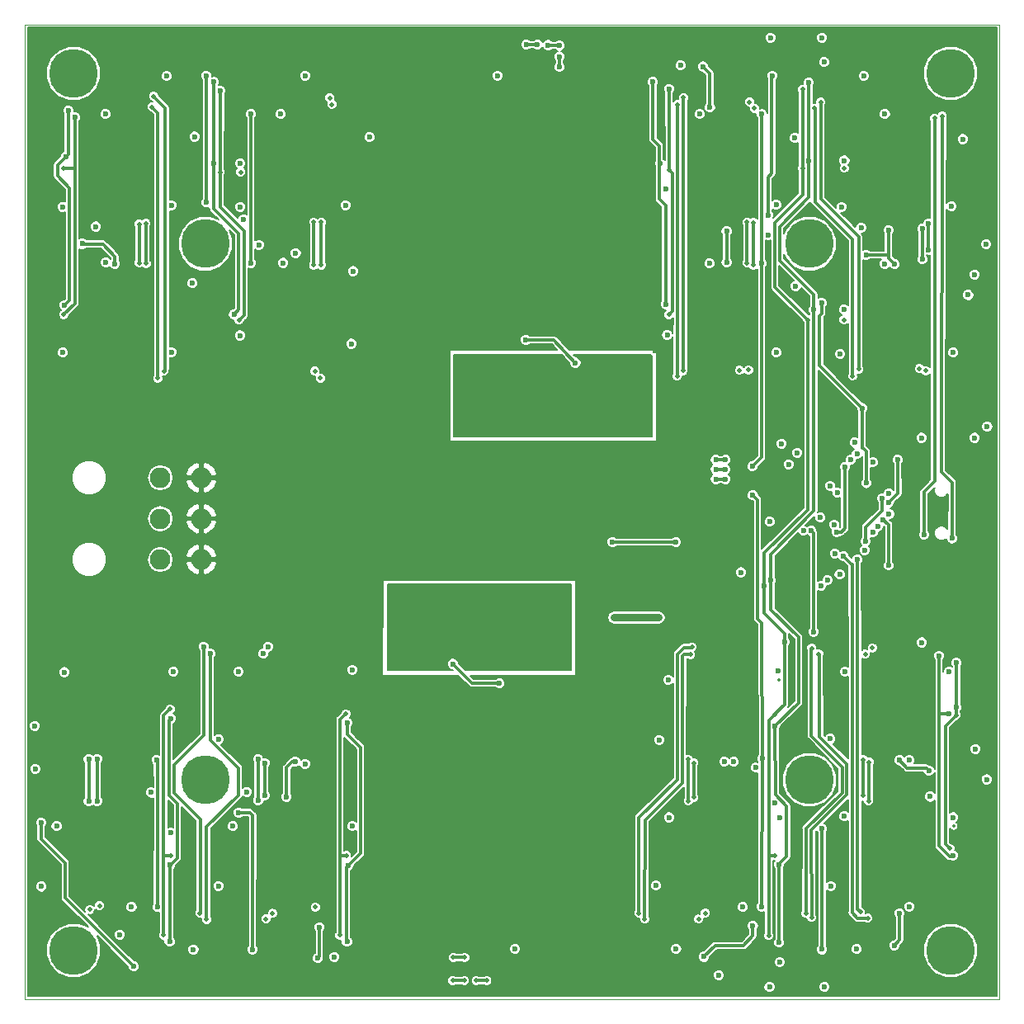
<source format=gbr>
G04 (created by PCBNEW (2013-mar-13)-testing) date Tue 16 Jul 2013 01:06:52 PM ICT*
%MOIN*%
G04 Gerber Fmt 3.4, Leading zero omitted, Abs format*
%FSLAX34Y34*%
G01*
G70*
G90*
G04 APERTURE LIST*
%ADD10C,0.00393701*%
%ADD11C,0.19685*%
%ADD12O,0.0826X0.0826*%
%ADD13C,0.023622*%
%ADD14C,0.019685*%
%ADD15C,0.011811*%
%ADD16C,0.0314961*%
%ADD17C,0.00787402*%
G04 APERTURE END LIST*
G54D10*
X38779Y-61023D02*
X78149Y-61023D01*
X78149Y-61023D02*
X78149Y-21653D01*
X78149Y-21653D02*
X38779Y-21653D01*
X38779Y-21653D02*
X38779Y-61023D01*
G54D11*
X46062Y-30511D03*
X40748Y-23622D03*
X40748Y-59055D03*
X46062Y-52165D03*
X70472Y-52165D03*
X76181Y-59055D03*
X76181Y-23622D03*
X70472Y-30511D03*
G54D12*
X44252Y-43267D03*
X44252Y-41614D03*
X44252Y-39961D03*
X45904Y-39961D03*
X45904Y-41614D03*
X45904Y-43267D03*
G54D13*
X62578Y-45610D03*
X64389Y-45610D03*
X57952Y-48267D03*
X56062Y-47480D03*
X59015Y-34389D03*
X61023Y-35314D03*
X62519Y-42559D03*
X65078Y-42559D03*
G54D14*
X59665Y-35393D03*
X59665Y-35098D03*
X60039Y-35393D03*
X59291Y-35393D03*
X60039Y-35098D03*
X59311Y-35098D03*
X57437Y-36828D03*
X59484Y-36946D03*
X57342Y-47323D03*
X57342Y-47618D03*
X57716Y-47618D03*
X56968Y-47618D03*
X57716Y-47322D03*
X56988Y-47322D03*
X57688Y-45578D03*
X59641Y-45804D03*
G54D13*
X65266Y-23307D03*
X72559Y-29862D03*
X72667Y-23730D03*
X50098Y-23720D03*
X47608Y-29517D03*
X41653Y-29812D03*
X44507Y-23740D03*
X57874Y-23724D03*
X68976Y-23724D03*
X46102Y-23720D03*
X46102Y-28838D03*
X68809Y-29350D03*
X69074Y-53100D03*
X72381Y-59005D03*
X65088Y-58996D03*
X75344Y-52844D03*
X43877Y-52677D03*
X51278Y-59320D03*
X45590Y-59025D03*
X58582Y-58995D03*
X47972Y-59015D03*
X70984Y-59011D03*
X70984Y-54143D03*
X47421Y-53484D03*
X73523Y-31318D03*
X49212Y-31279D03*
X49114Y-25275D03*
X68543Y-31299D03*
X66437Y-31299D03*
X42047Y-31259D03*
X42027Y-25275D03*
X47913Y-25275D03*
X47913Y-31279D03*
X68169Y-39507D03*
X68543Y-25275D03*
X73523Y-25275D03*
X66043Y-25275D03*
X68188Y-40669D03*
X44094Y-51358D03*
X67421Y-51437D03*
X74507Y-51377D03*
X50098Y-51515D03*
G54D14*
X50511Y-57303D03*
G54D13*
X43090Y-57303D03*
X68562Y-51299D03*
X68543Y-57283D03*
X74507Y-57283D03*
X67785Y-57303D03*
X44129Y-57307D03*
X68868Y-41742D03*
X71476Y-41850D03*
G54D14*
X73011Y-46830D03*
X70570Y-46850D03*
X70326Y-57559D03*
X66271Y-57549D03*
X72724Y-47090D03*
X70846Y-47086D03*
X70561Y-57724D03*
X66003Y-57793D03*
X72889Y-51448D03*
X72866Y-53019D03*
X72645Y-52807D03*
X72641Y-51358D03*
X65807Y-52870D03*
X65807Y-51484D03*
X65580Y-51338D03*
X65578Y-53015D03*
X48789Y-57559D03*
X63582Y-57549D03*
X65728Y-46801D03*
X48523Y-57785D03*
X63818Y-57795D03*
X65669Y-47106D03*
G54D13*
X48602Y-46781D03*
X46003Y-46781D03*
G54D14*
X45856Y-57549D03*
X41791Y-57253D03*
X41407Y-57401D03*
X46122Y-57805D03*
G54D13*
X46259Y-47076D03*
X48415Y-47066D03*
X48464Y-51486D03*
X48464Y-52795D03*
X48198Y-53001D03*
X48198Y-51328D03*
X41692Y-51318D03*
X41692Y-53021D03*
X41358Y-53021D03*
X41358Y-51318D03*
G54D14*
X50492Y-35657D03*
X44393Y-35645D03*
X43980Y-24555D03*
X50716Y-35937D03*
X44145Y-35937D03*
X43917Y-24984D03*
X65381Y-24610D03*
X65374Y-35633D03*
X67645Y-35625D03*
X51098Y-24618D03*
X65149Y-24889D03*
X65127Y-35860D03*
X68011Y-35606D03*
X51181Y-24881D03*
X43405Y-31287D03*
X43397Y-29716D03*
X43677Y-31311D03*
X43673Y-29688D03*
X50440Y-31374D03*
X50444Y-29633D03*
X50751Y-29641D03*
X50751Y-31366D03*
X68051Y-24779D03*
X70935Y-24789D03*
X72468Y-35570D03*
X74909Y-35561D03*
X75177Y-35637D03*
X72214Y-35856D03*
X70679Y-25033D03*
X68248Y-25043D03*
G54D13*
X73041Y-42175D03*
X76230Y-42411D03*
G54D14*
X75836Y-25354D03*
X75531Y-25437D03*
G54D13*
X75098Y-42263D03*
X73228Y-41919D03*
G54D14*
X67952Y-29641D03*
X67952Y-31283D03*
X68212Y-29645D03*
X68208Y-31370D03*
G54D13*
X75031Y-31133D03*
X75031Y-29909D03*
X75275Y-30748D03*
X75283Y-29696D03*
X72696Y-42883D03*
X71850Y-43120D03*
G54D14*
X72824Y-57755D03*
G54D13*
X72411Y-43277D03*
G54D14*
X72529Y-57507D03*
G54D13*
X72391Y-38986D03*
X69350Y-38582D03*
X72145Y-39232D03*
X69980Y-38956D03*
X70226Y-42106D03*
X71574Y-42145D03*
X71899Y-39527D03*
X73031Y-39340D03*
X73454Y-41653D03*
X73671Y-43503D03*
X71692Y-43868D03*
X71496Y-43021D03*
X72746Y-42529D03*
X73415Y-40797D03*
X69084Y-49990D03*
X70944Y-44320D03*
X68917Y-44104D03*
X44645Y-55610D03*
X44625Y-58700D03*
X44685Y-49685D03*
X51850Y-55629D03*
X51791Y-58700D03*
X51791Y-49862D03*
X76102Y-49488D03*
X69251Y-55590D03*
X69251Y-58740D03*
X76259Y-55216D03*
X64429Y-27263D03*
X64153Y-23976D03*
X64685Y-32952D03*
X46397Y-27263D03*
X47480Y-27263D03*
X46397Y-23976D03*
X47224Y-33366D03*
X40433Y-26988D03*
X40374Y-32992D03*
X40531Y-25127D03*
X70452Y-23996D03*
X70452Y-27145D03*
X71889Y-27145D03*
X71870Y-33169D03*
X70649Y-33169D03*
X75708Y-47155D03*
X76397Y-49232D03*
G54D14*
X76141Y-54940D03*
X76397Y-49547D03*
G54D13*
X69468Y-46594D03*
X76417Y-47440D03*
X64803Y-24251D03*
X68651Y-44320D03*
X46673Y-24330D03*
G54D14*
X44665Y-55216D03*
X44389Y-58444D03*
X44645Y-49311D03*
X51763Y-55212D03*
X51503Y-58444D03*
X51744Y-49496D03*
X69074Y-55212D03*
X68830Y-58456D03*
X69070Y-49519D03*
X64803Y-27539D03*
X64791Y-33370D03*
X70196Y-24271D03*
X71877Y-27460D03*
X70196Y-27460D03*
X70413Y-33582D03*
X71870Y-33582D03*
X47500Y-27618D03*
X46673Y-27618D03*
X47429Y-33590D03*
X40342Y-33366D03*
X40334Y-27452D03*
G54D13*
X40807Y-25403D03*
X74035Y-39242D03*
X73681Y-40954D03*
X77145Y-38346D03*
X39202Y-51722D03*
X77185Y-50925D03*
X68897Y-22185D03*
X68858Y-60531D03*
X77145Y-31751D03*
X43179Y-59704D03*
X39429Y-53897D03*
X66820Y-60059D03*
X77637Y-52145D03*
X70984Y-22185D03*
X71082Y-60531D03*
X77618Y-30531D03*
X77657Y-37893D03*
X70551Y-42106D03*
X70639Y-46190D03*
X75019Y-46614D03*
X72775Y-40177D03*
X70964Y-32903D03*
X72598Y-37145D03*
X73385Y-44576D03*
X73769Y-44566D03*
X73779Y-44891D03*
X72696Y-44468D03*
X73385Y-44891D03*
G54D14*
X55954Y-43129D03*
X55954Y-42736D03*
X55954Y-42342D03*
X53582Y-43129D03*
X53582Y-42736D03*
X53582Y-42342D03*
X53582Y-41948D03*
X53976Y-41948D03*
X53976Y-42342D03*
X53976Y-42736D03*
X51299Y-43129D03*
X51692Y-43139D03*
X51692Y-42746D03*
X51692Y-42352D03*
X51692Y-41958D03*
X51299Y-41958D03*
X51299Y-42352D03*
X51299Y-42746D03*
X49744Y-43120D03*
X49350Y-43129D03*
X49350Y-42736D03*
X49350Y-42342D03*
X49350Y-41948D03*
X49744Y-41948D03*
X49744Y-42342D03*
X49744Y-42736D03*
G54D13*
X73041Y-60265D03*
X66220Y-60078D03*
X67244Y-59517D03*
X66456Y-22588D03*
X49478Y-59370D03*
X71210Y-44822D03*
X69448Y-44429D03*
X67805Y-45068D03*
X64586Y-45088D03*
X43523Y-59389D03*
X40285Y-50925D03*
X47125Y-32244D03*
X74393Y-36578D03*
X67519Y-24537D03*
X50137Y-24488D03*
X42906Y-24562D03*
G54D14*
X74015Y-55551D03*
X74015Y-55984D03*
X74448Y-55984D03*
X74881Y-55984D03*
X74881Y-55551D03*
X74448Y-55551D03*
X74015Y-55118D03*
X74015Y-55137D03*
X74448Y-54704D03*
X74448Y-54271D03*
X74881Y-54271D03*
X74881Y-54704D03*
X74881Y-55137D03*
X74448Y-55137D03*
X74005Y-54694D03*
X74005Y-54261D03*
X73572Y-54261D03*
X73139Y-54261D03*
X73139Y-54694D03*
X73572Y-54694D03*
X74005Y-55127D03*
X74005Y-55127D03*
X73572Y-55561D03*
X73572Y-55994D03*
X73139Y-55994D03*
X73139Y-55561D03*
X73139Y-55127D03*
X73572Y-55127D03*
X66929Y-55551D03*
X66929Y-55984D03*
X67362Y-55984D03*
X67795Y-55984D03*
X67795Y-55551D03*
X67362Y-55551D03*
X66929Y-55118D03*
X66929Y-55137D03*
X67362Y-54704D03*
X67362Y-54271D03*
X67795Y-54271D03*
X67795Y-54704D03*
X67795Y-55137D03*
X67362Y-55137D03*
X66919Y-54694D03*
X66919Y-54261D03*
X66486Y-54261D03*
X66053Y-54261D03*
X66053Y-54694D03*
X66486Y-54694D03*
X66919Y-55127D03*
X66919Y-55127D03*
X66486Y-55561D03*
X66486Y-55994D03*
X66053Y-55994D03*
X66053Y-55561D03*
X66053Y-55127D03*
X66486Y-55127D03*
X74015Y-49645D03*
X74015Y-50078D03*
X74448Y-50078D03*
X74881Y-50078D03*
X74881Y-49645D03*
X74448Y-49645D03*
X74015Y-49212D03*
X74015Y-49232D03*
X74448Y-48799D03*
X74448Y-48366D03*
X74881Y-48366D03*
X74881Y-48799D03*
X74881Y-49232D03*
X74448Y-49232D03*
X74005Y-48789D03*
X74005Y-48356D03*
X73572Y-48356D03*
X73139Y-48356D03*
X73139Y-48789D03*
X73572Y-48789D03*
X74005Y-49222D03*
X74005Y-49222D03*
X73572Y-49655D03*
X73572Y-50088D03*
X73139Y-50088D03*
X73139Y-49655D03*
X73139Y-49222D03*
X73572Y-49222D03*
X66486Y-49222D03*
X66053Y-49222D03*
X66053Y-49655D03*
X66053Y-50088D03*
X66486Y-50088D03*
X66486Y-49655D03*
X66919Y-49222D03*
X66919Y-49222D03*
X66486Y-48789D03*
X66053Y-48789D03*
X66053Y-48356D03*
X66486Y-48356D03*
X66919Y-48356D03*
X66919Y-48789D03*
X67362Y-49232D03*
X67795Y-49232D03*
X67795Y-48799D03*
X67795Y-48366D03*
X67362Y-48366D03*
X67362Y-48799D03*
X66929Y-49232D03*
X66929Y-49212D03*
X67362Y-49645D03*
X67795Y-49645D03*
X67795Y-50078D03*
X67362Y-50078D03*
X66929Y-50078D03*
X66929Y-49645D03*
X49163Y-55127D03*
X48730Y-55127D03*
X48730Y-55561D03*
X48730Y-55994D03*
X49163Y-55994D03*
X49163Y-55561D03*
X49596Y-55127D03*
X49596Y-55127D03*
X49163Y-54694D03*
X48730Y-54694D03*
X48730Y-54261D03*
X49163Y-54261D03*
X49596Y-54261D03*
X49596Y-54694D03*
X50039Y-55137D03*
X50472Y-55137D03*
X50472Y-54704D03*
X50472Y-54271D03*
X50039Y-54271D03*
X50039Y-54704D03*
X49606Y-55137D03*
X49606Y-55118D03*
X50039Y-55551D03*
X50472Y-55551D03*
X50472Y-55984D03*
X50039Y-55984D03*
X49606Y-55984D03*
X49606Y-55551D03*
X49163Y-49222D03*
X48730Y-49222D03*
X48730Y-49655D03*
X48730Y-50088D03*
X49163Y-50088D03*
X49163Y-49655D03*
X49596Y-49222D03*
X49596Y-49222D03*
X49163Y-48789D03*
X48730Y-48789D03*
X48730Y-48356D03*
X49163Y-48356D03*
X49596Y-48356D03*
X49596Y-48789D03*
X50039Y-49232D03*
X50472Y-49232D03*
X50472Y-48799D03*
X50472Y-48366D03*
X50039Y-48366D03*
X50039Y-48799D03*
X49606Y-49232D03*
X49606Y-49212D03*
X50039Y-49645D03*
X50472Y-49645D03*
X50472Y-50078D03*
X50039Y-50078D03*
X49606Y-50078D03*
X49606Y-49645D03*
X42076Y-55127D03*
X41643Y-55127D03*
X41643Y-55561D03*
X41643Y-55994D03*
X42076Y-55994D03*
X42076Y-55561D03*
X42509Y-55127D03*
X42509Y-55127D03*
X42076Y-54694D03*
X41643Y-54694D03*
X41643Y-54261D03*
X42076Y-54261D03*
X42509Y-54261D03*
X42509Y-54694D03*
X42952Y-55137D03*
X43385Y-55137D03*
X43385Y-54704D03*
X43385Y-54271D03*
X42952Y-54271D03*
X42952Y-54704D03*
X42519Y-55137D03*
X42519Y-55118D03*
X42952Y-55551D03*
X43385Y-55551D03*
X43385Y-55984D03*
X42952Y-55984D03*
X42519Y-55984D03*
X42519Y-55551D03*
X42519Y-49645D03*
X42519Y-50078D03*
X42952Y-50078D03*
X43385Y-50078D03*
X43385Y-49645D03*
X42952Y-49645D03*
X42519Y-49212D03*
X42519Y-49232D03*
X42952Y-48799D03*
X42952Y-48366D03*
X43385Y-48366D03*
X43385Y-48799D03*
X43385Y-49232D03*
X42952Y-49232D03*
X42509Y-48789D03*
X42509Y-48356D03*
X42076Y-48356D03*
X41643Y-48356D03*
X41643Y-48789D03*
X42076Y-48789D03*
X42509Y-49222D03*
X42509Y-49222D03*
X42076Y-49655D03*
X42076Y-50088D03*
X41643Y-50088D03*
X41643Y-49655D03*
X41643Y-49222D03*
X42076Y-49222D03*
X74458Y-33454D03*
X74891Y-33454D03*
X74891Y-33021D03*
X74891Y-32588D03*
X74458Y-32588D03*
X74458Y-33021D03*
X74025Y-33454D03*
X74025Y-33454D03*
X74458Y-33887D03*
X74891Y-33887D03*
X74891Y-34320D03*
X74458Y-34320D03*
X74025Y-34320D03*
X74025Y-33887D03*
X73582Y-33444D03*
X73149Y-33444D03*
X73149Y-33877D03*
X73149Y-34311D03*
X73582Y-34311D03*
X73582Y-33877D03*
X74015Y-33444D03*
X74015Y-33464D03*
X73582Y-33031D03*
X73149Y-33031D03*
X73149Y-32598D03*
X73582Y-32598D03*
X74015Y-32598D03*
X74015Y-33031D03*
X67372Y-33454D03*
X67805Y-33454D03*
X67805Y-33021D03*
X67805Y-32588D03*
X67372Y-32588D03*
X67372Y-33021D03*
X66938Y-33454D03*
X66938Y-33454D03*
X67372Y-33887D03*
X67805Y-33887D03*
X67805Y-34320D03*
X67372Y-34320D03*
X66938Y-34320D03*
X66938Y-33887D03*
X66496Y-33444D03*
X66062Y-33444D03*
X66062Y-33877D03*
X66062Y-34311D03*
X66496Y-34311D03*
X66496Y-33877D03*
X66929Y-33444D03*
X66929Y-33464D03*
X66496Y-33031D03*
X66062Y-33031D03*
X66062Y-32598D03*
X66496Y-32598D03*
X66929Y-32598D03*
X66929Y-33031D03*
X74458Y-27549D03*
X74891Y-27549D03*
X74891Y-27116D03*
X74891Y-26683D03*
X74458Y-26683D03*
X74458Y-27116D03*
X74025Y-27549D03*
X74025Y-27549D03*
X74458Y-27982D03*
X74891Y-27982D03*
X74891Y-28415D03*
X74458Y-28415D03*
X74025Y-28415D03*
X74025Y-27982D03*
X73582Y-27539D03*
X73149Y-27539D03*
X73149Y-27972D03*
X73149Y-28405D03*
X73582Y-28405D03*
X73582Y-27972D03*
X74015Y-27539D03*
X74015Y-27559D03*
X73582Y-27125D03*
X73149Y-27125D03*
X73149Y-26692D03*
X73582Y-26692D03*
X74015Y-26692D03*
X74015Y-27125D03*
X66929Y-27125D03*
X66929Y-26692D03*
X66496Y-26692D03*
X66062Y-26692D03*
X66062Y-27125D03*
X66496Y-27125D03*
X66929Y-27559D03*
X66929Y-27539D03*
X66496Y-27972D03*
X66496Y-28405D03*
X66062Y-28405D03*
X66062Y-27972D03*
X66062Y-27539D03*
X66496Y-27539D03*
X66938Y-27982D03*
X66938Y-28415D03*
X67372Y-28415D03*
X67805Y-28415D03*
X67805Y-27982D03*
X67372Y-27982D03*
X66938Y-27549D03*
X66938Y-27549D03*
X67372Y-27116D03*
X67372Y-26683D03*
X67805Y-26683D03*
X67805Y-27116D03*
X67805Y-27549D03*
X67372Y-27549D03*
X49606Y-33031D03*
X49606Y-32598D03*
X49173Y-32598D03*
X48740Y-32598D03*
X48740Y-33031D03*
X49173Y-33031D03*
X49606Y-33464D03*
X49606Y-33444D03*
X49173Y-33877D03*
X49173Y-34311D03*
X48740Y-34311D03*
X48740Y-33877D03*
X48740Y-33444D03*
X49173Y-33444D03*
X49616Y-33887D03*
X49616Y-34320D03*
X50049Y-34320D03*
X50482Y-34320D03*
X50482Y-33887D03*
X50049Y-33887D03*
X49616Y-33454D03*
X49616Y-33454D03*
X50049Y-33021D03*
X50049Y-32588D03*
X50482Y-32588D03*
X50482Y-33021D03*
X50482Y-33454D03*
X50049Y-33454D03*
X42519Y-33031D03*
X42519Y-32598D03*
X42086Y-32598D03*
X41653Y-32598D03*
X41653Y-33031D03*
X42086Y-33031D03*
X42519Y-33464D03*
X42519Y-33444D03*
X42086Y-33877D03*
X42086Y-34311D03*
X41653Y-34311D03*
X41653Y-33877D03*
X41653Y-33444D03*
X42086Y-33444D03*
X42529Y-33887D03*
X42529Y-34320D03*
X42962Y-34320D03*
X43395Y-34320D03*
X43395Y-33887D03*
X42962Y-33887D03*
X42529Y-33454D03*
X42529Y-33454D03*
X42962Y-33021D03*
X42962Y-32588D03*
X43395Y-32588D03*
X43395Y-33021D03*
X43395Y-33454D03*
X42962Y-33454D03*
X49606Y-27125D03*
X49606Y-26692D03*
X49173Y-26692D03*
X48740Y-26692D03*
X48740Y-27125D03*
X49173Y-27125D03*
X49606Y-27559D03*
X49606Y-27539D03*
X49173Y-27972D03*
X49173Y-28405D03*
X48740Y-28405D03*
X48740Y-27972D03*
X48740Y-27539D03*
X49173Y-27539D03*
X49616Y-27982D03*
X49616Y-28415D03*
X50049Y-28415D03*
X50482Y-28415D03*
X50482Y-27982D03*
X50049Y-27982D03*
X49616Y-27549D03*
X49616Y-27549D03*
X50049Y-27116D03*
X50049Y-26683D03*
X50482Y-26683D03*
X50482Y-27116D03*
X50482Y-27549D03*
X50049Y-27549D03*
X42962Y-27549D03*
X43395Y-27549D03*
X43395Y-27116D03*
X43395Y-26683D03*
X42962Y-26683D03*
X42962Y-27116D03*
X42529Y-27549D03*
X42529Y-27549D03*
X42962Y-27982D03*
X43395Y-27982D03*
X43395Y-28415D03*
X42962Y-28415D03*
X42529Y-28415D03*
X42529Y-27982D03*
X42086Y-27539D03*
X41653Y-27539D03*
X41653Y-27972D03*
X41653Y-28405D03*
X42086Y-28405D03*
X42086Y-27972D03*
X42519Y-27539D03*
X42519Y-27559D03*
X42086Y-27125D03*
X41653Y-27125D03*
X41653Y-26692D03*
X42086Y-26692D03*
X42519Y-26692D03*
X42519Y-27125D03*
G54D13*
X62913Y-22145D03*
X66850Y-22145D03*
X77204Y-24862D03*
X76417Y-56318D03*
X77342Y-57480D03*
X74783Y-60098D03*
X42194Y-58070D03*
X53267Y-60570D03*
X49330Y-60570D03*
X45393Y-60570D03*
X41456Y-60570D03*
X73614Y-58122D03*
G54D14*
X58937Y-60216D03*
X59409Y-60216D03*
X59881Y-60216D03*
X60354Y-60216D03*
G54D13*
X65078Y-60570D03*
X61141Y-60570D03*
X68031Y-42322D03*
X67362Y-42992D03*
X66535Y-43759D03*
X65433Y-43799D03*
X64566Y-43996D03*
X68110Y-37775D03*
X66535Y-37775D03*
X64566Y-37775D03*
X63700Y-44350D03*
X63700Y-46318D03*
X63700Y-48287D03*
X63700Y-51043D03*
X63070Y-51574D03*
X59448Y-49625D03*
X59842Y-49625D03*
X60236Y-49625D03*
X60629Y-49625D03*
X61023Y-49625D03*
X61417Y-49625D03*
X61811Y-49625D03*
X59055Y-51555D03*
X57165Y-51555D03*
X54133Y-51082D03*
X54133Y-49507D03*
X54133Y-48326D03*
G54D14*
X74551Y-24598D03*
G54D13*
X73070Y-22972D03*
X56614Y-22539D03*
X56141Y-22539D03*
X57086Y-22539D03*
X57559Y-22539D03*
X43425Y-22145D03*
X47362Y-22145D03*
X51299Y-22145D03*
X55236Y-22145D03*
X57559Y-33110D03*
X57165Y-33110D03*
X56771Y-33110D03*
X56377Y-33110D03*
X55984Y-33110D03*
X55590Y-33110D03*
X55196Y-33110D03*
X63307Y-31377D03*
X63307Y-32952D03*
X63307Y-34704D03*
X61988Y-34704D03*
X58031Y-31082D03*
X59881Y-31082D03*
X53661Y-36732D03*
X52992Y-36732D03*
X52992Y-34960D03*
X52992Y-32992D03*
X52992Y-31023D03*
X54133Y-30984D03*
G54D14*
X48188Y-45098D03*
X48582Y-45098D03*
X48976Y-45098D03*
X49370Y-45098D03*
X49763Y-45098D03*
X52125Y-45098D03*
X51732Y-45098D03*
X51338Y-45098D03*
X50944Y-45098D03*
X50551Y-45098D03*
X50157Y-45098D03*
X53976Y-43129D03*
X55954Y-41948D03*
X55561Y-41948D03*
X55561Y-42342D03*
X55561Y-42736D03*
X55561Y-43129D03*
G54D13*
X66948Y-52282D03*
X71830Y-56318D03*
X76377Y-32007D03*
G54D14*
X50141Y-36555D03*
X66653Y-58055D03*
G54D13*
X39823Y-34291D03*
X76181Y-26338D03*
X39940Y-56318D03*
X43287Y-46181D03*
X45610Y-50295D03*
X45294Y-48366D03*
X46969Y-28405D03*
X39804Y-28385D03*
X76692Y-28366D03*
X67775Y-46141D03*
X64763Y-47618D03*
X69783Y-48385D03*
X66397Y-46141D03*
X64763Y-56338D03*
X64292Y-54271D03*
X69842Y-54271D03*
X76790Y-34291D03*
X76790Y-54271D03*
X73956Y-52302D03*
X74547Y-46141D03*
X73405Y-46102D03*
X71811Y-50413D03*
X71201Y-34311D03*
X76712Y-48366D03*
X76643Y-50177D03*
X71260Y-28385D03*
X71092Y-32312D03*
X71456Y-25984D03*
X73917Y-30433D03*
X66830Y-30355D03*
X67263Y-36480D03*
X69448Y-32204D03*
X66141Y-36456D03*
X73188Y-36437D03*
X52204Y-26299D03*
X43208Y-36535D03*
X48799Y-36515D03*
X45059Y-32204D03*
X41771Y-36515D03*
X64232Y-34822D03*
X69409Y-26299D03*
X64173Y-28917D03*
X52706Y-56013D03*
X45078Y-56082D03*
X52480Y-48405D03*
X49350Y-46161D03*
X49625Y-52361D03*
X51889Y-53524D03*
X44655Y-53316D03*
X42539Y-52184D03*
X51535Y-32263D03*
X46948Y-34803D03*
X49448Y-30432D03*
X42519Y-30392D03*
X68937Y-23169D03*
X62224Y-33169D03*
X62224Y-33562D03*
X62224Y-33956D03*
X62224Y-34350D03*
X63425Y-41968D03*
X63425Y-41574D03*
X63425Y-41181D03*
X55118Y-49507D03*
X55118Y-49114D03*
X55118Y-48720D03*
X55118Y-48326D03*
X66496Y-38543D03*
X66102Y-38543D03*
X65708Y-38543D03*
X65314Y-38543D03*
G54D14*
X65098Y-41751D03*
X64744Y-41751D03*
X65098Y-41417D03*
X64744Y-41417D03*
G54D13*
X68543Y-40078D03*
X47342Y-56534D03*
X41948Y-46161D03*
X47342Y-50629D03*
X52568Y-50403D03*
X69793Y-50442D03*
X69812Y-56505D03*
X69566Y-28346D03*
X64468Y-25905D03*
X69625Y-34271D03*
X64153Y-32047D03*
X51850Y-34034D03*
X52224Y-28385D03*
X45196Y-34271D03*
X45137Y-26299D03*
X45216Y-28366D03*
X47106Y-26574D03*
X39458Y-32234D03*
X40039Y-26318D03*
X46909Y-48405D03*
X71397Y-54330D03*
X47322Y-54546D03*
X40196Y-54546D03*
X39881Y-48405D03*
X71417Y-48385D03*
X71594Y-40570D03*
X73690Y-41427D03*
X71309Y-40285D03*
X73681Y-40600D03*
X42421Y-31318D03*
X41092Y-30511D03*
X49723Y-30885D03*
X48238Y-30551D03*
X50679Y-58120D03*
X50620Y-59370D03*
X42618Y-58425D03*
X47746Y-52658D03*
X49350Y-52854D03*
X49704Y-51437D03*
X66456Y-25000D03*
X66171Y-23346D03*
X67125Y-31259D03*
X67125Y-30000D03*
X68809Y-30147D03*
X72765Y-30954D03*
X73917Y-31338D03*
X73661Y-29960D03*
X68306Y-51673D03*
X67027Y-51427D03*
X75305Y-51791D03*
X74114Y-51377D03*
X66220Y-59311D03*
X68188Y-58061D03*
X74114Y-57559D03*
X73897Y-58858D03*
X70915Y-41574D03*
X69635Y-39419D03*
X69133Y-34901D03*
X71200Y-44094D03*
X67706Y-43780D03*
X76279Y-34901D03*
X39183Y-49990D03*
G54D14*
X57440Y-60275D03*
X57007Y-60275D03*
X56535Y-60275D03*
X56062Y-60275D03*
X56082Y-59340D03*
X56545Y-59340D03*
G54D13*
X60374Y-23366D03*
X60374Y-22952D03*
X60374Y-22500D03*
X59921Y-22480D03*
X59488Y-22460D03*
X59035Y-22460D03*
X76663Y-26279D03*
X47480Y-29015D03*
X40314Y-34901D03*
X64409Y-50551D03*
X64763Y-48129D03*
X69192Y-47755D03*
X64271Y-56437D03*
X64803Y-53681D03*
X69271Y-53700D03*
X71338Y-56456D03*
X76279Y-53681D03*
X71889Y-53641D03*
X71318Y-50511D03*
X71712Y-34960D03*
X76122Y-47795D03*
X71909Y-47795D03*
X71771Y-29015D03*
X76889Y-32578D03*
X76220Y-28996D03*
X69911Y-32214D03*
X64724Y-34192D03*
X69881Y-26240D03*
X69133Y-28937D03*
X64685Y-28307D03*
X52007Y-47716D03*
X46614Y-50531D03*
X47421Y-47795D03*
X46594Y-56456D03*
X52007Y-54035D03*
X47185Y-54035D03*
X44665Y-54311D03*
X39448Y-56476D03*
X40059Y-54035D03*
X40374Y-47814D03*
X44783Y-47795D03*
X52027Y-31614D03*
X51968Y-34547D03*
X47460Y-34212D03*
X45551Y-32106D03*
X52696Y-26200D03*
X45629Y-26181D03*
X40295Y-29015D03*
X72303Y-38543D03*
X67086Y-40019D03*
X66692Y-40019D03*
X66692Y-39625D03*
X67086Y-39625D03*
X67086Y-39232D03*
X66692Y-39232D03*
X75000Y-38346D03*
X51732Y-28956D03*
X44704Y-34881D03*
X44704Y-28956D03*
X69271Y-59527D03*
X71062Y-23169D03*
G54D15*
X76299Y-54036D02*
X76299Y-54035D01*
X69232Y-48130D02*
X69232Y-48129D01*
G54D16*
X64389Y-45610D02*
X62578Y-45610D01*
G54D15*
X56850Y-48267D02*
X57952Y-48267D01*
X56062Y-47480D02*
X56850Y-48267D01*
X60137Y-34389D02*
X59015Y-34389D01*
X61023Y-35314D02*
X60137Y-34389D01*
X65078Y-42559D02*
X62519Y-42559D01*
X57342Y-47323D02*
X57342Y-47322D01*
X68956Y-23744D02*
X68956Y-27657D01*
X68956Y-23744D02*
X68976Y-23724D01*
X68799Y-27814D02*
X68799Y-29350D01*
X68956Y-27657D02*
X68799Y-27814D01*
X68799Y-29350D02*
X68809Y-29350D01*
X46102Y-28838D02*
X46102Y-23720D01*
X47982Y-53602D02*
X47972Y-59015D01*
X47982Y-53602D02*
X47864Y-53484D01*
X70984Y-59011D02*
X70984Y-54143D01*
X70984Y-59011D02*
X70984Y-59011D01*
X47864Y-53484D02*
X47421Y-53484D01*
X47913Y-25275D02*
X47913Y-31279D01*
X68169Y-39507D02*
X68543Y-39133D01*
X68543Y-39133D02*
X68543Y-31299D01*
X68543Y-31299D02*
X68543Y-25275D01*
X68553Y-46250D02*
X68553Y-45826D01*
X68375Y-40856D02*
X68188Y-40669D01*
X68375Y-45649D02*
X68375Y-40856D01*
X68553Y-45826D02*
X68375Y-45649D01*
X68553Y-46230D02*
X68553Y-46250D01*
X68553Y-46250D02*
X68553Y-46230D01*
X68553Y-46230D02*
X68562Y-51299D01*
X68562Y-51299D02*
X68543Y-57283D01*
X44094Y-51358D02*
X44129Y-51507D01*
X44129Y-51507D02*
X44133Y-52027D01*
X44133Y-52027D02*
X44129Y-57307D01*
X70570Y-46850D02*
X70551Y-46870D01*
X70551Y-46870D02*
X70551Y-50383D01*
X70551Y-50383D02*
X71791Y-51645D01*
X71791Y-51645D02*
X71791Y-52687D01*
X71791Y-52687D02*
X70334Y-54122D01*
X70334Y-54122D02*
X70326Y-57559D01*
X70846Y-47086D02*
X70875Y-47116D01*
X70875Y-47116D02*
X70885Y-50433D01*
X70885Y-50433D02*
X71988Y-51514D01*
X71988Y-51514D02*
X71988Y-52765D01*
X71988Y-52765D02*
X70551Y-54202D01*
X70551Y-54202D02*
X70561Y-57724D01*
X72885Y-53000D02*
X72889Y-51448D01*
X72866Y-53019D02*
X72885Y-53000D01*
X72641Y-51358D02*
X72645Y-52807D01*
X65807Y-51484D02*
X65807Y-52870D01*
X65580Y-51338D02*
X65578Y-53015D01*
X63582Y-53700D02*
X63582Y-57549D01*
X65137Y-52145D02*
X63582Y-53700D01*
X65137Y-47086D02*
X65137Y-52145D01*
X65403Y-46820D02*
X65137Y-47086D01*
X65708Y-46820D02*
X65403Y-46820D01*
X65728Y-46801D02*
X65708Y-46820D01*
X63838Y-53779D02*
X63818Y-57795D01*
X65334Y-52283D02*
X63838Y-53779D01*
X65344Y-47165D02*
X65334Y-52283D01*
X65423Y-47086D02*
X65344Y-47165D01*
X65649Y-47086D02*
X65423Y-47086D01*
X65669Y-47106D02*
X65649Y-47086D01*
X46003Y-50354D02*
X46003Y-46781D01*
X44793Y-51564D02*
X46003Y-50354D01*
X44793Y-52696D02*
X44793Y-51564D01*
X45866Y-53769D02*
X44793Y-52696D01*
X45866Y-57539D02*
X45866Y-53769D01*
X45856Y-57549D02*
X45866Y-57539D01*
X46122Y-54064D02*
X46122Y-57805D01*
X47401Y-52785D02*
X46122Y-54064D01*
X47401Y-51683D02*
X47401Y-52785D01*
X46269Y-50551D02*
X47401Y-51683D01*
X46269Y-47086D02*
X46269Y-50551D01*
X46259Y-47076D02*
X46269Y-47086D01*
X48464Y-52795D02*
X48464Y-51486D01*
X48198Y-51328D02*
X48198Y-53001D01*
X41692Y-51299D02*
X41692Y-51318D01*
X41692Y-53021D02*
X41692Y-51299D01*
X41358Y-51318D02*
X41358Y-53021D01*
X44393Y-35645D02*
X44452Y-35586D01*
X44452Y-35586D02*
X44456Y-29132D01*
X44456Y-29132D02*
X44456Y-29132D01*
X44452Y-25051D02*
X44452Y-25027D01*
X44456Y-29132D02*
X44452Y-25051D01*
X44452Y-25027D02*
X43980Y-24555D01*
X44157Y-25421D02*
X44157Y-25224D01*
X44157Y-25421D02*
X44145Y-35937D01*
X44157Y-25224D02*
X43917Y-24984D01*
X65383Y-35624D02*
X65381Y-24610D01*
X65374Y-35633D02*
X65383Y-35624D01*
X65149Y-24889D02*
X65127Y-35860D01*
X43397Y-31279D02*
X43397Y-29716D01*
X43405Y-31287D02*
X43397Y-31279D01*
X43677Y-29692D02*
X43677Y-31311D01*
X43673Y-29688D02*
X43677Y-29692D01*
X50444Y-29633D02*
X50440Y-31374D01*
X50751Y-31366D02*
X50751Y-29641D01*
X70935Y-28700D02*
X70935Y-24789D01*
X72460Y-30226D02*
X70935Y-28700D01*
X72468Y-35570D02*
X72460Y-30226D01*
X72214Y-30334D02*
X72214Y-35856D01*
X70698Y-28818D02*
X72214Y-30334D01*
X70698Y-25053D02*
X70698Y-28818D01*
X70679Y-25033D02*
X70698Y-25053D01*
X76240Y-40157D02*
X75807Y-39724D01*
X76240Y-40157D02*
X76230Y-42411D01*
X75807Y-39724D02*
X75836Y-25354D01*
X75098Y-40541D02*
X75098Y-42263D01*
X75531Y-40108D02*
X75098Y-40541D01*
X75531Y-25437D02*
X75531Y-40108D01*
X67952Y-29641D02*
X67952Y-31283D01*
X68208Y-31370D02*
X68212Y-29645D01*
X75031Y-31133D02*
X75031Y-29909D01*
X75283Y-29696D02*
X75275Y-30748D01*
X72421Y-57755D02*
X72824Y-57755D01*
X72196Y-57531D02*
X72421Y-57755D01*
X72185Y-43454D02*
X71850Y-43120D01*
X71850Y-43120D02*
X71860Y-43134D01*
X71860Y-43134D02*
X71850Y-43124D01*
X72194Y-43454D02*
X72196Y-57531D01*
X72411Y-43690D02*
X72411Y-43277D01*
X72417Y-57397D02*
X72411Y-43690D01*
X72529Y-57507D02*
X72417Y-57397D01*
X71761Y-42145D02*
X71574Y-42145D01*
X71899Y-42007D02*
X71761Y-42145D01*
X71899Y-41368D02*
X71899Y-42007D01*
X71899Y-39527D02*
X71899Y-41368D01*
X73671Y-41870D02*
X73671Y-43503D01*
X73444Y-41643D02*
X73454Y-41653D01*
X73454Y-41653D02*
X73671Y-41870D01*
X72746Y-41958D02*
X72746Y-42529D01*
X73415Y-40797D02*
X73415Y-41289D01*
X73415Y-41289D02*
X72746Y-41958D01*
X68917Y-45295D02*
X68917Y-44104D01*
X68917Y-44104D02*
X68917Y-44104D01*
X44645Y-55610D02*
X44625Y-55629D01*
X44625Y-55629D02*
X44625Y-58700D01*
X44940Y-55314D02*
X44625Y-55629D01*
X44940Y-53129D02*
X44940Y-55314D01*
X44596Y-52785D02*
X44940Y-53129D01*
X44596Y-49773D02*
X44596Y-52785D01*
X44685Y-49685D02*
X44596Y-49773D01*
X51791Y-50314D02*
X51791Y-49862D01*
X52342Y-50866D02*
X51791Y-50314D01*
X52342Y-55137D02*
X52342Y-50866D01*
X51771Y-55708D02*
X51850Y-55629D01*
X51850Y-55629D02*
X52342Y-55137D01*
X51771Y-58681D02*
X51771Y-55708D01*
X51771Y-58681D02*
X51791Y-58700D01*
X76102Y-49488D02*
X75708Y-49488D01*
X69251Y-55570D02*
X69251Y-55590D01*
X69084Y-49990D02*
X69094Y-52765D01*
X69094Y-52765D02*
X69547Y-53218D01*
X69547Y-53218D02*
X69547Y-55275D01*
X69547Y-55275D02*
X69251Y-55570D01*
X69251Y-55590D02*
X69251Y-58740D01*
X70039Y-49045D02*
X69084Y-49990D01*
X68917Y-45295D02*
X70039Y-46407D01*
X70039Y-46407D02*
X70039Y-49045D01*
X76220Y-55255D02*
X76259Y-55216D01*
X64429Y-27263D02*
X64409Y-27263D01*
X64153Y-26299D02*
X64153Y-23976D01*
X64409Y-26555D02*
X64153Y-26299D01*
X64409Y-28700D02*
X64409Y-27263D01*
X64409Y-27263D02*
X64409Y-26555D01*
X64665Y-28956D02*
X64409Y-28700D01*
X64665Y-32933D02*
X64665Y-28956D01*
X64685Y-32952D02*
X64665Y-32933D01*
X46397Y-29094D02*
X46397Y-27263D01*
X46397Y-27263D02*
X46397Y-23976D01*
X47421Y-30098D02*
X46397Y-29094D01*
X47421Y-31673D02*
X47421Y-30098D01*
X47421Y-32204D02*
X47421Y-31673D01*
X47421Y-33169D02*
X47421Y-32204D01*
X47224Y-33366D02*
X47421Y-33169D01*
X40098Y-27342D02*
X40098Y-27322D01*
X70452Y-27145D02*
X70452Y-23996D01*
X40374Y-32992D02*
X40570Y-32795D01*
X40570Y-32795D02*
X40570Y-28248D01*
X40570Y-28248D02*
X40098Y-27775D01*
X40098Y-27775D02*
X40098Y-27342D01*
X40531Y-26889D02*
X40531Y-25127D01*
X40098Y-27322D02*
X40433Y-26988D01*
X40433Y-26988D02*
X40531Y-26889D01*
X70452Y-27145D02*
X70452Y-28631D01*
X76141Y-55255D02*
X76220Y-55255D01*
X75708Y-54822D02*
X76141Y-55255D01*
X70649Y-32559D02*
X70649Y-33169D01*
X70649Y-33169D02*
X70649Y-37795D01*
X70649Y-37795D02*
X70649Y-41308D01*
X70649Y-41308D02*
X68917Y-43051D01*
X68917Y-43051D02*
X68917Y-44104D01*
X69271Y-31181D02*
X70649Y-32559D01*
X69271Y-29812D02*
X69271Y-31181D01*
X70452Y-28631D02*
X69271Y-29812D01*
X68917Y-45295D02*
X68917Y-45295D01*
X75708Y-49488D02*
X75708Y-54822D01*
X75708Y-47155D02*
X75708Y-49488D01*
X76397Y-49232D02*
X76417Y-49232D01*
X76397Y-49547D02*
X75964Y-49980D01*
X75964Y-54763D02*
X76141Y-54940D01*
X75964Y-50039D02*
X75964Y-54763D01*
X75964Y-49980D02*
X75964Y-50039D01*
X76417Y-47440D02*
X76417Y-49232D01*
X76417Y-49232D02*
X76397Y-49330D01*
X76397Y-49330D02*
X76397Y-49547D01*
X69074Y-49515D02*
X69074Y-49507D01*
X69468Y-46732D02*
X69468Y-46594D01*
X69468Y-49114D02*
X69468Y-46732D01*
X69074Y-49507D02*
X69468Y-49114D01*
X68651Y-45433D02*
X68651Y-44320D01*
X69468Y-46594D02*
X69468Y-46594D01*
X69468Y-46594D02*
X69468Y-46250D01*
X69468Y-46250D02*
X68651Y-45433D01*
X64803Y-27539D02*
X64799Y-24255D01*
X64799Y-24255D02*
X64803Y-24251D01*
X70413Y-33582D02*
X70417Y-41246D01*
X70417Y-41246D02*
X68651Y-42982D01*
X68651Y-42982D02*
X68651Y-44320D01*
X46681Y-24338D02*
X46673Y-27618D01*
X46673Y-24330D02*
X46681Y-24338D01*
X44665Y-55216D02*
X44389Y-55216D01*
X44389Y-49566D02*
X44389Y-55216D01*
X44389Y-55216D02*
X44389Y-58444D01*
X44645Y-49311D02*
X44389Y-49566D01*
X51759Y-55216D02*
X51503Y-55216D01*
X51763Y-55212D02*
X51759Y-55216D01*
X51503Y-49736D02*
X51503Y-55216D01*
X51503Y-55216D02*
X51503Y-58444D01*
X51744Y-49496D02*
X51503Y-49736D01*
X69074Y-55212D02*
X68830Y-55212D01*
X68830Y-49759D02*
X68830Y-55212D01*
X68830Y-55212D02*
X68830Y-58456D01*
X69070Y-49519D02*
X69074Y-49515D01*
X69074Y-49515D02*
X68830Y-49759D01*
X64940Y-27677D02*
X64803Y-27539D01*
X64933Y-33228D02*
X64933Y-30688D01*
X64933Y-30688D02*
X64940Y-27677D01*
X64791Y-33370D02*
X64933Y-33228D01*
X70196Y-24271D02*
X70196Y-27460D01*
X69074Y-32263D02*
X69074Y-30688D01*
X70389Y-33573D02*
X69074Y-32263D01*
X70389Y-33559D02*
X70389Y-33573D01*
X70413Y-33582D02*
X70389Y-33559D01*
X69074Y-30688D02*
X69074Y-29655D01*
X70196Y-28533D02*
X70196Y-27460D01*
X69074Y-29655D02*
X70196Y-28533D01*
X47429Y-33590D02*
X47637Y-33389D01*
X47637Y-33389D02*
X47637Y-29980D01*
X47637Y-29980D02*
X46673Y-29015D01*
X46673Y-29015D02*
X46673Y-27618D01*
X40334Y-27452D02*
X40807Y-27460D01*
X40807Y-32913D02*
X40807Y-27460D01*
X40807Y-27460D02*
X40807Y-25403D01*
X40342Y-33366D02*
X40807Y-32913D01*
X74045Y-40590D02*
X74035Y-39242D01*
X73681Y-40954D02*
X74045Y-40590D01*
X39429Y-54547D02*
X39429Y-53897D01*
X40413Y-55531D02*
X39429Y-54547D01*
X40413Y-56938D02*
X40413Y-55531D01*
X40413Y-56938D02*
X43179Y-59704D01*
X70639Y-42283D02*
X70639Y-42194D01*
X70639Y-42194D02*
X70551Y-42106D01*
X70639Y-46190D02*
X70639Y-42283D01*
X70639Y-42283D02*
X70639Y-42293D01*
X72598Y-38730D02*
X72775Y-38907D01*
X72775Y-38907D02*
X72775Y-40177D01*
X72598Y-37883D02*
X72598Y-38730D01*
X72598Y-37883D02*
X72598Y-37883D01*
X72598Y-37883D02*
X72598Y-38750D01*
X72598Y-37145D02*
X72598Y-37883D01*
X70885Y-35433D02*
X70885Y-33415D01*
X70964Y-33336D02*
X70964Y-32903D01*
X70885Y-33415D02*
X70964Y-33336D01*
X70885Y-35433D02*
X70885Y-35433D01*
X70885Y-35433D02*
X72598Y-37145D01*
X68937Y-23188D02*
X67893Y-23188D01*
X67893Y-23188D02*
X66850Y-22145D01*
X49330Y-60570D02*
X53267Y-60570D01*
X41456Y-60570D02*
X45393Y-60570D01*
X61141Y-60570D02*
X65078Y-60570D01*
X68110Y-37775D02*
X68110Y-37795D01*
X64566Y-37775D02*
X66535Y-37775D01*
X47362Y-22145D02*
X43425Y-22145D01*
X55236Y-22145D02*
X51299Y-22145D01*
X55118Y-49114D02*
X55118Y-49507D01*
X55118Y-48326D02*
X55118Y-48720D01*
X66102Y-38543D02*
X66496Y-38543D01*
X65314Y-38543D02*
X65708Y-38543D01*
X41102Y-30521D02*
X41092Y-30511D01*
X41929Y-30521D02*
X41102Y-30521D01*
X42421Y-31013D02*
X41929Y-30521D01*
X42421Y-31318D02*
X42421Y-31013D01*
X50679Y-59311D02*
X50679Y-58120D01*
X50620Y-59370D02*
X50679Y-59311D01*
X49350Y-52854D02*
X49350Y-51673D01*
X49350Y-51673D02*
X49586Y-51437D01*
X49586Y-51437D02*
X49704Y-51437D01*
X66456Y-25000D02*
X66456Y-23631D01*
X66456Y-23631D02*
X66171Y-23346D01*
X67125Y-30000D02*
X67125Y-31259D01*
X72775Y-30964D02*
X73661Y-30964D01*
X72765Y-30954D02*
X72775Y-30964D01*
X73661Y-31082D02*
X73661Y-30964D01*
X73661Y-30964D02*
X73661Y-29960D01*
X73661Y-31082D02*
X73917Y-31338D01*
X74419Y-51683D02*
X74114Y-51377D01*
X75196Y-51683D02*
X74419Y-51683D01*
X75305Y-51791D02*
X75196Y-51683D01*
X68188Y-58474D02*
X68188Y-58061D01*
X67805Y-58858D02*
X68188Y-58474D01*
X66674Y-58858D02*
X67805Y-58858D01*
X66220Y-59311D02*
X66674Y-58858D01*
X74114Y-58641D02*
X74114Y-57559D01*
X73897Y-58858D02*
X74114Y-58641D01*
X67706Y-43780D02*
X67706Y-43789D01*
X57440Y-60275D02*
X57007Y-60275D01*
X56535Y-60275D02*
X56062Y-60275D01*
X56082Y-59340D02*
X56545Y-59340D01*
X60374Y-22952D02*
X60374Y-23366D01*
X59940Y-22500D02*
X60374Y-22500D01*
X59921Y-22480D02*
X59940Y-22500D01*
X59035Y-22460D02*
X59488Y-22460D01*
X66692Y-40019D02*
X67086Y-40019D01*
X67086Y-39625D02*
X66692Y-39625D01*
X66692Y-39232D02*
X67086Y-39232D01*
G54D10*
G36*
X44763Y-54096D02*
X44712Y-54074D01*
X44618Y-54074D01*
X44566Y-54096D01*
X44566Y-53006D01*
X44763Y-53203D01*
X44763Y-54096D01*
X44763Y-54096D01*
G37*
G54D17*
X44763Y-54096D02*
X44712Y-54074D01*
X44618Y-54074D01*
X44566Y-54096D01*
X44566Y-53006D01*
X44763Y-53203D01*
X44763Y-54096D01*
G54D10*
G36*
X52165Y-55064D02*
X51980Y-55249D01*
X51980Y-55169D01*
X51947Y-55090D01*
X51886Y-55029D01*
X51807Y-54996D01*
X51720Y-54996D01*
X51681Y-55012D01*
X51681Y-50455D01*
X52165Y-50939D01*
X52165Y-53858D01*
X52141Y-53835D01*
X52055Y-53799D01*
X51961Y-53799D01*
X51874Y-53835D01*
X51807Y-53901D01*
X51771Y-53988D01*
X51771Y-54082D01*
X51807Y-54169D01*
X51873Y-54235D01*
X51960Y-54271D01*
X52054Y-54271D01*
X52141Y-54235D01*
X52165Y-54212D01*
X52165Y-55064D01*
X52165Y-55064D01*
G37*
G54D17*
X52165Y-55064D02*
X51980Y-55249D01*
X51980Y-55169D01*
X51947Y-55090D01*
X51886Y-55029D01*
X51807Y-54996D01*
X51720Y-54996D01*
X51681Y-55012D01*
X51681Y-50455D01*
X52165Y-50939D01*
X52165Y-53858D01*
X52141Y-53835D01*
X52055Y-53799D01*
X51961Y-53799D01*
X51874Y-53835D01*
X51807Y-53901D01*
X51771Y-53988D01*
X51771Y-54082D01*
X51807Y-54169D01*
X51873Y-54235D01*
X51960Y-54271D01*
X52054Y-54271D01*
X52141Y-54235D01*
X52165Y-54212D01*
X52165Y-55064D01*
G54D10*
G36*
X69862Y-48971D02*
X69598Y-49232D01*
X69632Y-49181D01*
X69632Y-49181D01*
X69645Y-49114D01*
X69645Y-46751D01*
X69668Y-46728D01*
X69704Y-46641D01*
X69704Y-46547D01*
X69668Y-46460D01*
X69645Y-46437D01*
X69645Y-46265D01*
X69862Y-46479D01*
X69862Y-48971D01*
X69862Y-48971D01*
G37*
G54D17*
X69862Y-48971D02*
X69598Y-49232D01*
X69632Y-49181D01*
X69632Y-49181D01*
X69645Y-49114D01*
X69645Y-46751D01*
X69668Y-46728D01*
X69704Y-46641D01*
X69704Y-46547D01*
X69668Y-46460D01*
X69645Y-46437D01*
X69645Y-46265D01*
X69862Y-46479D01*
X69862Y-48971D01*
G54D10*
G36*
X70472Y-33372D02*
X70456Y-33366D01*
X70436Y-33366D01*
X69251Y-32190D01*
X69251Y-31411D01*
X69831Y-31991D01*
X69777Y-32014D01*
X69711Y-32080D01*
X69675Y-32167D01*
X69675Y-32261D01*
X69711Y-32348D01*
X69777Y-32414D01*
X69864Y-32450D01*
X69958Y-32450D01*
X70045Y-32414D01*
X70111Y-32348D01*
X70134Y-32294D01*
X70472Y-32632D01*
X70472Y-33012D01*
X70449Y-33035D01*
X70413Y-33122D01*
X70413Y-33216D01*
X70449Y-33302D01*
X70472Y-33326D01*
X70472Y-33372D01*
X70472Y-33372D01*
G37*
G54D17*
X70472Y-33372D02*
X70456Y-33366D01*
X70436Y-33366D01*
X69251Y-32190D01*
X69251Y-31411D01*
X69831Y-31991D01*
X69777Y-32014D01*
X69711Y-32080D01*
X69675Y-32167D01*
X69675Y-32261D01*
X69711Y-32348D01*
X69777Y-32414D01*
X69864Y-32450D01*
X69958Y-32450D01*
X70045Y-32414D01*
X70111Y-32348D01*
X70134Y-32294D01*
X70472Y-32632D01*
X70472Y-33012D01*
X70449Y-33035D01*
X70413Y-33122D01*
X70413Y-33216D01*
X70449Y-33302D01*
X70472Y-33326D01*
X70472Y-33372D01*
G54D10*
G36*
X78031Y-60905D02*
X77893Y-60905D01*
X77893Y-37846D01*
X77857Y-37760D01*
X77854Y-37756D01*
X77854Y-30484D01*
X77818Y-30397D01*
X77752Y-30331D01*
X77665Y-30295D01*
X77571Y-30295D01*
X77484Y-30331D01*
X77417Y-30397D01*
X77381Y-30484D01*
X77381Y-30578D01*
X77417Y-30665D01*
X77484Y-30731D01*
X77570Y-30767D01*
X77664Y-30767D01*
X77751Y-30731D01*
X77818Y-30665D01*
X77854Y-30578D01*
X77854Y-30484D01*
X77854Y-37756D01*
X77791Y-37693D01*
X77704Y-37657D01*
X77610Y-37657D01*
X77523Y-37693D01*
X77457Y-37759D01*
X77421Y-37846D01*
X77421Y-37940D01*
X77457Y-38027D01*
X77523Y-38093D01*
X77610Y-38129D01*
X77704Y-38129D01*
X77791Y-38094D01*
X77857Y-38027D01*
X77893Y-37940D01*
X77893Y-37846D01*
X77893Y-60905D01*
X77874Y-60905D01*
X77874Y-52098D01*
X77838Y-52012D01*
X77771Y-51945D01*
X77684Y-51909D01*
X77591Y-51909D01*
X77504Y-51945D01*
X77437Y-52011D01*
X77421Y-52051D01*
X77421Y-50878D01*
X77385Y-50791D01*
X77381Y-50788D01*
X77381Y-38299D01*
X77381Y-31705D01*
X77346Y-31618D01*
X77283Y-31555D01*
X77283Y-23403D01*
X77116Y-22998D01*
X76806Y-22688D01*
X76401Y-22519D01*
X75962Y-22519D01*
X75557Y-22686D01*
X75247Y-22996D01*
X75078Y-23401D01*
X75078Y-23840D01*
X75246Y-24245D01*
X75555Y-24556D01*
X75960Y-24724D01*
X76399Y-24724D01*
X76804Y-24557D01*
X77115Y-24247D01*
X77283Y-23842D01*
X77283Y-23403D01*
X77283Y-31555D01*
X77279Y-31551D01*
X77192Y-31515D01*
X77098Y-31515D01*
X77012Y-31551D01*
X76945Y-31617D01*
X76909Y-31704D01*
X76909Y-31798D01*
X76945Y-31885D01*
X77011Y-31952D01*
X77098Y-31988D01*
X77192Y-31988D01*
X77279Y-31952D01*
X77345Y-31885D01*
X77381Y-31799D01*
X77381Y-31705D01*
X77381Y-38299D01*
X77346Y-38212D01*
X77279Y-38146D01*
X77192Y-38110D01*
X77126Y-38110D01*
X77126Y-32531D01*
X77090Y-32445D01*
X77023Y-32378D01*
X76936Y-32342D01*
X76899Y-32342D01*
X76899Y-26232D01*
X76863Y-26145D01*
X76797Y-26079D01*
X76710Y-26043D01*
X76616Y-26043D01*
X76529Y-26079D01*
X76463Y-26145D01*
X76427Y-26232D01*
X76427Y-26326D01*
X76463Y-26413D01*
X76529Y-26479D01*
X76616Y-26515D01*
X76710Y-26515D01*
X76797Y-26479D01*
X76863Y-26413D01*
X76899Y-26326D01*
X76899Y-26232D01*
X76899Y-32342D01*
X76842Y-32342D01*
X76756Y-32378D01*
X76689Y-32444D01*
X76653Y-32531D01*
X76653Y-32625D01*
X76689Y-32712D01*
X76755Y-32778D01*
X76842Y-32814D01*
X76936Y-32815D01*
X77023Y-32779D01*
X77089Y-32712D01*
X77125Y-32625D01*
X77126Y-32531D01*
X77126Y-38110D01*
X77098Y-38110D01*
X77012Y-38146D01*
X76945Y-38212D01*
X76909Y-38299D01*
X76909Y-38393D01*
X76945Y-38480D01*
X77011Y-38546D01*
X77098Y-38582D01*
X77192Y-38582D01*
X77279Y-38546D01*
X77345Y-38480D01*
X77381Y-38393D01*
X77381Y-38299D01*
X77381Y-50788D01*
X77319Y-50725D01*
X77232Y-50689D01*
X77138Y-50688D01*
X77051Y-50724D01*
X76984Y-50791D01*
X76948Y-50878D01*
X76948Y-50971D01*
X76984Y-51058D01*
X77051Y-51125D01*
X77137Y-51161D01*
X77231Y-51161D01*
X77318Y-51125D01*
X77385Y-51059D01*
X77421Y-50972D01*
X77421Y-50878D01*
X77421Y-52051D01*
X77401Y-52098D01*
X77401Y-52192D01*
X77437Y-52279D01*
X77503Y-52345D01*
X77590Y-52381D01*
X77684Y-52381D01*
X77771Y-52346D01*
X77837Y-52279D01*
X77873Y-52192D01*
X77874Y-52098D01*
X77874Y-60905D01*
X77283Y-60905D01*
X77283Y-58836D01*
X77116Y-58431D01*
X76806Y-58121D01*
X76653Y-58057D01*
X76653Y-47394D01*
X76617Y-47307D01*
X76551Y-47240D01*
X76515Y-47226D01*
X76515Y-34854D01*
X76479Y-34767D01*
X76413Y-34701D01*
X76326Y-34665D01*
X76232Y-34665D01*
X76145Y-34701D01*
X76079Y-34767D01*
X76043Y-34854D01*
X76043Y-34948D01*
X76079Y-35035D01*
X76145Y-35101D01*
X76232Y-35137D01*
X76326Y-35137D01*
X76413Y-35101D01*
X76479Y-35035D01*
X76515Y-34948D01*
X76515Y-34854D01*
X76515Y-47226D01*
X76466Y-47205D01*
X76466Y-42364D01*
X76430Y-42277D01*
X76408Y-42255D01*
X76419Y-40158D01*
X76406Y-40090D01*
X76368Y-40032D01*
X76362Y-40028D01*
X75984Y-39651D01*
X76021Y-29130D01*
X76086Y-29196D01*
X76173Y-29232D01*
X76267Y-29232D01*
X76354Y-29196D01*
X76420Y-29130D01*
X76456Y-29043D01*
X76456Y-28949D01*
X76420Y-28862D01*
X76354Y-28795D01*
X76267Y-28759D01*
X76173Y-28759D01*
X76086Y-28795D01*
X76022Y-28860D01*
X76034Y-25443D01*
X76053Y-25397D01*
X76053Y-25311D01*
X76020Y-25231D01*
X75959Y-25170D01*
X75879Y-25137D01*
X75793Y-25137D01*
X75714Y-25170D01*
X75653Y-25231D01*
X75645Y-25249D01*
X75574Y-25220D01*
X75488Y-25220D01*
X75408Y-25253D01*
X75348Y-25314D01*
X75314Y-25393D01*
X75314Y-25479D01*
X75347Y-25559D01*
X75354Y-25566D01*
X75354Y-29470D01*
X75330Y-29460D01*
X75236Y-29460D01*
X75149Y-29496D01*
X75083Y-29562D01*
X75047Y-29649D01*
X75047Y-29673D01*
X74984Y-29673D01*
X74897Y-29709D01*
X74831Y-29775D01*
X74795Y-29862D01*
X74795Y-29956D01*
X74831Y-30043D01*
X74854Y-30066D01*
X74854Y-30976D01*
X74831Y-30999D01*
X74795Y-31086D01*
X74795Y-31180D01*
X74831Y-31267D01*
X74897Y-31333D01*
X74984Y-31370D01*
X75078Y-31370D01*
X75165Y-31334D01*
X75231Y-31267D01*
X75267Y-31181D01*
X75267Y-31087D01*
X75231Y-31000D01*
X75208Y-30976D01*
X75208Y-30976D01*
X75228Y-30984D01*
X75322Y-30984D01*
X75354Y-30971D01*
X75354Y-35508D01*
X75299Y-35454D01*
X75220Y-35421D01*
X75134Y-35421D01*
X75092Y-35438D01*
X75032Y-35377D01*
X74952Y-35344D01*
X74866Y-35344D01*
X74786Y-35377D01*
X74725Y-35438D01*
X74692Y-35517D01*
X74692Y-35603D01*
X74725Y-35683D01*
X74786Y-35744D01*
X74866Y-35777D01*
X74952Y-35777D01*
X74993Y-35760D01*
X75054Y-35821D01*
X75133Y-35854D01*
X75220Y-35854D01*
X75299Y-35821D01*
X75354Y-35766D01*
X75354Y-40034D01*
X75236Y-40152D01*
X75236Y-38299D01*
X75200Y-38212D01*
X75133Y-38146D01*
X75047Y-38110D01*
X74953Y-38110D01*
X74866Y-38146D01*
X74799Y-38212D01*
X74763Y-38299D01*
X74763Y-38393D01*
X74799Y-38480D01*
X74866Y-38546D01*
X74952Y-38582D01*
X75046Y-38582D01*
X75133Y-38546D01*
X75200Y-38480D01*
X75236Y-38393D01*
X75236Y-38299D01*
X75236Y-40152D01*
X74973Y-40416D01*
X74934Y-40473D01*
X74921Y-40541D01*
X74921Y-42106D01*
X74898Y-42129D01*
X74862Y-42216D01*
X74862Y-42310D01*
X74898Y-42397D01*
X74964Y-42463D01*
X75051Y-42499D01*
X75145Y-42500D01*
X75232Y-42464D01*
X75298Y-42397D01*
X75334Y-42310D01*
X75334Y-42216D01*
X75298Y-42130D01*
X75275Y-42106D01*
X75275Y-40614D01*
X75538Y-40351D01*
X75512Y-40413D01*
X75512Y-40531D01*
X75557Y-40639D01*
X75640Y-40722D01*
X75748Y-40767D01*
X75866Y-40767D01*
X75974Y-40722D01*
X76057Y-40639D01*
X76062Y-40628D01*
X76055Y-42034D01*
X75975Y-41954D01*
X75866Y-41909D01*
X75749Y-41909D01*
X75640Y-41954D01*
X75557Y-42037D01*
X75512Y-42145D01*
X75512Y-42263D01*
X75557Y-42371D01*
X75640Y-42454D01*
X75748Y-42499D01*
X75866Y-42499D01*
X75974Y-42454D01*
X75994Y-42435D01*
X75994Y-42458D01*
X76029Y-42545D01*
X76096Y-42611D01*
X76183Y-42647D01*
X76277Y-42647D01*
X76363Y-42611D01*
X76430Y-42545D01*
X76466Y-42458D01*
X76466Y-42364D01*
X76466Y-47205D01*
X76464Y-47204D01*
X76370Y-47204D01*
X76283Y-47240D01*
X76217Y-47306D01*
X76181Y-47393D01*
X76181Y-47487D01*
X76216Y-47574D01*
X76224Y-47581D01*
X76169Y-47559D01*
X76075Y-47559D01*
X75988Y-47594D01*
X75921Y-47661D01*
X75885Y-47748D01*
X75885Y-47795D01*
X75885Y-47312D01*
X75908Y-47289D01*
X75944Y-47202D01*
X75944Y-47108D01*
X75909Y-47021D01*
X75842Y-46955D01*
X75755Y-46919D01*
X75661Y-46919D01*
X75575Y-46955D01*
X75508Y-47021D01*
X75472Y-47108D01*
X75472Y-47202D01*
X75508Y-47289D01*
X75531Y-47312D01*
X75531Y-49488D01*
X75531Y-51720D01*
X75505Y-51657D01*
X75439Y-51591D01*
X75352Y-51555D01*
X75318Y-51555D01*
X75264Y-51519D01*
X75255Y-51517D01*
X75255Y-46567D01*
X75220Y-46480D01*
X75153Y-46414D01*
X75066Y-46377D01*
X74972Y-46377D01*
X74886Y-46413D01*
X74819Y-46480D01*
X74783Y-46566D01*
X74783Y-46660D01*
X74819Y-46747D01*
X74885Y-46814D01*
X74972Y-46850D01*
X75066Y-46850D01*
X75153Y-46814D01*
X75219Y-46748D01*
X75255Y-46661D01*
X75255Y-46567D01*
X75255Y-51517D01*
X75196Y-51505D01*
X74710Y-51505D01*
X74744Y-51425D01*
X74744Y-51331D01*
X74708Y-51244D01*
X74641Y-51177D01*
X74555Y-51141D01*
X74461Y-51141D01*
X74374Y-51177D01*
X74310Y-51240D01*
X74271Y-51201D01*
X74271Y-39195D01*
X74235Y-39108D01*
X74169Y-39041D01*
X74154Y-39035D01*
X74154Y-31291D01*
X74118Y-31204D01*
X74051Y-31138D01*
X73964Y-31102D01*
X73932Y-31102D01*
X73838Y-31008D01*
X73838Y-30964D01*
X73838Y-30117D01*
X73861Y-30094D01*
X73897Y-30007D01*
X73897Y-29913D01*
X73861Y-29826D01*
X73795Y-29760D01*
X73759Y-29745D01*
X73759Y-25228D01*
X73723Y-25141D01*
X73657Y-25075D01*
X73570Y-25039D01*
X73476Y-25039D01*
X73389Y-25075D01*
X73323Y-25141D01*
X73287Y-25228D01*
X73287Y-25322D01*
X73323Y-25409D01*
X73389Y-25475D01*
X73476Y-25511D01*
X73570Y-25511D01*
X73657Y-25475D01*
X73723Y-25409D01*
X73759Y-25322D01*
X73759Y-25228D01*
X73759Y-29745D01*
X73708Y-29724D01*
X73614Y-29724D01*
X73527Y-29760D01*
X73461Y-29826D01*
X73425Y-29913D01*
X73425Y-30007D01*
X73461Y-30094D01*
X73484Y-30117D01*
X73484Y-30787D01*
X72932Y-30787D01*
X72903Y-30758D01*
X72903Y-23683D01*
X72867Y-23596D01*
X72801Y-23530D01*
X72714Y-23494D01*
X72620Y-23494D01*
X72533Y-23529D01*
X72467Y-23596D01*
X72431Y-23683D01*
X72431Y-23777D01*
X72466Y-23863D01*
X72533Y-23930D01*
X72620Y-23966D01*
X72714Y-23966D01*
X72800Y-23930D01*
X72867Y-23864D01*
X72903Y-23777D01*
X72903Y-23683D01*
X72903Y-30758D01*
X72899Y-30754D01*
X72812Y-30718D01*
X72718Y-30718D01*
X72638Y-30751D01*
X72637Y-30226D01*
X72637Y-30225D01*
X72630Y-30192D01*
X72624Y-30158D01*
X72623Y-30158D01*
X72623Y-30158D01*
X72604Y-30129D01*
X72585Y-30100D01*
X72583Y-30098D01*
X72605Y-30098D01*
X72692Y-30062D01*
X72759Y-29996D01*
X72795Y-29909D01*
X72795Y-29815D01*
X72759Y-29728D01*
X72693Y-29662D01*
X72606Y-29626D01*
X72512Y-29625D01*
X72425Y-29661D01*
X72358Y-29728D01*
X72322Y-29815D01*
X72322Y-29838D01*
X72126Y-29641D01*
X72126Y-27098D01*
X72090Y-27012D01*
X72023Y-26945D01*
X71936Y-26909D01*
X71842Y-26909D01*
X71756Y-26945D01*
X71689Y-27011D01*
X71653Y-27098D01*
X71653Y-27192D01*
X71689Y-27279D01*
X71721Y-27311D01*
X71694Y-27337D01*
X71661Y-27417D01*
X71661Y-27503D01*
X71694Y-27583D01*
X71755Y-27644D01*
X71834Y-27677D01*
X71920Y-27677D01*
X72000Y-27644D01*
X72061Y-27583D01*
X72094Y-27503D01*
X72094Y-27417D01*
X72061Y-27338D01*
X72046Y-27322D01*
X72089Y-27279D01*
X72125Y-27192D01*
X72126Y-27098D01*
X72126Y-29641D01*
X71736Y-29251D01*
X71818Y-29252D01*
X71905Y-29216D01*
X71971Y-29149D01*
X72007Y-29062D01*
X72007Y-28968D01*
X71972Y-28882D01*
X71905Y-28815D01*
X71818Y-28779D01*
X71724Y-28779D01*
X71638Y-28815D01*
X71571Y-28881D01*
X71535Y-28968D01*
X71535Y-29050D01*
X71299Y-28814D01*
X71299Y-23122D01*
X71263Y-23035D01*
X71220Y-22992D01*
X71220Y-22138D01*
X71184Y-22051D01*
X71118Y-21984D01*
X71031Y-21948D01*
X70937Y-21948D01*
X70850Y-21984D01*
X70784Y-22051D01*
X70748Y-22137D01*
X70747Y-22231D01*
X70783Y-22318D01*
X70850Y-22385D01*
X70937Y-22421D01*
X71031Y-22421D01*
X71117Y-22385D01*
X71184Y-22319D01*
X71220Y-22232D01*
X71220Y-22138D01*
X71220Y-22992D01*
X71196Y-22969D01*
X71110Y-22933D01*
X71016Y-22933D01*
X70929Y-22968D01*
X70862Y-23035D01*
X70826Y-23122D01*
X70826Y-23216D01*
X70862Y-23302D01*
X70929Y-23369D01*
X71015Y-23405D01*
X71109Y-23405D01*
X71196Y-23369D01*
X71263Y-23303D01*
X71299Y-23216D01*
X71299Y-23122D01*
X71299Y-28814D01*
X71112Y-28627D01*
X71112Y-24918D01*
X71118Y-24912D01*
X71151Y-24832D01*
X71151Y-24746D01*
X71118Y-24666D01*
X71057Y-24605D01*
X70978Y-24572D01*
X70892Y-24572D01*
X70812Y-24605D01*
X70751Y-24666D01*
X70718Y-24746D01*
X70718Y-24816D01*
X70636Y-24816D01*
X70629Y-24819D01*
X70629Y-24152D01*
X70652Y-24130D01*
X70688Y-24043D01*
X70689Y-23949D01*
X70653Y-23862D01*
X70586Y-23795D01*
X70499Y-23759D01*
X70405Y-23759D01*
X70319Y-23795D01*
X70252Y-23862D01*
X70216Y-23948D01*
X70216Y-24042D01*
X70221Y-24055D01*
X70153Y-24055D01*
X70074Y-24087D01*
X70013Y-24148D01*
X69980Y-24228D01*
X69980Y-24314D01*
X70013Y-24394D01*
X70019Y-24400D01*
X70019Y-26043D01*
X70015Y-26040D01*
X69929Y-26003D01*
X69835Y-26003D01*
X69748Y-26039D01*
X69681Y-26106D01*
X69645Y-26192D01*
X69645Y-26286D01*
X69681Y-26373D01*
X69747Y-26440D01*
X69834Y-26476D01*
X69928Y-26476D01*
X70015Y-26440D01*
X70019Y-26436D01*
X70019Y-27331D01*
X70013Y-27337D01*
X69980Y-27417D01*
X69980Y-27503D01*
X70013Y-27583D01*
X70019Y-27589D01*
X70019Y-28460D01*
X69019Y-29460D01*
X69045Y-29397D01*
X69045Y-29303D01*
X69009Y-29216D01*
X68976Y-29183D01*
X68976Y-29113D01*
X68999Y-29137D01*
X69086Y-29173D01*
X69180Y-29173D01*
X69267Y-29137D01*
X69333Y-29070D01*
X69370Y-28984D01*
X69370Y-28890D01*
X69334Y-28803D01*
X69267Y-28736D01*
X69181Y-28700D01*
X69087Y-28700D01*
X69000Y-28736D01*
X68976Y-28760D01*
X68976Y-27888D01*
X69081Y-27782D01*
X69120Y-27725D01*
X69133Y-27657D01*
X69133Y-23901D01*
X69176Y-23858D01*
X69212Y-23772D01*
X69212Y-23678D01*
X69176Y-23591D01*
X69133Y-23548D01*
X69133Y-22138D01*
X69098Y-22051D01*
X69031Y-21984D01*
X68944Y-21948D01*
X68850Y-21948D01*
X68764Y-21984D01*
X68697Y-22051D01*
X68661Y-22137D01*
X68661Y-22231D01*
X68697Y-22318D01*
X68763Y-22385D01*
X68850Y-22421D01*
X68944Y-22421D01*
X69031Y-22385D01*
X69097Y-22319D01*
X69133Y-22232D01*
X69133Y-22138D01*
X69133Y-23548D01*
X69110Y-23524D01*
X69023Y-23488D01*
X68929Y-23488D01*
X68842Y-23524D01*
X68776Y-23590D01*
X68740Y-23677D01*
X68740Y-23771D01*
X68776Y-23858D01*
X68779Y-23862D01*
X68779Y-25228D01*
X68743Y-25141D01*
X68677Y-25075D01*
X68590Y-25039D01*
X68496Y-25039D01*
X68464Y-25052D01*
X68464Y-25000D01*
X68431Y-24920D01*
X68370Y-24859D01*
X68291Y-24826D01*
X68266Y-24826D01*
X68267Y-24822D01*
X68267Y-24736D01*
X68234Y-24657D01*
X68173Y-24596D01*
X68094Y-24563D01*
X68008Y-24562D01*
X67928Y-24595D01*
X67867Y-24656D01*
X67834Y-24736D01*
X67834Y-24822D01*
X67867Y-24902D01*
X67928Y-24962D01*
X68007Y-24996D01*
X68033Y-24996D01*
X68031Y-25000D01*
X68031Y-25086D01*
X68064Y-25165D01*
X68125Y-25226D01*
X68204Y-25259D01*
X68290Y-25259D01*
X68307Y-25253D01*
X68307Y-25322D01*
X68342Y-25409D01*
X68366Y-25432D01*
X68366Y-29492D01*
X68335Y-29462D01*
X68255Y-29429D01*
X68169Y-29429D01*
X68090Y-29461D01*
X68084Y-29467D01*
X68075Y-29458D01*
X67996Y-29425D01*
X67909Y-29425D01*
X67830Y-29458D01*
X67769Y-29518D01*
X67736Y-29598D01*
X67736Y-29684D01*
X67769Y-29764D01*
X67775Y-29770D01*
X67775Y-31154D01*
X67769Y-31160D01*
X67736Y-31240D01*
X67736Y-31326D01*
X67769Y-31405D01*
X67829Y-31466D01*
X67909Y-31499D01*
X67995Y-31500D01*
X68023Y-31488D01*
X68024Y-31492D01*
X68085Y-31553D01*
X68165Y-31586D01*
X68251Y-31586D01*
X68331Y-31553D01*
X68366Y-31518D01*
X68366Y-39060D01*
X68228Y-39198D01*
X68228Y-35563D01*
X68195Y-35483D01*
X68134Y-35422D01*
X68055Y-35389D01*
X67968Y-35389D01*
X67889Y-35422D01*
X67828Y-35483D01*
X67822Y-35496D01*
X67768Y-35442D01*
X67688Y-35409D01*
X67602Y-35409D01*
X67523Y-35442D01*
X67462Y-35503D01*
X67429Y-35582D01*
X67429Y-35668D01*
X67461Y-35748D01*
X67522Y-35809D01*
X67602Y-35842D01*
X67688Y-35842D01*
X67768Y-35809D01*
X67829Y-35748D01*
X67834Y-35735D01*
X67888Y-35789D01*
X67968Y-35822D01*
X68054Y-35822D01*
X68134Y-35789D01*
X68195Y-35729D01*
X68228Y-35649D01*
X68228Y-35563D01*
X68228Y-39198D01*
X68154Y-39271D01*
X68122Y-39271D01*
X68035Y-39307D01*
X67969Y-39373D01*
X67933Y-39460D01*
X67933Y-39554D01*
X67968Y-39641D01*
X68035Y-39708D01*
X68122Y-39744D01*
X68216Y-39744D01*
X68302Y-39708D01*
X68369Y-39641D01*
X68405Y-39555D01*
X68405Y-39522D01*
X68668Y-39259D01*
X68706Y-39201D01*
X68706Y-39201D01*
X68720Y-39133D01*
X68720Y-31456D01*
X68743Y-31433D01*
X68779Y-31346D01*
X68779Y-31252D01*
X68743Y-31165D01*
X68720Y-31142D01*
X68720Y-30366D01*
X68761Y-30383D01*
X68855Y-30383D01*
X68897Y-30366D01*
X68897Y-30688D01*
X68897Y-32263D01*
X68897Y-32264D01*
X68897Y-32264D01*
X68904Y-32297D01*
X68911Y-32331D01*
X68911Y-32331D01*
X68911Y-32332D01*
X68930Y-32360D01*
X68949Y-32389D01*
X68949Y-32389D01*
X68949Y-32389D01*
X70198Y-33629D01*
X70229Y-33705D01*
X70236Y-33711D01*
X70249Y-41163D01*
X70216Y-41196D01*
X70216Y-38909D01*
X70180Y-38823D01*
X70114Y-38756D01*
X70027Y-38720D01*
X69933Y-38720D01*
X69846Y-38756D01*
X69780Y-38822D01*
X69744Y-38909D01*
X69744Y-39003D01*
X69779Y-39090D01*
X69846Y-39156D01*
X69933Y-39192D01*
X70027Y-39192D01*
X70113Y-39157D01*
X70180Y-39090D01*
X70216Y-39003D01*
X70216Y-38909D01*
X70216Y-41196D01*
X69872Y-41534D01*
X69872Y-39372D01*
X69836Y-39285D01*
X69769Y-39219D01*
X69683Y-39183D01*
X69589Y-39183D01*
X69586Y-39184D01*
X69586Y-38535D01*
X69550Y-38449D01*
X69484Y-38382D01*
X69397Y-38346D01*
X69370Y-38346D01*
X69370Y-34854D01*
X69334Y-34767D01*
X69267Y-34701D01*
X69181Y-34665D01*
X69087Y-34665D01*
X69000Y-34701D01*
X68933Y-34767D01*
X68897Y-34854D01*
X68897Y-34948D01*
X68933Y-35035D01*
X68999Y-35101D01*
X69086Y-35137D01*
X69180Y-35137D01*
X69267Y-35101D01*
X69333Y-35035D01*
X69370Y-34948D01*
X69370Y-34854D01*
X69370Y-38346D01*
X69303Y-38346D01*
X69216Y-38382D01*
X69150Y-38448D01*
X69114Y-38535D01*
X69114Y-38629D01*
X69150Y-38716D01*
X69216Y-38782D01*
X69303Y-38818D01*
X69397Y-38818D01*
X69484Y-38783D01*
X69550Y-38716D01*
X69586Y-38629D01*
X69586Y-38535D01*
X69586Y-39184D01*
X69502Y-39218D01*
X69435Y-39285D01*
X69399Y-39372D01*
X69399Y-39466D01*
X69435Y-39552D01*
X69501Y-39619D01*
X69588Y-39655D01*
X69682Y-39655D01*
X69769Y-39619D01*
X69835Y-39553D01*
X69872Y-39466D01*
X69872Y-39372D01*
X69872Y-41534D01*
X69104Y-42289D01*
X69104Y-41695D01*
X69068Y-41608D01*
X69002Y-41541D01*
X68915Y-41505D01*
X68821Y-41505D01*
X68734Y-41541D01*
X68667Y-41608D01*
X68631Y-41694D01*
X68631Y-41788D01*
X68667Y-41875D01*
X68734Y-41942D01*
X68820Y-41978D01*
X68914Y-41978D01*
X69001Y-41942D01*
X69068Y-41876D01*
X69104Y-41789D01*
X69104Y-41695D01*
X69104Y-42289D01*
X68553Y-42830D01*
X68553Y-40856D01*
X68539Y-40788D01*
X68501Y-40731D01*
X68425Y-40654D01*
X68425Y-40622D01*
X68389Y-40535D01*
X68322Y-40469D01*
X68236Y-40433D01*
X68142Y-40433D01*
X68055Y-40468D01*
X67988Y-40535D01*
X67952Y-40622D01*
X67952Y-40716D01*
X67988Y-40802D01*
X68054Y-40869D01*
X68141Y-40905D01*
X68174Y-40905D01*
X68198Y-40929D01*
X68198Y-45649D01*
X68212Y-45717D01*
X68250Y-45774D01*
X68375Y-45900D01*
X68375Y-46230D01*
X68375Y-46250D01*
X68376Y-46250D01*
X68393Y-51135D01*
X68362Y-51165D01*
X68326Y-51252D01*
X68326Y-51345D01*
X68362Y-51432D01*
X68376Y-51446D01*
X68353Y-51437D01*
X68259Y-51436D01*
X68172Y-51472D01*
X68106Y-51539D01*
X68070Y-51626D01*
X68069Y-51720D01*
X68105Y-51806D01*
X68172Y-51873D01*
X68258Y-51909D01*
X68352Y-51909D01*
X68384Y-51896D01*
X68366Y-57125D01*
X68343Y-57149D01*
X68307Y-57236D01*
X68307Y-57330D01*
X68342Y-57417D01*
X68409Y-57483D01*
X68496Y-57519D01*
X68590Y-57519D01*
X68653Y-57493D01*
X68653Y-58327D01*
X68647Y-58333D01*
X68614Y-58413D01*
X68614Y-58499D01*
X68647Y-58579D01*
X68707Y-58640D01*
X68787Y-58673D01*
X68873Y-58673D01*
X68953Y-58640D01*
X69014Y-58579D01*
X69047Y-58499D01*
X69047Y-58413D01*
X69014Y-58334D01*
X69007Y-58327D01*
X69007Y-55419D01*
X69031Y-55429D01*
X69079Y-55429D01*
X69051Y-55456D01*
X69015Y-55543D01*
X69015Y-55637D01*
X69051Y-55724D01*
X69074Y-55747D01*
X69074Y-58583D01*
X69051Y-58606D01*
X69015Y-58692D01*
X69015Y-58786D01*
X69051Y-58873D01*
X69117Y-58940D01*
X69204Y-58976D01*
X69298Y-58976D01*
X69385Y-58940D01*
X69452Y-58874D01*
X69488Y-58787D01*
X69488Y-58693D01*
X69452Y-58606D01*
X69429Y-58583D01*
X69429Y-55747D01*
X69452Y-55724D01*
X69488Y-55637D01*
X69488Y-55585D01*
X69672Y-55400D01*
X69710Y-55343D01*
X69710Y-55343D01*
X69724Y-55275D01*
X69724Y-53218D01*
X69710Y-53150D01*
X69710Y-53150D01*
X69672Y-53093D01*
X69275Y-52696D01*
X69262Y-50146D01*
X69284Y-50124D01*
X69320Y-50037D01*
X69320Y-50005D01*
X70164Y-49171D01*
X70164Y-49170D01*
X70164Y-49170D01*
X70175Y-49153D01*
X70202Y-49113D01*
X70202Y-49113D01*
X70203Y-49113D01*
X70207Y-49091D01*
X70216Y-49046D01*
X70216Y-49045D01*
X70216Y-49045D01*
X70216Y-46410D01*
X70217Y-46405D01*
X70203Y-46337D01*
X70164Y-46280D01*
X69094Y-45221D01*
X69094Y-44261D01*
X69117Y-44238D01*
X69153Y-44151D01*
X69153Y-44057D01*
X69117Y-43970D01*
X69094Y-43947D01*
X69094Y-43124D01*
X70011Y-42204D01*
X70026Y-42239D01*
X70092Y-42306D01*
X70179Y-42342D01*
X70273Y-42342D01*
X70360Y-42306D01*
X70388Y-42277D01*
X70417Y-42306D01*
X70462Y-42325D01*
X70462Y-46034D01*
X70439Y-46056D01*
X70403Y-46143D01*
X70403Y-46237D01*
X70439Y-46324D01*
X70505Y-46391D01*
X70592Y-46427D01*
X70686Y-46427D01*
X70773Y-46391D01*
X70839Y-46324D01*
X70875Y-46238D01*
X70876Y-46144D01*
X70840Y-46057D01*
X70816Y-46034D01*
X70816Y-44523D01*
X70897Y-44557D01*
X70991Y-44557D01*
X71078Y-44521D01*
X71145Y-44454D01*
X71181Y-44368D01*
X71181Y-44330D01*
X71247Y-44330D01*
X71334Y-44294D01*
X71400Y-44228D01*
X71436Y-44141D01*
X71437Y-44047D01*
X71401Y-43960D01*
X71334Y-43894D01*
X71247Y-43858D01*
X71154Y-43858D01*
X71067Y-43894D01*
X71000Y-43960D01*
X70964Y-44047D01*
X70964Y-44084D01*
X70898Y-44084D01*
X70816Y-44118D01*
X70816Y-42293D01*
X70816Y-42283D01*
X70816Y-42194D01*
X70803Y-42127D01*
X70803Y-42127D01*
X70787Y-42103D01*
X70787Y-42059D01*
X70751Y-41972D01*
X70685Y-41906D01*
X70598Y-41870D01*
X70504Y-41870D01*
X70417Y-41905D01*
X70388Y-41934D01*
X70360Y-41906D01*
X70323Y-41890D01*
X70679Y-41534D01*
X70679Y-41621D01*
X70714Y-41708D01*
X70781Y-41774D01*
X70868Y-41810D01*
X70962Y-41811D01*
X71048Y-41775D01*
X71115Y-41708D01*
X71151Y-41621D01*
X71151Y-41528D01*
X71115Y-41441D01*
X71049Y-41374D01*
X70962Y-41338D01*
X70868Y-41338D01*
X70819Y-41358D01*
X70828Y-41310D01*
X70826Y-41301D01*
X70826Y-37795D01*
X70826Y-35624D01*
X72362Y-37159D01*
X72362Y-37192D01*
X72398Y-37279D01*
X72421Y-37302D01*
X72421Y-37883D01*
X72421Y-38336D01*
X72350Y-38307D01*
X72256Y-38307D01*
X72169Y-38342D01*
X72103Y-38409D01*
X72066Y-38496D01*
X72066Y-38590D01*
X72102Y-38676D01*
X72169Y-38743D01*
X72255Y-38779D01*
X72273Y-38779D01*
X72258Y-38785D01*
X72191Y-38852D01*
X72155Y-38939D01*
X72155Y-38996D01*
X72098Y-38996D01*
X72012Y-39031D01*
X71945Y-39098D01*
X71909Y-39185D01*
X71909Y-39279D01*
X71914Y-39291D01*
X71852Y-39291D01*
X71765Y-39327D01*
X71699Y-39393D01*
X71663Y-39480D01*
X71663Y-39574D01*
X71699Y-39661D01*
X71722Y-39684D01*
X71722Y-40368D01*
X71641Y-40334D01*
X71547Y-40334D01*
X71543Y-40336D01*
X71545Y-40332D01*
X71545Y-40238D01*
X71509Y-40151D01*
X71443Y-40085D01*
X71356Y-40049D01*
X71262Y-40049D01*
X71175Y-40085D01*
X71108Y-40151D01*
X71072Y-40238D01*
X71072Y-40332D01*
X71108Y-40419D01*
X71175Y-40485D01*
X71261Y-40521D01*
X71355Y-40521D01*
X71359Y-40520D01*
X71358Y-40523D01*
X71358Y-40617D01*
X71394Y-40704D01*
X71460Y-40771D01*
X71547Y-40807D01*
X71641Y-40807D01*
X71722Y-40773D01*
X71722Y-41368D01*
X71722Y-41934D01*
X71710Y-41946D01*
X71708Y-41945D01*
X71695Y-41939D01*
X71712Y-41897D01*
X71712Y-41803D01*
X71676Y-41716D01*
X71610Y-41650D01*
X71523Y-41614D01*
X71429Y-41614D01*
X71342Y-41650D01*
X71276Y-41716D01*
X71240Y-41803D01*
X71240Y-41897D01*
X71276Y-41984D01*
X71342Y-42050D01*
X71356Y-42056D01*
X71338Y-42098D01*
X71338Y-42192D01*
X71374Y-42279D01*
X71440Y-42345D01*
X71527Y-42381D01*
X71621Y-42381D01*
X71708Y-42346D01*
X71731Y-42322D01*
X71761Y-42322D01*
X71829Y-42309D01*
X71829Y-42309D01*
X71887Y-42270D01*
X72024Y-42133D01*
X72063Y-42075D01*
X72063Y-42075D01*
X72076Y-42007D01*
X72076Y-41368D01*
X72076Y-39684D01*
X72099Y-39661D01*
X72135Y-39574D01*
X72135Y-39480D01*
X72130Y-39468D01*
X72192Y-39468D01*
X72279Y-39432D01*
X72345Y-39366D01*
X72381Y-39279D01*
X72381Y-39222D01*
X72438Y-39222D01*
X72525Y-39186D01*
X72591Y-39120D01*
X72598Y-39104D01*
X72598Y-40020D01*
X72575Y-40043D01*
X72539Y-40129D01*
X72539Y-40223D01*
X72575Y-40310D01*
X72641Y-40377D01*
X72728Y-40413D01*
X72822Y-40413D01*
X72909Y-40377D01*
X72975Y-40311D01*
X73011Y-40224D01*
X73011Y-40130D01*
X72975Y-40043D01*
X72952Y-40020D01*
X72952Y-39563D01*
X72984Y-39576D01*
X73078Y-39576D01*
X73165Y-39540D01*
X73231Y-39474D01*
X73267Y-39387D01*
X73267Y-39293D01*
X73231Y-39206D01*
X73165Y-39140D01*
X73078Y-39104D01*
X72984Y-39104D01*
X72952Y-39117D01*
X72952Y-38907D01*
X72939Y-38839D01*
X72939Y-38839D01*
X72900Y-38782D01*
X72775Y-38656D01*
X72775Y-37883D01*
X72775Y-37302D01*
X72798Y-37279D01*
X72834Y-37192D01*
X72834Y-37098D01*
X72798Y-37012D01*
X72732Y-36945D01*
X72645Y-36909D01*
X72612Y-36909D01*
X71948Y-36245D01*
X71948Y-34913D01*
X71912Y-34826D01*
X71846Y-34760D01*
X71759Y-34724D01*
X71665Y-34724D01*
X71578Y-34760D01*
X71512Y-34826D01*
X71476Y-34913D01*
X71476Y-35007D01*
X71512Y-35094D01*
X71578Y-35160D01*
X71665Y-35196D01*
X71759Y-35196D01*
X71846Y-35161D01*
X71912Y-35094D01*
X71948Y-35007D01*
X71948Y-34913D01*
X71948Y-36245D01*
X71062Y-35359D01*
X71062Y-33488D01*
X71089Y-33461D01*
X71128Y-33404D01*
X71128Y-33404D01*
X71141Y-33336D01*
X71141Y-33060D01*
X71164Y-33037D01*
X71200Y-32950D01*
X71200Y-32856D01*
X71164Y-32769D01*
X71098Y-32703D01*
X71011Y-32667D01*
X70917Y-32667D01*
X70830Y-32703D01*
X70826Y-32707D01*
X70826Y-32559D01*
X70813Y-32491D01*
X70774Y-32433D01*
X69448Y-31107D01*
X69448Y-30921D01*
X69537Y-31135D01*
X69847Y-31445D01*
X70252Y-31613D01*
X70690Y-31614D01*
X71096Y-31446D01*
X71406Y-31137D01*
X71574Y-30732D01*
X71574Y-30293D01*
X71407Y-29888D01*
X71097Y-29577D01*
X70692Y-29409D01*
X70254Y-29409D01*
X69848Y-29576D01*
X69538Y-29886D01*
X69448Y-30102D01*
X69448Y-29886D01*
X70521Y-28813D01*
X70521Y-28818D01*
X70535Y-28886D01*
X70573Y-28944D01*
X72037Y-30408D01*
X72037Y-33002D01*
X72004Y-32969D01*
X71917Y-32933D01*
X71823Y-32933D01*
X71736Y-32968D01*
X71669Y-33035D01*
X71633Y-33122D01*
X71633Y-33216D01*
X71669Y-33302D01*
X71736Y-33369D01*
X71777Y-33386D01*
X71747Y-33399D01*
X71686Y-33459D01*
X71653Y-33539D01*
X71653Y-33625D01*
X71686Y-33705D01*
X71747Y-33766D01*
X71826Y-33799D01*
X71912Y-33799D01*
X71992Y-33766D01*
X72037Y-33721D01*
X72037Y-35727D01*
X72031Y-35733D01*
X71998Y-35813D01*
X71997Y-35899D01*
X72030Y-35978D01*
X72091Y-36039D01*
X72171Y-36072D01*
X72257Y-36072D01*
X72337Y-36039D01*
X72398Y-35979D01*
X72431Y-35899D01*
X72431Y-35813D01*
X72419Y-35784D01*
X72425Y-35787D01*
X72511Y-35787D01*
X72591Y-35754D01*
X72651Y-35693D01*
X72685Y-35614D01*
X72685Y-35527D01*
X72652Y-35448D01*
X72646Y-35442D01*
X72639Y-31157D01*
X72718Y-31190D01*
X72812Y-31190D01*
X72899Y-31155D01*
X72912Y-31141D01*
X73366Y-31141D01*
X73323Y-31184D01*
X73287Y-31271D01*
X73287Y-31365D01*
X73323Y-31452D01*
X73389Y-31519D01*
X73476Y-31555D01*
X73570Y-31555D01*
X73657Y-31519D01*
X73713Y-31463D01*
X73717Y-31472D01*
X73783Y-31538D01*
X73870Y-31574D01*
X73964Y-31574D01*
X74051Y-31538D01*
X74117Y-31472D01*
X74153Y-31385D01*
X74154Y-31291D01*
X74154Y-39035D01*
X74082Y-39005D01*
X73988Y-39005D01*
X73901Y-39041D01*
X73835Y-39108D01*
X73799Y-39194D01*
X73799Y-39288D01*
X73835Y-39375D01*
X73859Y-39400D01*
X73868Y-40454D01*
X73815Y-40400D01*
X73728Y-40364D01*
X73634Y-40364D01*
X73547Y-40400D01*
X73480Y-40466D01*
X73444Y-40553D01*
X73444Y-40561D01*
X73368Y-40560D01*
X73281Y-40596D01*
X73215Y-40663D01*
X73179Y-40750D01*
X73179Y-40844D01*
X73214Y-40930D01*
X73238Y-40954D01*
X73238Y-41215D01*
X72620Y-41833D01*
X72582Y-41890D01*
X72568Y-41958D01*
X72568Y-42372D01*
X72545Y-42395D01*
X72509Y-42482D01*
X72509Y-42576D01*
X72545Y-42663D01*
X72565Y-42682D01*
X72563Y-42683D01*
X72496Y-42749D01*
X72460Y-42836D01*
X72460Y-42930D01*
X72496Y-43017D01*
X72562Y-43083D01*
X72649Y-43120D01*
X72743Y-43120D01*
X72830Y-43084D01*
X72896Y-43017D01*
X72933Y-42931D01*
X72933Y-42837D01*
X72897Y-42750D01*
X72877Y-42730D01*
X72879Y-42729D01*
X72946Y-42663D01*
X72982Y-42576D01*
X72982Y-42482D01*
X72946Y-42395D01*
X72939Y-42388D01*
X72994Y-42411D01*
X73088Y-42411D01*
X73174Y-42375D01*
X73241Y-42309D01*
X73277Y-42222D01*
X73277Y-42154D01*
X73361Y-42119D01*
X73428Y-42053D01*
X73464Y-41966D01*
X73464Y-41913D01*
X73494Y-41943D01*
X73494Y-43347D01*
X73471Y-43369D01*
X73435Y-43456D01*
X73434Y-43550D01*
X73470Y-43637D01*
X73537Y-43704D01*
X73624Y-43740D01*
X73718Y-43740D01*
X73804Y-43704D01*
X73871Y-43637D01*
X73907Y-43551D01*
X73907Y-43457D01*
X73871Y-43370D01*
X73848Y-43347D01*
X73848Y-41870D01*
X73834Y-41802D01*
X73796Y-41744D01*
X73715Y-41663D01*
X73737Y-41663D01*
X73824Y-41627D01*
X73891Y-41561D01*
X73927Y-41474D01*
X73927Y-41380D01*
X73891Y-41293D01*
X73824Y-41227D01*
X73738Y-41190D01*
X73727Y-41190D01*
X73814Y-41155D01*
X73881Y-41088D01*
X73917Y-41001D01*
X73917Y-40969D01*
X74167Y-40718D01*
X74173Y-40714D01*
X74211Y-40656D01*
X74224Y-40588D01*
X74213Y-39397D01*
X74235Y-39376D01*
X74271Y-39289D01*
X74271Y-39195D01*
X74271Y-51201D01*
X74248Y-51177D01*
X74161Y-51141D01*
X74067Y-51141D01*
X73980Y-51177D01*
X73914Y-51243D01*
X73877Y-51330D01*
X73877Y-51424D01*
X73913Y-51511D01*
X73980Y-51578D01*
X74066Y-51614D01*
X74099Y-51614D01*
X74294Y-51808D01*
X74351Y-51846D01*
X74351Y-51846D01*
X74419Y-51860D01*
X75077Y-51860D01*
X75104Y-51924D01*
X75171Y-51991D01*
X75257Y-52027D01*
X75351Y-52027D01*
X75438Y-51991D01*
X75505Y-51925D01*
X75531Y-51862D01*
X75531Y-52697D01*
X75478Y-52644D01*
X75391Y-52608D01*
X75297Y-52608D01*
X75210Y-52644D01*
X75144Y-52710D01*
X75108Y-52797D01*
X75108Y-52891D01*
X75144Y-52978D01*
X75210Y-53044D01*
X75297Y-53080D01*
X75391Y-53080D01*
X75478Y-53044D01*
X75531Y-52991D01*
X75531Y-54822D01*
X75544Y-54890D01*
X75583Y-54948D01*
X76016Y-55381D01*
X76073Y-55419D01*
X76073Y-55419D01*
X76141Y-55433D01*
X76165Y-55433D01*
X76212Y-55452D01*
X76306Y-55452D01*
X76393Y-55416D01*
X76459Y-55350D01*
X76496Y-55263D01*
X76496Y-55169D01*
X76460Y-55082D01*
X76393Y-55016D01*
X76352Y-54999D01*
X76358Y-54984D01*
X76358Y-54898D01*
X76325Y-54818D01*
X76264Y-54757D01*
X76184Y-54724D01*
X76175Y-54724D01*
X76141Y-54690D01*
X76141Y-54113D01*
X76173Y-54161D01*
X76231Y-54200D01*
X76299Y-54213D01*
X76367Y-54200D01*
X76424Y-54161D01*
X76462Y-54104D01*
X76476Y-54036D01*
X76476Y-54035D01*
X76462Y-53967D01*
X76424Y-53910D01*
X76393Y-53889D01*
X76413Y-53881D01*
X76479Y-53815D01*
X76515Y-53728D01*
X76515Y-53634D01*
X76479Y-53547D01*
X76413Y-53480D01*
X76326Y-53444D01*
X76232Y-53444D01*
X76145Y-53480D01*
X76141Y-53484D01*
X76141Y-50053D01*
X76431Y-49763D01*
X76440Y-49763D01*
X76520Y-49730D01*
X76581Y-49670D01*
X76614Y-49590D01*
X76614Y-49504D01*
X76581Y-49424D01*
X76574Y-49418D01*
X76574Y-49389D01*
X76597Y-49366D01*
X76633Y-49279D01*
X76633Y-49185D01*
X76598Y-49098D01*
X76594Y-49095D01*
X76594Y-47597D01*
X76617Y-47574D01*
X76653Y-47488D01*
X76653Y-47394D01*
X76653Y-58057D01*
X76401Y-57952D01*
X75962Y-57952D01*
X75557Y-58120D01*
X75247Y-58429D01*
X75078Y-58834D01*
X75078Y-59273D01*
X75246Y-59678D01*
X75555Y-59989D01*
X75960Y-60157D01*
X76399Y-60157D01*
X76804Y-59990D01*
X77115Y-59680D01*
X77283Y-59275D01*
X77283Y-58836D01*
X77283Y-60905D01*
X74744Y-60905D01*
X74744Y-57236D01*
X74708Y-57149D01*
X74641Y-57083D01*
X74555Y-57047D01*
X74461Y-57047D01*
X74374Y-57083D01*
X74307Y-57149D01*
X74271Y-57236D01*
X74271Y-57330D01*
X74307Y-57417D01*
X74373Y-57483D01*
X74460Y-57519D01*
X74554Y-57519D01*
X74641Y-57483D01*
X74708Y-57417D01*
X74744Y-57330D01*
X74744Y-57236D01*
X74744Y-60905D01*
X74350Y-60905D01*
X74350Y-57512D01*
X74314Y-57425D01*
X74248Y-57358D01*
X74161Y-57322D01*
X74067Y-57322D01*
X73980Y-57358D01*
X73914Y-57425D01*
X73877Y-57511D01*
X73877Y-57605D01*
X73913Y-57692D01*
X73937Y-57715D01*
X73937Y-58568D01*
X73883Y-58622D01*
X73850Y-58622D01*
X73764Y-58657D01*
X73697Y-58724D01*
X73661Y-58811D01*
X73661Y-58905D01*
X73697Y-58991D01*
X73763Y-59058D01*
X73850Y-59094D01*
X73944Y-59094D01*
X74031Y-59058D01*
X74097Y-58992D01*
X74133Y-58905D01*
X74133Y-58872D01*
X74239Y-58767D01*
X74277Y-58709D01*
X74291Y-58641D01*
X74291Y-57715D01*
X74314Y-57693D01*
X74350Y-57606D01*
X74350Y-57512D01*
X74350Y-60905D01*
X73228Y-60905D01*
X73228Y-46787D01*
X73195Y-46708D01*
X73134Y-46647D01*
X73055Y-46614D01*
X72968Y-46614D01*
X72889Y-46647D01*
X72828Y-46707D01*
X72795Y-46787D01*
X72795Y-46873D01*
X72801Y-46887D01*
X72767Y-46874D01*
X72681Y-46873D01*
X72601Y-46906D01*
X72594Y-46914D01*
X72588Y-43690D01*
X72588Y-43690D01*
X72588Y-43434D01*
X72611Y-43411D01*
X72647Y-43324D01*
X72647Y-43230D01*
X72611Y-43143D01*
X72545Y-43077D01*
X72458Y-43041D01*
X72364Y-43041D01*
X72277Y-43077D01*
X72211Y-43143D01*
X72185Y-43204D01*
X72086Y-43105D01*
X72086Y-43073D01*
X72050Y-42986D01*
X71984Y-42919D01*
X71897Y-42883D01*
X71803Y-42883D01*
X71716Y-42919D01*
X71711Y-42924D01*
X71696Y-42888D01*
X71630Y-42821D01*
X71543Y-42785D01*
X71449Y-42785D01*
X71362Y-42821D01*
X71295Y-42887D01*
X71259Y-42974D01*
X71259Y-43068D01*
X71295Y-43155D01*
X71362Y-43221D01*
X71448Y-43257D01*
X71542Y-43257D01*
X71629Y-43222D01*
X71634Y-43216D01*
X71650Y-43253D01*
X71716Y-43320D01*
X71803Y-43356D01*
X71836Y-43356D01*
X72017Y-43538D01*
X72024Y-47587D01*
X71956Y-47559D01*
X71929Y-47559D01*
X71929Y-43821D01*
X71893Y-43734D01*
X71826Y-43667D01*
X71740Y-43631D01*
X71646Y-43631D01*
X71559Y-43667D01*
X71492Y-43734D01*
X71456Y-43820D01*
X71456Y-43914D01*
X71492Y-44001D01*
X71558Y-44068D01*
X71645Y-44104D01*
X71739Y-44104D01*
X71826Y-44068D01*
X71893Y-44002D01*
X71929Y-43915D01*
X71929Y-43821D01*
X71929Y-47559D01*
X71862Y-47559D01*
X71775Y-47594D01*
X71709Y-47661D01*
X71673Y-47748D01*
X71673Y-47842D01*
X71709Y-47928D01*
X71775Y-47995D01*
X71862Y-48031D01*
X71956Y-48031D01*
X72025Y-48002D01*
X72031Y-51306D01*
X71432Y-50720D01*
X71452Y-50712D01*
X71519Y-50645D01*
X71555Y-50559D01*
X71555Y-50465D01*
X71519Y-50378D01*
X71452Y-50311D01*
X71366Y-50275D01*
X71272Y-50275D01*
X71185Y-50311D01*
X71118Y-50377D01*
X71108Y-50402D01*
X71064Y-50360D01*
X71053Y-47153D01*
X71062Y-47129D01*
X71063Y-47043D01*
X71030Y-46964D01*
X70969Y-46903D01*
X70889Y-46870D01*
X70803Y-46870D01*
X70787Y-46876D01*
X70787Y-46807D01*
X70754Y-46727D01*
X70693Y-46666D01*
X70614Y-46633D01*
X70527Y-46633D01*
X70448Y-46666D01*
X70387Y-46727D01*
X70354Y-46807D01*
X70354Y-46893D01*
X70374Y-46941D01*
X70374Y-50383D01*
X70380Y-50416D01*
X70386Y-50450D01*
X70387Y-50450D01*
X70387Y-50451D01*
X70406Y-50479D01*
X70424Y-50507D01*
X71614Y-51718D01*
X71614Y-52616D01*
X71574Y-52654D01*
X71574Y-51947D01*
X71407Y-51541D01*
X71097Y-51231D01*
X70692Y-51063D01*
X70254Y-51062D01*
X69848Y-51230D01*
X69538Y-51540D01*
X69370Y-51945D01*
X69369Y-52383D01*
X69537Y-52788D01*
X69847Y-53099D01*
X70252Y-53267D01*
X70690Y-53267D01*
X71096Y-53100D01*
X71406Y-52790D01*
X71574Y-52385D01*
X71574Y-51947D01*
X71574Y-52654D01*
X70209Y-53996D01*
X70171Y-54053D01*
X70157Y-54121D01*
X70161Y-54144D01*
X70150Y-57429D01*
X70143Y-57436D01*
X70110Y-57515D01*
X70110Y-57601D01*
X70143Y-57681D01*
X70203Y-57742D01*
X70283Y-57775D01*
X70347Y-57775D01*
X70377Y-57846D01*
X70438Y-57907D01*
X70517Y-57940D01*
X70603Y-57940D01*
X70683Y-57908D01*
X70744Y-57847D01*
X70777Y-57767D01*
X70777Y-57681D01*
X70744Y-57601D01*
X70740Y-57597D01*
X70729Y-54275D01*
X70767Y-54237D01*
X70783Y-54277D01*
X70807Y-54300D01*
X70807Y-58854D01*
X70784Y-58877D01*
X70748Y-58964D01*
X70747Y-59058D01*
X70783Y-59145D01*
X70850Y-59212D01*
X70937Y-59248D01*
X71031Y-59248D01*
X71117Y-59212D01*
X71184Y-59145D01*
X71220Y-59059D01*
X71220Y-58965D01*
X71184Y-58878D01*
X71161Y-58855D01*
X71161Y-56613D01*
X71204Y-56656D01*
X71291Y-56692D01*
X71385Y-56692D01*
X71472Y-56657D01*
X71538Y-56590D01*
X71574Y-56503D01*
X71574Y-56409D01*
X71538Y-56323D01*
X71472Y-56256D01*
X71385Y-56220D01*
X71291Y-56220D01*
X71204Y-56256D01*
X71161Y-56299D01*
X71161Y-54300D01*
X71184Y-54277D01*
X71220Y-54190D01*
X71220Y-54096D01*
X71184Y-54010D01*
X71118Y-53943D01*
X71077Y-53926D01*
X72034Y-52970D01*
X72035Y-53453D01*
X72023Y-53441D01*
X71936Y-53405D01*
X71842Y-53405D01*
X71756Y-53441D01*
X71689Y-53507D01*
X71653Y-53594D01*
X71653Y-53688D01*
X71689Y-53775D01*
X71755Y-53841D01*
X71842Y-53877D01*
X71936Y-53877D01*
X72023Y-53842D01*
X72035Y-53829D01*
X72042Y-57450D01*
X72033Y-57463D01*
X72019Y-57531D01*
X72033Y-57599D01*
X72071Y-57656D01*
X72295Y-57881D01*
X72353Y-57919D01*
X72353Y-57919D01*
X72421Y-57933D01*
X72695Y-57933D01*
X72701Y-57939D01*
X72781Y-57972D01*
X72867Y-57972D01*
X72947Y-57939D01*
X73008Y-57878D01*
X73041Y-57799D01*
X73041Y-57713D01*
X73008Y-57633D01*
X72947Y-57572D01*
X72868Y-57539D01*
X72781Y-57539D01*
X72744Y-57554D01*
X72746Y-57551D01*
X72746Y-57464D01*
X72713Y-57385D01*
X72652Y-57324D01*
X72612Y-57307D01*
X72604Y-53023D01*
X72649Y-53023D01*
X72649Y-53062D01*
X72682Y-53142D01*
X72743Y-53203D01*
X72822Y-53236D01*
X72909Y-53236D01*
X72988Y-53203D01*
X73049Y-53142D01*
X73082Y-53062D01*
X73082Y-52976D01*
X73063Y-52929D01*
X73067Y-51576D01*
X73073Y-51571D01*
X73106Y-51492D01*
X73106Y-51405D01*
X73073Y-51326D01*
X73012Y-51265D01*
X72933Y-51232D01*
X72846Y-51232D01*
X72827Y-51240D01*
X72825Y-51235D01*
X72764Y-51174D01*
X72684Y-51141D01*
X72601Y-51141D01*
X72594Y-47267D01*
X72601Y-47274D01*
X72681Y-47307D01*
X72767Y-47307D01*
X72846Y-47274D01*
X72907Y-47213D01*
X72940Y-47133D01*
X72940Y-47047D01*
X72935Y-47033D01*
X72968Y-47047D01*
X73054Y-47047D01*
X73134Y-47014D01*
X73195Y-46953D01*
X73228Y-46873D01*
X73228Y-46787D01*
X73228Y-60905D01*
X72618Y-60905D01*
X72618Y-58959D01*
X72582Y-58872D01*
X72515Y-58805D01*
X72429Y-58769D01*
X72335Y-58769D01*
X72248Y-58805D01*
X72181Y-58871D01*
X72145Y-58958D01*
X72145Y-59052D01*
X72181Y-59139D01*
X72247Y-59206D01*
X72334Y-59242D01*
X72428Y-59242D01*
X72515Y-59206D01*
X72582Y-59139D01*
X72618Y-59053D01*
X72618Y-58959D01*
X72618Y-60905D01*
X71318Y-60905D01*
X71318Y-60484D01*
X71283Y-60397D01*
X71216Y-60331D01*
X71129Y-60295D01*
X71035Y-60295D01*
X70949Y-60331D01*
X70882Y-60397D01*
X70846Y-60484D01*
X70846Y-60578D01*
X70882Y-60665D01*
X70948Y-60731D01*
X71035Y-60767D01*
X71129Y-60767D01*
X71216Y-60731D01*
X71282Y-60665D01*
X71318Y-60578D01*
X71318Y-60484D01*
X71318Y-60905D01*
X69507Y-60905D01*
X69507Y-59480D01*
X69472Y-59393D01*
X69405Y-59327D01*
X69318Y-59291D01*
X69224Y-59291D01*
X69138Y-59327D01*
X69071Y-59393D01*
X69035Y-59480D01*
X69035Y-59574D01*
X69071Y-59661D01*
X69137Y-59727D01*
X69224Y-59763D01*
X69318Y-59763D01*
X69405Y-59727D01*
X69471Y-59661D01*
X69507Y-59574D01*
X69507Y-59480D01*
X69507Y-60905D01*
X69094Y-60905D01*
X69094Y-60484D01*
X69058Y-60397D01*
X68992Y-60331D01*
X68905Y-60295D01*
X68811Y-60295D01*
X68724Y-60331D01*
X68658Y-60397D01*
X68622Y-60484D01*
X68622Y-60578D01*
X68657Y-60665D01*
X68724Y-60731D01*
X68811Y-60767D01*
X68905Y-60767D01*
X68991Y-60731D01*
X69058Y-60665D01*
X69094Y-60578D01*
X69094Y-60484D01*
X69094Y-60905D01*
X68425Y-60905D01*
X68425Y-58014D01*
X68389Y-57927D01*
X68322Y-57860D01*
X68236Y-57824D01*
X68142Y-57824D01*
X68055Y-57860D01*
X68021Y-57894D01*
X68021Y-57256D01*
X67985Y-57169D01*
X67942Y-57126D01*
X67942Y-43733D01*
X67907Y-43646D01*
X67840Y-43580D01*
X67753Y-43543D01*
X67659Y-43543D01*
X67573Y-43579D01*
X67506Y-43646D01*
X67470Y-43732D01*
X67470Y-43826D01*
X67506Y-43913D01*
X67572Y-43980D01*
X67659Y-44016D01*
X67753Y-44016D01*
X67840Y-43980D01*
X67906Y-43914D01*
X67942Y-43827D01*
X67942Y-43733D01*
X67942Y-57126D01*
X67919Y-57103D01*
X67832Y-57066D01*
X67738Y-57066D01*
X67657Y-57100D01*
X67657Y-51390D01*
X67621Y-51303D01*
X67555Y-51236D01*
X67468Y-51200D01*
X67374Y-51200D01*
X67362Y-51205D01*
X67362Y-31213D01*
X67326Y-31126D01*
X67303Y-31102D01*
X67303Y-30156D01*
X67326Y-30133D01*
X67362Y-30047D01*
X67362Y-29953D01*
X67326Y-29866D01*
X67259Y-29799D01*
X67173Y-29763D01*
X67079Y-29763D01*
X66992Y-29799D01*
X66925Y-29866D01*
X66889Y-29952D01*
X66889Y-30046D01*
X66925Y-30133D01*
X66948Y-30156D01*
X66948Y-31102D01*
X66925Y-31125D01*
X66889Y-31212D01*
X66889Y-31306D01*
X66925Y-31393D01*
X66992Y-31459D01*
X67078Y-31496D01*
X67172Y-31496D01*
X67259Y-31460D01*
X67326Y-31393D01*
X67362Y-31307D01*
X67362Y-31213D01*
X67362Y-51205D01*
X67322Y-51222D01*
X67322Y-39972D01*
X67286Y-39886D01*
X67223Y-39822D01*
X67286Y-39759D01*
X67322Y-39673D01*
X67322Y-39579D01*
X67286Y-39492D01*
X67223Y-39429D01*
X67286Y-39366D01*
X67322Y-39279D01*
X67322Y-39185D01*
X67286Y-39098D01*
X67220Y-39032D01*
X67133Y-38996D01*
X67039Y-38996D01*
X66952Y-39031D01*
X66929Y-39055D01*
X66849Y-39055D01*
X66826Y-39032D01*
X66740Y-38996D01*
X66692Y-38996D01*
X66692Y-24953D01*
X66657Y-24866D01*
X66633Y-24843D01*
X66633Y-23631D01*
X66620Y-23564D01*
X66620Y-23564D01*
X66581Y-23506D01*
X66407Y-23332D01*
X66407Y-23299D01*
X66371Y-23212D01*
X66305Y-23146D01*
X66218Y-23110D01*
X66124Y-23110D01*
X66037Y-23146D01*
X65971Y-23212D01*
X65935Y-23299D01*
X65934Y-23393D01*
X65970Y-23480D01*
X66037Y-23546D01*
X66124Y-23582D01*
X66156Y-23582D01*
X66279Y-23705D01*
X66279Y-24843D01*
X66256Y-24866D01*
X66220Y-24952D01*
X66220Y-25046D01*
X66256Y-25133D01*
X66322Y-25200D01*
X66409Y-25236D01*
X66503Y-25236D01*
X66590Y-25200D01*
X66656Y-25133D01*
X66692Y-25047D01*
X66692Y-24953D01*
X66692Y-38996D01*
X66673Y-38996D01*
X66673Y-31252D01*
X66637Y-31165D01*
X66570Y-31099D01*
X66484Y-31063D01*
X66390Y-31062D01*
X66303Y-31098D01*
X66279Y-31122D01*
X66279Y-25228D01*
X66243Y-25141D01*
X66177Y-25075D01*
X66090Y-25039D01*
X65996Y-25039D01*
X65909Y-25075D01*
X65843Y-25141D01*
X65807Y-25228D01*
X65807Y-25322D01*
X65842Y-25409D01*
X65909Y-25475D01*
X65996Y-25511D01*
X66090Y-25511D01*
X66176Y-25475D01*
X66243Y-25409D01*
X66279Y-25322D01*
X66279Y-25228D01*
X66279Y-31122D01*
X66236Y-31165D01*
X66200Y-31252D01*
X66200Y-31345D01*
X66236Y-31432D01*
X66303Y-31499D01*
X66389Y-31535D01*
X66483Y-31535D01*
X66570Y-31499D01*
X66637Y-31433D01*
X66673Y-31346D01*
X66673Y-31252D01*
X66673Y-38996D01*
X66646Y-38996D01*
X66559Y-39031D01*
X66492Y-39098D01*
X66456Y-39185D01*
X66456Y-39279D01*
X66492Y-39365D01*
X66555Y-39429D01*
X66492Y-39492D01*
X66456Y-39578D01*
X66456Y-39672D01*
X66492Y-39759D01*
X66555Y-39822D01*
X66492Y-39885D01*
X66456Y-39972D01*
X66456Y-40066D01*
X66492Y-40153D01*
X66558Y-40219D01*
X66645Y-40255D01*
X66739Y-40255D01*
X66826Y-40220D01*
X66849Y-40196D01*
X66929Y-40196D01*
X66952Y-40219D01*
X67039Y-40255D01*
X67133Y-40255D01*
X67220Y-40220D01*
X67286Y-40153D01*
X67322Y-40066D01*
X67322Y-39972D01*
X67322Y-51222D01*
X67287Y-51236D01*
X67228Y-51295D01*
X67227Y-51293D01*
X67161Y-51227D01*
X67074Y-51190D01*
X66980Y-51190D01*
X66893Y-51226D01*
X66827Y-51293D01*
X66791Y-51379D01*
X66791Y-51473D01*
X66827Y-51560D01*
X66893Y-51627D01*
X66980Y-51663D01*
X67074Y-51663D01*
X67161Y-51627D01*
X67220Y-51568D01*
X67220Y-51570D01*
X67287Y-51637D01*
X67374Y-51673D01*
X67468Y-51673D01*
X67554Y-51637D01*
X67621Y-51570D01*
X67657Y-51484D01*
X67657Y-51390D01*
X67657Y-57100D01*
X67651Y-57102D01*
X67585Y-57169D01*
X67549Y-57255D01*
X67549Y-57349D01*
X67585Y-57436D01*
X67651Y-57503D01*
X67738Y-57539D01*
X67832Y-57539D01*
X67919Y-57503D01*
X67985Y-57437D01*
X68021Y-57350D01*
X68021Y-57256D01*
X68021Y-57894D01*
X67988Y-57927D01*
X67952Y-58013D01*
X67952Y-58107D01*
X67988Y-58194D01*
X68011Y-58217D01*
X68011Y-58401D01*
X67731Y-58681D01*
X66674Y-58681D01*
X66606Y-58694D01*
X66548Y-58732D01*
X66488Y-58793D01*
X66488Y-57506D01*
X66455Y-57426D01*
X66394Y-57365D01*
X66314Y-57332D01*
X66228Y-57332D01*
X66149Y-57365D01*
X66088Y-57426D01*
X66055Y-57505D01*
X66055Y-57580D01*
X66047Y-57576D01*
X66023Y-57576D01*
X66023Y-52827D01*
X65990Y-52747D01*
X65984Y-52741D01*
X65984Y-51613D01*
X65990Y-51607D01*
X66023Y-51527D01*
X66023Y-51441D01*
X65990Y-51361D01*
X65929Y-51300D01*
X65850Y-51267D01*
X65785Y-51267D01*
X65764Y-51216D01*
X65703Y-51155D01*
X65623Y-51122D01*
X65537Y-51122D01*
X65515Y-51131D01*
X65529Y-47272D01*
X65546Y-47289D01*
X65626Y-47322D01*
X65712Y-47322D01*
X65791Y-47289D01*
X65852Y-47229D01*
X65885Y-47149D01*
X65885Y-47063D01*
X65852Y-46983D01*
X65852Y-46983D01*
X65911Y-46923D01*
X65944Y-46844D01*
X65944Y-46758D01*
X65912Y-46678D01*
X65851Y-46617D01*
X65771Y-46584D01*
X65685Y-46584D01*
X65605Y-46617D01*
X65598Y-46624D01*
X65598Y-24567D01*
X65565Y-24487D01*
X65504Y-24426D01*
X65502Y-24425D01*
X65502Y-23260D01*
X65466Y-23173D01*
X65400Y-23106D01*
X65313Y-23070D01*
X65219Y-23070D01*
X65132Y-23106D01*
X65066Y-23173D01*
X65030Y-23259D01*
X65030Y-23353D01*
X65066Y-23440D01*
X65132Y-23507D01*
X65219Y-23543D01*
X65313Y-23543D01*
X65400Y-23507D01*
X65466Y-23441D01*
X65502Y-23354D01*
X65502Y-23260D01*
X65502Y-24425D01*
X65425Y-24393D01*
X65339Y-24393D01*
X65259Y-24426D01*
X65198Y-24487D01*
X65165Y-24566D01*
X65165Y-24653D01*
X65173Y-24673D01*
X65106Y-24673D01*
X65027Y-24706D01*
X64977Y-24755D01*
X64976Y-24412D01*
X65003Y-24385D01*
X65039Y-24299D01*
X65039Y-24205D01*
X65003Y-24118D01*
X64937Y-24051D01*
X64850Y-24015D01*
X64756Y-24015D01*
X64669Y-24051D01*
X64603Y-24117D01*
X64566Y-24204D01*
X64566Y-24298D01*
X64602Y-24385D01*
X64622Y-24405D01*
X64627Y-27127D01*
X64586Y-27087D01*
X64586Y-26555D01*
X64573Y-26487D01*
X64573Y-26487D01*
X64534Y-26429D01*
X64330Y-26225D01*
X64330Y-24133D01*
X64353Y-24110D01*
X64389Y-24023D01*
X64389Y-23929D01*
X64353Y-23842D01*
X64287Y-23776D01*
X64200Y-23740D01*
X64106Y-23740D01*
X64019Y-23776D01*
X63953Y-23842D01*
X63917Y-23929D01*
X63917Y-24023D01*
X63953Y-24110D01*
X63976Y-24133D01*
X63976Y-26299D01*
X63989Y-26367D01*
X64028Y-26424D01*
X64232Y-26628D01*
X64232Y-27126D01*
X64228Y-27129D01*
X64192Y-27216D01*
X64192Y-27310D01*
X64228Y-27397D01*
X64232Y-27400D01*
X64232Y-28700D01*
X64245Y-28768D01*
X64284Y-28826D01*
X64488Y-29030D01*
X64488Y-32815D01*
X64484Y-32818D01*
X64448Y-32905D01*
X64448Y-32999D01*
X64484Y-33086D01*
X64551Y-33152D01*
X64637Y-33188D01*
X64666Y-33188D01*
X64607Y-33247D01*
X64574Y-33326D01*
X64574Y-33412D01*
X64607Y-33492D01*
X64668Y-33553D01*
X64748Y-33586D01*
X64834Y-33586D01*
X64913Y-33553D01*
X64958Y-33508D01*
X64956Y-34136D01*
X64924Y-34059D01*
X64858Y-33992D01*
X64771Y-33956D01*
X64677Y-33956D01*
X64590Y-33992D01*
X64524Y-34058D01*
X64488Y-34145D01*
X64488Y-34239D01*
X64524Y-34326D01*
X64590Y-34393D01*
X64677Y-34429D01*
X64771Y-34429D01*
X64858Y-34393D01*
X64924Y-34326D01*
X64956Y-34250D01*
X64951Y-35730D01*
X64944Y-35737D01*
X64911Y-35816D01*
X64911Y-35903D01*
X64944Y-35982D01*
X65005Y-36043D01*
X65084Y-36076D01*
X65170Y-36076D01*
X65250Y-36043D01*
X65311Y-35983D01*
X65344Y-35903D01*
X65344Y-35850D01*
X65416Y-35850D01*
X65496Y-35817D01*
X65557Y-35756D01*
X65590Y-35677D01*
X65590Y-35590D01*
X65578Y-35560D01*
X65559Y-24739D01*
X65565Y-24733D01*
X65598Y-24653D01*
X65598Y-24567D01*
X65598Y-46624D01*
X65579Y-46643D01*
X65403Y-46643D01*
X65335Y-46657D01*
X65315Y-46671D01*
X65315Y-42512D01*
X65279Y-42425D01*
X65212Y-42358D01*
X65125Y-42322D01*
X65031Y-42322D01*
X64945Y-42358D01*
X64921Y-42381D01*
X64291Y-42381D01*
X64291Y-38484D01*
X64291Y-34803D01*
X60779Y-34803D01*
X60610Y-34626D01*
X60610Y-23319D01*
X60574Y-23232D01*
X60551Y-23209D01*
X60551Y-23109D01*
X60574Y-23086D01*
X60610Y-22999D01*
X60610Y-22905D01*
X60574Y-22819D01*
X60507Y-22752D01*
X60444Y-22726D01*
X60507Y-22700D01*
X60574Y-22633D01*
X60610Y-22547D01*
X60610Y-22453D01*
X60574Y-22366D01*
X60507Y-22299D01*
X60421Y-22263D01*
X60327Y-22263D01*
X60240Y-22299D01*
X60217Y-22322D01*
X60097Y-22322D01*
X60055Y-22280D01*
X59968Y-22244D01*
X59874Y-22244D01*
X59787Y-22279D01*
X59721Y-22346D01*
X59708Y-22375D01*
X59688Y-22326D01*
X59622Y-22260D01*
X59535Y-22224D01*
X59441Y-22224D01*
X59354Y-22260D01*
X59331Y-22283D01*
X59192Y-22283D01*
X59169Y-22260D01*
X59082Y-22224D01*
X58988Y-22224D01*
X58901Y-22260D01*
X58835Y-22326D01*
X58799Y-22413D01*
X58799Y-22507D01*
X58835Y-22594D01*
X58901Y-22660D01*
X58988Y-22696D01*
X59082Y-22696D01*
X59169Y-22661D01*
X59192Y-22637D01*
X59331Y-22637D01*
X59354Y-22660D01*
X59440Y-22696D01*
X59534Y-22696D01*
X59621Y-22661D01*
X59688Y-22594D01*
X59700Y-22564D01*
X59720Y-22613D01*
X59787Y-22680D01*
X59874Y-22716D01*
X59968Y-22716D01*
X60054Y-22680D01*
X60058Y-22677D01*
X60217Y-22677D01*
X60240Y-22700D01*
X60303Y-22726D01*
X60240Y-22752D01*
X60173Y-22818D01*
X60137Y-22905D01*
X60137Y-22999D01*
X60173Y-23086D01*
X60196Y-23109D01*
X60196Y-23209D01*
X60173Y-23232D01*
X60137Y-23318D01*
X60137Y-23412D01*
X60173Y-23499D01*
X60240Y-23566D01*
X60326Y-23602D01*
X60420Y-23602D01*
X60507Y-23566D01*
X60574Y-23500D01*
X60610Y-23413D01*
X60610Y-23319D01*
X60610Y-34626D01*
X60265Y-34267D01*
X60264Y-34266D01*
X60263Y-34264D01*
X60235Y-34246D01*
X60209Y-34227D01*
X60207Y-34227D01*
X60205Y-34226D01*
X60173Y-34219D01*
X60141Y-34212D01*
X60139Y-34212D01*
X60137Y-34212D01*
X59172Y-34212D01*
X59149Y-34189D01*
X59062Y-34153D01*
X58968Y-34153D01*
X58882Y-34189D01*
X58815Y-34255D01*
X58779Y-34342D01*
X58779Y-34436D01*
X58815Y-34523D01*
X58881Y-34589D01*
X58968Y-34625D01*
X59062Y-34626D01*
X59149Y-34590D01*
X59172Y-34566D01*
X60062Y-34566D01*
X60288Y-34803D01*
X58110Y-34803D01*
X58110Y-23678D01*
X58074Y-23591D01*
X58007Y-23524D01*
X57921Y-23488D01*
X57827Y-23488D01*
X57740Y-23524D01*
X57673Y-23590D01*
X57637Y-23677D01*
X57637Y-23771D01*
X57673Y-23858D01*
X57740Y-23924D01*
X57826Y-23961D01*
X57920Y-23961D01*
X58007Y-23925D01*
X58074Y-23858D01*
X58110Y-23772D01*
X58110Y-23678D01*
X58110Y-34803D01*
X55944Y-34803D01*
X55944Y-38484D01*
X64291Y-38484D01*
X64291Y-42381D01*
X62676Y-42381D01*
X62653Y-42358D01*
X62566Y-42322D01*
X62472Y-42322D01*
X62386Y-42358D01*
X62319Y-42425D01*
X62283Y-42511D01*
X62283Y-42605D01*
X62319Y-42692D01*
X62385Y-42759D01*
X62472Y-42795D01*
X62566Y-42795D01*
X62653Y-42759D01*
X62676Y-42736D01*
X64291Y-42736D01*
X64921Y-42736D01*
X64944Y-42759D01*
X65031Y-42795D01*
X65125Y-42795D01*
X65212Y-42759D01*
X65278Y-42693D01*
X65314Y-42606D01*
X65315Y-42512D01*
X65315Y-46671D01*
X65278Y-46695D01*
X65012Y-46961D01*
X64974Y-47018D01*
X64960Y-47086D01*
X64960Y-47992D01*
X64897Y-47929D01*
X64810Y-47893D01*
X64716Y-47893D01*
X64665Y-47914D01*
X64665Y-45610D01*
X64644Y-45504D01*
X64584Y-45415D01*
X64495Y-45355D01*
X64389Y-45334D01*
X64291Y-45334D01*
X62578Y-45334D01*
X62473Y-45355D01*
X62383Y-45415D01*
X62324Y-45504D01*
X62303Y-45610D01*
X62324Y-45715D01*
X62383Y-45805D01*
X62473Y-45864D01*
X62578Y-45885D01*
X64291Y-45885D01*
X64389Y-45885D01*
X64495Y-45864D01*
X64584Y-45805D01*
X64644Y-45715D01*
X64665Y-45610D01*
X64665Y-47914D01*
X64630Y-47929D01*
X64563Y-47995D01*
X64527Y-48082D01*
X64527Y-48176D01*
X64563Y-48263D01*
X64629Y-48330D01*
X64716Y-48366D01*
X64810Y-48366D01*
X64897Y-48330D01*
X64960Y-48267D01*
X64960Y-52072D01*
X64645Y-52387D01*
X64645Y-50504D01*
X64609Y-50417D01*
X64543Y-50351D01*
X64456Y-50315D01*
X64362Y-50314D01*
X64291Y-50344D01*
X64275Y-50350D01*
X64209Y-50417D01*
X64173Y-50503D01*
X64173Y-50597D01*
X64209Y-50684D01*
X64275Y-50751D01*
X64291Y-50757D01*
X64362Y-50787D01*
X64456Y-50787D01*
X64543Y-50751D01*
X64609Y-50685D01*
X64645Y-50598D01*
X64645Y-50504D01*
X64645Y-52387D01*
X64291Y-52741D01*
X63457Y-53575D01*
X63418Y-53632D01*
X63405Y-53700D01*
X63405Y-57420D01*
X63399Y-57426D01*
X63366Y-57505D01*
X63366Y-57592D01*
X63399Y-57671D01*
X63459Y-57732D01*
X63539Y-57765D01*
X63602Y-57765D01*
X63602Y-57838D01*
X63635Y-57917D01*
X63696Y-57978D01*
X63775Y-58011D01*
X63861Y-58011D01*
X63941Y-57978D01*
X64002Y-57918D01*
X64035Y-57838D01*
X64035Y-57752D01*
X64002Y-57672D01*
X63996Y-57666D01*
X64016Y-53851D01*
X64291Y-53577D01*
X65402Y-52466D01*
X65401Y-52886D01*
X65395Y-52892D01*
X65362Y-52972D01*
X65362Y-53058D01*
X65395Y-53138D01*
X65455Y-53199D01*
X65535Y-53232D01*
X65621Y-53232D01*
X65701Y-53199D01*
X65762Y-53138D01*
X65783Y-53086D01*
X65849Y-53086D01*
X65929Y-53053D01*
X65990Y-52992D01*
X66023Y-52913D01*
X66023Y-52827D01*
X66023Y-57576D01*
X65961Y-57576D01*
X65881Y-57609D01*
X65820Y-57670D01*
X65787Y-57750D01*
X65787Y-57836D01*
X65820Y-57915D01*
X65881Y-57976D01*
X65960Y-58009D01*
X66046Y-58009D01*
X66126Y-57976D01*
X66187Y-57916D01*
X66220Y-57836D01*
X66220Y-57762D01*
X66228Y-57765D01*
X66314Y-57765D01*
X66394Y-57732D01*
X66455Y-57672D01*
X66488Y-57592D01*
X66488Y-57506D01*
X66488Y-58793D01*
X66206Y-59075D01*
X66173Y-59075D01*
X66086Y-59111D01*
X66020Y-59177D01*
X65984Y-59264D01*
X65984Y-59358D01*
X66020Y-59445D01*
X66086Y-59512D01*
X66173Y-59548D01*
X66267Y-59548D01*
X66354Y-59512D01*
X66420Y-59445D01*
X66456Y-59359D01*
X66456Y-59326D01*
X66747Y-59035D01*
X67805Y-59035D01*
X67872Y-59021D01*
X67872Y-59021D01*
X67930Y-58983D01*
X68314Y-58599D01*
X68352Y-58542D01*
X68366Y-58474D01*
X68366Y-58217D01*
X68389Y-58195D01*
X68425Y-58108D01*
X68425Y-58014D01*
X68425Y-60905D01*
X67057Y-60905D01*
X67057Y-60012D01*
X67021Y-59925D01*
X66954Y-59858D01*
X66868Y-59822D01*
X66774Y-59822D01*
X66687Y-59858D01*
X66620Y-59925D01*
X66584Y-60011D01*
X66584Y-60105D01*
X66620Y-60192D01*
X66686Y-60259D01*
X66773Y-60295D01*
X66867Y-60295D01*
X66954Y-60259D01*
X67021Y-60193D01*
X67057Y-60106D01*
X67057Y-60012D01*
X67057Y-60905D01*
X65324Y-60905D01*
X65324Y-58949D01*
X65288Y-58862D01*
X65222Y-58795D01*
X65135Y-58759D01*
X65041Y-58759D01*
X65039Y-58760D01*
X65039Y-53634D01*
X65003Y-53547D01*
X64937Y-53480D01*
X64850Y-53444D01*
X64756Y-53444D01*
X64669Y-53480D01*
X64603Y-53547D01*
X64566Y-53633D01*
X64566Y-53727D01*
X64602Y-53814D01*
X64669Y-53881D01*
X64755Y-53917D01*
X64849Y-53917D01*
X64936Y-53881D01*
X65003Y-53815D01*
X65039Y-53728D01*
X65039Y-53634D01*
X65039Y-58760D01*
X64954Y-58795D01*
X64888Y-58862D01*
X64852Y-58948D01*
X64852Y-59042D01*
X64888Y-59129D01*
X64954Y-59196D01*
X65041Y-59232D01*
X65135Y-59232D01*
X65222Y-59196D01*
X65288Y-59130D01*
X65324Y-59043D01*
X65324Y-58949D01*
X65324Y-60905D01*
X64507Y-60905D01*
X64507Y-56390D01*
X64472Y-56303D01*
X64405Y-56236D01*
X64318Y-56200D01*
X64291Y-56200D01*
X64224Y-56200D01*
X64138Y-56236D01*
X64071Y-56303D01*
X64035Y-56389D01*
X64035Y-56483D01*
X64071Y-56570D01*
X64137Y-56637D01*
X64224Y-56673D01*
X64291Y-56673D01*
X64318Y-56673D01*
X64405Y-56637D01*
X64471Y-56570D01*
X64507Y-56484D01*
X64507Y-56390D01*
X64507Y-60905D01*
X64291Y-60905D01*
X61043Y-60905D01*
X61043Y-47952D01*
X61043Y-47874D01*
X61043Y-44094D01*
X53287Y-44094D01*
X53228Y-44094D01*
X53208Y-47952D01*
X53267Y-47952D01*
X56284Y-47952D01*
X56725Y-48392D01*
X56782Y-48431D01*
X56782Y-48431D01*
X56850Y-48444D01*
X57795Y-48444D01*
X57818Y-48467D01*
X57905Y-48503D01*
X57999Y-48503D01*
X58086Y-48468D01*
X58152Y-48401D01*
X58188Y-48314D01*
X58189Y-48220D01*
X58153Y-48134D01*
X58086Y-48067D01*
X57999Y-48031D01*
X57905Y-48031D01*
X57819Y-48067D01*
X57795Y-48090D01*
X56923Y-48090D01*
X56785Y-47952D01*
X61043Y-47952D01*
X61043Y-60905D01*
X58818Y-60905D01*
X58818Y-58948D01*
X58783Y-58861D01*
X58716Y-58795D01*
X58629Y-58759D01*
X58535Y-58759D01*
X58449Y-58795D01*
X58382Y-58861D01*
X58346Y-58948D01*
X58346Y-59042D01*
X58382Y-59129D01*
X58448Y-59195D01*
X58535Y-59231D01*
X58629Y-59231D01*
X58716Y-59195D01*
X58782Y-59129D01*
X58818Y-59042D01*
X58818Y-58948D01*
X58818Y-60905D01*
X57657Y-60905D01*
X57657Y-60232D01*
X57624Y-60153D01*
X57563Y-60092D01*
X57484Y-60059D01*
X57398Y-60059D01*
X57318Y-60091D01*
X57311Y-60098D01*
X57136Y-60098D01*
X57130Y-60092D01*
X57051Y-60059D01*
X56964Y-60059D01*
X56885Y-60091D01*
X56824Y-60152D01*
X56791Y-60232D01*
X56791Y-60318D01*
X56824Y-60398D01*
X56885Y-60459D01*
X56964Y-60492D01*
X57050Y-60492D01*
X57130Y-60459D01*
X57136Y-60452D01*
X57311Y-60452D01*
X57318Y-60459D01*
X57397Y-60492D01*
X57483Y-60492D01*
X57563Y-60459D01*
X57624Y-60398D01*
X57657Y-60318D01*
X57657Y-60232D01*
X57657Y-60905D01*
X56761Y-60905D01*
X56761Y-59297D01*
X56728Y-59218D01*
X56668Y-59157D01*
X56588Y-59124D01*
X56502Y-59123D01*
X56422Y-59156D01*
X56416Y-59163D01*
X56211Y-59163D01*
X56205Y-59157D01*
X56125Y-59124D01*
X56039Y-59123D01*
X55960Y-59156D01*
X55899Y-59217D01*
X55866Y-59297D01*
X55866Y-59383D01*
X55899Y-59463D01*
X55959Y-59524D01*
X56039Y-59557D01*
X56125Y-59557D01*
X56205Y-59524D01*
X56211Y-59517D01*
X56416Y-59517D01*
X56422Y-59524D01*
X56502Y-59557D01*
X56588Y-59557D01*
X56667Y-59524D01*
X56728Y-59463D01*
X56761Y-59383D01*
X56761Y-59297D01*
X56761Y-60905D01*
X56752Y-60905D01*
X56752Y-60232D01*
X56719Y-60153D01*
X56658Y-60092D01*
X56578Y-60059D01*
X56492Y-60059D01*
X56412Y-60091D01*
X56406Y-60098D01*
X56192Y-60098D01*
X56185Y-60092D01*
X56106Y-60059D01*
X56020Y-60059D01*
X55940Y-60091D01*
X55879Y-60152D01*
X55846Y-60232D01*
X55846Y-60318D01*
X55879Y-60398D01*
X55940Y-60459D01*
X56019Y-60492D01*
X56105Y-60492D01*
X56185Y-60459D01*
X56192Y-60452D01*
X56406Y-60452D01*
X56412Y-60459D01*
X56492Y-60492D01*
X56578Y-60492D01*
X56657Y-60459D01*
X56718Y-60398D01*
X56751Y-60318D01*
X56752Y-60232D01*
X56752Y-60905D01*
X52933Y-60905D01*
X52933Y-26154D01*
X52897Y-26067D01*
X52830Y-26000D01*
X52744Y-25964D01*
X52650Y-25964D01*
X52563Y-26000D01*
X52496Y-26066D01*
X52460Y-26153D01*
X52460Y-26247D01*
X52496Y-26334D01*
X52562Y-26400D01*
X52649Y-26436D01*
X52743Y-26437D01*
X52830Y-26401D01*
X52896Y-26334D01*
X52933Y-26247D01*
X52933Y-26154D01*
X52933Y-60905D01*
X52519Y-60905D01*
X52519Y-55137D01*
X52519Y-50866D01*
X52506Y-50798D01*
X52506Y-50798D01*
X52467Y-50740D01*
X52263Y-50536D01*
X52263Y-31567D01*
X52227Y-31480D01*
X52161Y-31414D01*
X52074Y-31377D01*
X51980Y-31377D01*
X51968Y-31382D01*
X51968Y-28909D01*
X51932Y-28823D01*
X51866Y-28756D01*
X51779Y-28720D01*
X51685Y-28720D01*
X51598Y-28756D01*
X51532Y-28822D01*
X51496Y-28909D01*
X51496Y-29003D01*
X51531Y-29090D01*
X51598Y-29156D01*
X51685Y-29192D01*
X51779Y-29192D01*
X51865Y-29157D01*
X51932Y-29090D01*
X51968Y-29003D01*
X51968Y-28909D01*
X51968Y-31382D01*
X51893Y-31413D01*
X51827Y-31480D01*
X51791Y-31566D01*
X51791Y-31660D01*
X51827Y-31747D01*
X51893Y-31814D01*
X51980Y-31850D01*
X52074Y-31850D01*
X52161Y-31814D01*
X52227Y-31748D01*
X52263Y-31661D01*
X52263Y-31567D01*
X52263Y-50536D01*
X52244Y-50517D01*
X52244Y-47669D01*
X52208Y-47582D01*
X52204Y-47579D01*
X52204Y-34500D01*
X52168Y-34413D01*
X52102Y-34347D01*
X52015Y-34311D01*
X51921Y-34310D01*
X51834Y-34346D01*
X51768Y-34413D01*
X51732Y-34500D01*
X51732Y-34594D01*
X51768Y-34680D01*
X51834Y-34747D01*
X51921Y-34783D01*
X52015Y-34783D01*
X52102Y-34747D01*
X52168Y-34681D01*
X52204Y-34594D01*
X52204Y-34500D01*
X52204Y-47579D01*
X52141Y-47516D01*
X52055Y-47480D01*
X51961Y-47480D01*
X51874Y-47516D01*
X51807Y-47582D01*
X51771Y-47669D01*
X51771Y-47763D01*
X51807Y-47850D01*
X51873Y-47916D01*
X51960Y-47952D01*
X52054Y-47952D01*
X52141Y-47916D01*
X52208Y-47850D01*
X52244Y-47763D01*
X52244Y-47669D01*
X52244Y-50517D01*
X51968Y-50241D01*
X51968Y-50019D01*
X51991Y-49996D01*
X52027Y-49909D01*
X52027Y-49815D01*
X51991Y-49728D01*
X51925Y-49662D01*
X51896Y-49650D01*
X51927Y-49618D01*
X51960Y-49539D01*
X51960Y-49453D01*
X51927Y-49373D01*
X51866Y-49312D01*
X51787Y-49279D01*
X51701Y-49279D01*
X51621Y-49312D01*
X51560Y-49373D01*
X51527Y-49452D01*
X51527Y-49462D01*
X51397Y-49591D01*
X51397Y-24839D01*
X51364Y-24759D01*
X51303Y-24698D01*
X51300Y-24696D01*
X51314Y-24661D01*
X51314Y-24575D01*
X51282Y-24495D01*
X51221Y-24434D01*
X51141Y-24401D01*
X51055Y-24401D01*
X50975Y-24434D01*
X50914Y-24495D01*
X50881Y-24574D01*
X50881Y-24660D01*
X50914Y-24740D01*
X50975Y-24801D01*
X50979Y-24803D01*
X50964Y-24838D01*
X50964Y-24924D01*
X50997Y-25004D01*
X51058Y-25065D01*
X51137Y-25098D01*
X51223Y-25098D01*
X51303Y-25065D01*
X51364Y-25004D01*
X51397Y-24925D01*
X51397Y-24839D01*
X51397Y-49591D01*
X51378Y-49610D01*
X51340Y-49668D01*
X51326Y-49736D01*
X51326Y-55216D01*
X51326Y-58315D01*
X51320Y-58322D01*
X51287Y-58401D01*
X51287Y-58487D01*
X51320Y-58567D01*
X51381Y-58628D01*
X51460Y-58661D01*
X51546Y-58661D01*
X51555Y-58658D01*
X51555Y-58747D01*
X51590Y-58834D01*
X51657Y-58900D01*
X51744Y-58936D01*
X51838Y-58937D01*
X51924Y-58901D01*
X51991Y-58834D01*
X52027Y-58747D01*
X52027Y-58654D01*
X51991Y-58567D01*
X51948Y-58524D01*
X51948Y-55844D01*
X51984Y-55830D01*
X52050Y-55763D01*
X52086Y-55677D01*
X52086Y-55644D01*
X52467Y-55263D01*
X52506Y-55205D01*
X52506Y-55205D01*
X52519Y-55137D01*
X52519Y-60905D01*
X51515Y-60905D01*
X51515Y-59274D01*
X51479Y-59187D01*
X51412Y-59120D01*
X51326Y-59084D01*
X51232Y-59084D01*
X51145Y-59120D01*
X51078Y-59186D01*
X51042Y-59273D01*
X51042Y-59367D01*
X51078Y-59454D01*
X51144Y-59521D01*
X51231Y-59557D01*
X51325Y-59557D01*
X51412Y-59521D01*
X51479Y-59454D01*
X51515Y-59368D01*
X51515Y-59274D01*
X51515Y-60905D01*
X50968Y-60905D01*
X50968Y-31323D01*
X50935Y-31243D01*
X50929Y-31237D01*
X50929Y-29770D01*
X50935Y-29764D01*
X50968Y-29684D01*
X50968Y-29598D01*
X50935Y-29519D01*
X50874Y-29458D01*
X50795Y-29425D01*
X50709Y-29425D01*
X50629Y-29458D01*
X50602Y-29485D01*
X50567Y-29450D01*
X50488Y-29417D01*
X50401Y-29417D01*
X50334Y-29445D01*
X50334Y-23673D01*
X50298Y-23586D01*
X50232Y-23520D01*
X50145Y-23484D01*
X50051Y-23484D01*
X49964Y-23520D01*
X49898Y-23586D01*
X49862Y-23673D01*
X49862Y-23767D01*
X49898Y-23854D01*
X49964Y-23920D01*
X50051Y-23956D01*
X50145Y-23956D01*
X50232Y-23920D01*
X50298Y-23854D01*
X50334Y-23767D01*
X50334Y-23673D01*
X50334Y-29445D01*
X50322Y-29450D01*
X50261Y-29511D01*
X50228Y-29590D01*
X50228Y-29676D01*
X50261Y-29756D01*
X50269Y-29764D01*
X50264Y-31244D01*
X50257Y-31251D01*
X50224Y-31330D01*
X50224Y-31416D01*
X50257Y-31496D01*
X50318Y-31557D01*
X50397Y-31590D01*
X50483Y-31590D01*
X50563Y-31557D01*
X50600Y-31520D01*
X50629Y-31549D01*
X50708Y-31582D01*
X50794Y-31582D01*
X50874Y-31549D01*
X50935Y-31488D01*
X50968Y-31409D01*
X50968Y-31323D01*
X50968Y-60905D01*
X50933Y-60905D01*
X50933Y-35894D01*
X50900Y-35814D01*
X50839Y-35753D01*
X50759Y-35720D01*
X50700Y-35720D01*
X50708Y-35700D01*
X50708Y-35614D01*
X50675Y-35534D01*
X50614Y-35474D01*
X50535Y-35440D01*
X50449Y-35440D01*
X50369Y-35473D01*
X50308Y-35534D01*
X50275Y-35614D01*
X50275Y-35700D01*
X50308Y-35779D01*
X50369Y-35840D01*
X50448Y-35873D01*
X50508Y-35874D01*
X50500Y-35893D01*
X50499Y-35979D01*
X50532Y-36059D01*
X50593Y-36120D01*
X50673Y-36153D01*
X50759Y-36153D01*
X50839Y-36120D01*
X50899Y-36059D01*
X50933Y-35980D01*
X50933Y-35894D01*
X50933Y-60905D01*
X50915Y-60905D01*
X50915Y-58073D01*
X50879Y-57986D01*
X50813Y-57919D01*
X50728Y-57884D01*
X50728Y-57260D01*
X50695Y-57180D01*
X50634Y-57119D01*
X50555Y-57086D01*
X50468Y-57086D01*
X50389Y-57119D01*
X50334Y-57174D01*
X50334Y-51468D01*
X50298Y-51382D01*
X50232Y-51315D01*
X50145Y-51279D01*
X50051Y-51279D01*
X49964Y-51315D01*
X49959Y-51320D01*
X49959Y-30839D01*
X49923Y-30752D01*
X49857Y-30685D01*
X49770Y-30649D01*
X49676Y-30649D01*
X49589Y-30685D01*
X49523Y-30751D01*
X49487Y-30838D01*
X49487Y-30932D01*
X49523Y-31019D01*
X49589Y-31085D01*
X49676Y-31122D01*
X49770Y-31122D01*
X49857Y-31086D01*
X49923Y-31019D01*
X49959Y-30933D01*
X49959Y-30839D01*
X49959Y-51320D01*
X49926Y-51354D01*
X49905Y-51303D01*
X49838Y-51236D01*
X49751Y-51200D01*
X49657Y-51200D01*
X49571Y-51236D01*
X49538Y-51269D01*
X49518Y-51273D01*
X49461Y-51311D01*
X49448Y-51324D01*
X49448Y-31232D01*
X49412Y-31145D01*
X49350Y-31083D01*
X49350Y-25228D01*
X49314Y-25141D01*
X49248Y-25075D01*
X49161Y-25039D01*
X49067Y-25039D01*
X48980Y-25075D01*
X48914Y-25141D01*
X48877Y-25228D01*
X48877Y-25322D01*
X48913Y-25409D01*
X48980Y-25475D01*
X49066Y-25511D01*
X49160Y-25511D01*
X49247Y-25475D01*
X49314Y-25409D01*
X49350Y-25322D01*
X49350Y-25228D01*
X49350Y-31083D01*
X49346Y-31079D01*
X49259Y-31043D01*
X49165Y-31043D01*
X49078Y-31079D01*
X49012Y-31145D01*
X48976Y-31232D01*
X48976Y-31326D01*
X49012Y-31413D01*
X49078Y-31479D01*
X49165Y-31515D01*
X49259Y-31515D01*
X49346Y-31479D01*
X49412Y-31413D01*
X49448Y-31326D01*
X49448Y-31232D01*
X49448Y-51324D01*
X49225Y-51547D01*
X49186Y-51605D01*
X49173Y-51673D01*
X49173Y-52697D01*
X49150Y-52720D01*
X49114Y-52807D01*
X49114Y-52901D01*
X49150Y-52987D01*
X49216Y-53054D01*
X49303Y-53090D01*
X49397Y-53090D01*
X49484Y-53054D01*
X49550Y-52988D01*
X49586Y-52901D01*
X49586Y-52807D01*
X49550Y-52720D01*
X49527Y-52697D01*
X49527Y-51746D01*
X49617Y-51656D01*
X49657Y-51673D01*
X49751Y-51673D01*
X49838Y-51637D01*
X49877Y-51598D01*
X49898Y-51649D01*
X49964Y-51715D01*
X50051Y-51751D01*
X50145Y-51752D01*
X50232Y-51716D01*
X50298Y-51649D01*
X50334Y-51562D01*
X50334Y-51468D01*
X50334Y-57174D01*
X50328Y-57180D01*
X50295Y-57259D01*
X50295Y-57346D01*
X50328Y-57425D01*
X50388Y-57486D01*
X50468Y-57519D01*
X50554Y-57519D01*
X50634Y-57486D01*
X50695Y-57425D01*
X50728Y-57346D01*
X50728Y-57260D01*
X50728Y-57884D01*
X50726Y-57883D01*
X50632Y-57883D01*
X50545Y-57919D01*
X50478Y-57986D01*
X50442Y-58072D01*
X50442Y-58166D01*
X50478Y-58253D01*
X50501Y-58276D01*
X50501Y-59163D01*
X50486Y-59169D01*
X50419Y-59236D01*
X50383Y-59322D01*
X50383Y-59416D01*
X50419Y-59503D01*
X50486Y-59570D01*
X50572Y-59606D01*
X50666Y-59606D01*
X50753Y-59570D01*
X50820Y-59504D01*
X50856Y-59417D01*
X50856Y-59323D01*
X50854Y-59319D01*
X50854Y-59319D01*
X50856Y-59311D01*
X50856Y-58276D01*
X50879Y-58254D01*
X50915Y-58167D01*
X50915Y-58073D01*
X50915Y-60905D01*
X49005Y-60905D01*
X49005Y-57516D01*
X48973Y-57436D01*
X48912Y-57375D01*
X48838Y-57345D01*
X48838Y-46734D01*
X48802Y-46647D01*
X48736Y-46581D01*
X48649Y-46545D01*
X48555Y-46545D01*
X48474Y-46578D01*
X48474Y-30504D01*
X48438Y-30417D01*
X48372Y-30351D01*
X48285Y-30315D01*
X48191Y-30314D01*
X48104Y-30350D01*
X48090Y-30364D01*
X48090Y-25432D01*
X48113Y-25409D01*
X48149Y-25322D01*
X48149Y-25228D01*
X48113Y-25141D01*
X48047Y-25075D01*
X47960Y-25039D01*
X47866Y-25039D01*
X47779Y-25075D01*
X47713Y-25141D01*
X47677Y-25228D01*
X47677Y-25322D01*
X47713Y-25409D01*
X47736Y-25432D01*
X47736Y-29315D01*
X47716Y-29306D01*
X47716Y-28968D01*
X47716Y-27216D01*
X47680Y-27130D01*
X47614Y-27063D01*
X47527Y-27027D01*
X47433Y-27027D01*
X47346Y-27063D01*
X47280Y-27129D01*
X47244Y-27216D01*
X47244Y-27310D01*
X47279Y-27397D01*
X47346Y-27463D01*
X47347Y-27464D01*
X47316Y-27495D01*
X47283Y-27574D01*
X47283Y-27660D01*
X47316Y-27740D01*
X47377Y-27801D01*
X47456Y-27834D01*
X47542Y-27834D01*
X47622Y-27801D01*
X47683Y-27740D01*
X47716Y-27661D01*
X47716Y-27575D01*
X47683Y-27495D01*
X47633Y-27444D01*
X47680Y-27397D01*
X47716Y-27310D01*
X47716Y-27216D01*
X47716Y-28968D01*
X47680Y-28882D01*
X47614Y-28815D01*
X47527Y-28779D01*
X47433Y-28779D01*
X47346Y-28815D01*
X47280Y-28881D01*
X47244Y-28968D01*
X47244Y-29062D01*
X47279Y-29149D01*
X47346Y-29215D01*
X47433Y-29251D01*
X47527Y-29252D01*
X47613Y-29216D01*
X47680Y-29149D01*
X47716Y-29062D01*
X47716Y-28968D01*
X47716Y-29306D01*
X47655Y-29281D01*
X47561Y-29281D01*
X47474Y-29317D01*
X47408Y-29383D01*
X47373Y-29465D01*
X46850Y-28942D01*
X46850Y-27747D01*
X46856Y-27740D01*
X46889Y-27661D01*
X46889Y-27575D01*
X46856Y-27495D01*
X46850Y-27489D01*
X46861Y-24476D01*
X46873Y-24464D01*
X46909Y-24377D01*
X46909Y-24283D01*
X46873Y-24197D01*
X46807Y-24130D01*
X46720Y-24094D01*
X46626Y-24094D01*
X46599Y-24105D01*
X46633Y-24023D01*
X46633Y-23929D01*
X46598Y-23842D01*
X46531Y-23776D01*
X46444Y-23740D01*
X46350Y-23740D01*
X46338Y-23745D01*
X46338Y-23673D01*
X46302Y-23586D01*
X46236Y-23520D01*
X46149Y-23484D01*
X46055Y-23484D01*
X45968Y-23520D01*
X45902Y-23586D01*
X45866Y-23673D01*
X45866Y-23767D01*
X45901Y-23854D01*
X45925Y-23877D01*
X45925Y-28681D01*
X45902Y-28704D01*
X45866Y-28791D01*
X45866Y-26134D01*
X45830Y-26047D01*
X45763Y-25980D01*
X45677Y-25944D01*
X45583Y-25944D01*
X45496Y-25980D01*
X45429Y-26047D01*
X45393Y-26133D01*
X45393Y-26227D01*
X45429Y-26314D01*
X45495Y-26381D01*
X45582Y-26417D01*
X45676Y-26417D01*
X45763Y-26381D01*
X45830Y-26315D01*
X45866Y-26228D01*
X45866Y-26134D01*
X45866Y-28791D01*
X45866Y-28885D01*
X45901Y-28972D01*
X45968Y-29038D01*
X46055Y-29074D01*
X46149Y-29074D01*
X46220Y-29045D01*
X46220Y-29094D01*
X46220Y-29095D01*
X46220Y-29096D01*
X46227Y-29129D01*
X46233Y-29162D01*
X46234Y-29163D01*
X46234Y-29163D01*
X46253Y-29191D01*
X46272Y-29219D01*
X46273Y-29220D01*
X46273Y-29221D01*
X46600Y-29541D01*
X46283Y-29409D01*
X45844Y-29409D01*
X45439Y-29576D01*
X45129Y-29886D01*
X44960Y-30291D01*
X44960Y-30730D01*
X45127Y-31135D01*
X45437Y-31445D01*
X45842Y-31613D01*
X46281Y-31614D01*
X46686Y-31446D01*
X46996Y-31137D01*
X47165Y-30732D01*
X47165Y-30293D01*
X47027Y-29959D01*
X47244Y-30171D01*
X47244Y-31673D01*
X47244Y-32204D01*
X47244Y-33095D01*
X47210Y-33129D01*
X47177Y-33129D01*
X47090Y-33165D01*
X47024Y-33232D01*
X46988Y-33318D01*
X46988Y-33412D01*
X47024Y-33499D01*
X47090Y-33566D01*
X47177Y-33602D01*
X47212Y-33602D01*
X47212Y-33633D01*
X47245Y-33713D01*
X47306Y-33774D01*
X47385Y-33807D01*
X47472Y-33807D01*
X47551Y-33774D01*
X47612Y-33713D01*
X47645Y-33633D01*
X47645Y-33628D01*
X47760Y-33517D01*
X47762Y-33515D01*
X47763Y-33514D01*
X47772Y-33499D01*
X47800Y-33460D01*
X47800Y-33458D01*
X47801Y-33457D01*
X47805Y-33437D01*
X47815Y-33392D01*
X47814Y-33390D01*
X47814Y-33389D01*
X47814Y-31494D01*
X47866Y-31515D01*
X47960Y-31515D01*
X48047Y-31479D01*
X48113Y-31413D01*
X48149Y-31326D01*
X48149Y-31232D01*
X48113Y-31145D01*
X48090Y-31122D01*
X48090Y-30737D01*
X48104Y-30751D01*
X48190Y-30787D01*
X48284Y-30787D01*
X48371Y-30751D01*
X48438Y-30685D01*
X48474Y-30598D01*
X48474Y-30504D01*
X48474Y-46578D01*
X48468Y-46581D01*
X48402Y-46647D01*
X48366Y-46734D01*
X48366Y-46828D01*
X48367Y-46831D01*
X48281Y-46866D01*
X48215Y-46932D01*
X48179Y-47019D01*
X48179Y-47113D01*
X48214Y-47200D01*
X48281Y-47267D01*
X48368Y-47303D01*
X48462Y-47303D01*
X48548Y-47267D01*
X48615Y-47200D01*
X48651Y-47114D01*
X48651Y-47020D01*
X48650Y-47017D01*
X48735Y-46981D01*
X48802Y-46915D01*
X48838Y-46828D01*
X48838Y-46734D01*
X48838Y-57345D01*
X48832Y-57342D01*
X48746Y-57342D01*
X48700Y-57361D01*
X48700Y-52748D01*
X48664Y-52661D01*
X48641Y-52638D01*
X48641Y-51643D01*
X48664Y-51620D01*
X48700Y-51533D01*
X48700Y-51439D01*
X48664Y-51352D01*
X48598Y-51286D01*
X48511Y-51250D01*
X48421Y-51249D01*
X48399Y-51195D01*
X48332Y-51128D01*
X48246Y-51092D01*
X48152Y-51092D01*
X48065Y-51128D01*
X47998Y-51194D01*
X47962Y-51281D01*
X47962Y-51375D01*
X47998Y-51462D01*
X48021Y-51485D01*
X48021Y-52845D01*
X47998Y-52867D01*
X47982Y-52907D01*
X47982Y-52611D01*
X47946Y-52524D01*
X47880Y-52457D01*
X47793Y-52421D01*
X47699Y-52421D01*
X47696Y-52422D01*
X47696Y-34165D01*
X47661Y-34078D01*
X47594Y-34012D01*
X47507Y-33976D01*
X47413Y-33976D01*
X47326Y-34012D01*
X47260Y-34078D01*
X47224Y-34165D01*
X47224Y-34259D01*
X47260Y-34346D01*
X47326Y-34412D01*
X47413Y-34448D01*
X47507Y-34448D01*
X47594Y-34412D01*
X47660Y-34346D01*
X47696Y-34259D01*
X47696Y-34165D01*
X47696Y-52422D01*
X47657Y-52439D01*
X47657Y-47748D01*
X47621Y-47661D01*
X47555Y-47595D01*
X47468Y-47559D01*
X47374Y-47559D01*
X47287Y-47594D01*
X47221Y-47661D01*
X47185Y-47748D01*
X47184Y-47842D01*
X47220Y-47928D01*
X47287Y-47995D01*
X47374Y-48031D01*
X47468Y-48031D01*
X47554Y-47995D01*
X47621Y-47929D01*
X47657Y-47842D01*
X47657Y-47748D01*
X47657Y-52439D01*
X47612Y-52457D01*
X47578Y-52491D01*
X47578Y-51683D01*
X47565Y-51615D01*
X47565Y-51615D01*
X47526Y-51557D01*
X46714Y-50745D01*
X46747Y-50731D01*
X46814Y-50665D01*
X46850Y-50578D01*
X46850Y-50484D01*
X46814Y-50397D01*
X46748Y-50331D01*
X46661Y-50295D01*
X46567Y-50295D01*
X46536Y-50307D01*
X46536Y-43428D01*
X46536Y-43105D01*
X46536Y-41775D01*
X46536Y-41452D01*
X46536Y-40122D01*
X46536Y-39799D01*
X46426Y-39570D01*
X46237Y-39400D01*
X46066Y-39329D01*
X45965Y-39371D01*
X45965Y-39900D01*
X46494Y-39900D01*
X46536Y-39799D01*
X46536Y-40122D01*
X46494Y-40021D01*
X45965Y-40021D01*
X45965Y-40550D01*
X46066Y-40593D01*
X46237Y-40522D01*
X46426Y-40352D01*
X46536Y-40122D01*
X46536Y-41452D01*
X46426Y-41223D01*
X46237Y-41053D01*
X46066Y-40982D01*
X45965Y-41024D01*
X45965Y-41553D01*
X46494Y-41553D01*
X46536Y-41452D01*
X46536Y-41775D01*
X46494Y-41674D01*
X45965Y-41674D01*
X45965Y-42203D01*
X46066Y-42246D01*
X46237Y-42175D01*
X46426Y-42005D01*
X46536Y-41775D01*
X46536Y-43105D01*
X46426Y-42876D01*
X46237Y-42706D01*
X46066Y-42635D01*
X45965Y-42677D01*
X45965Y-43206D01*
X46494Y-43206D01*
X46536Y-43105D01*
X46536Y-43428D01*
X46494Y-43327D01*
X45965Y-43327D01*
X45965Y-43856D01*
X46066Y-43899D01*
X46237Y-43828D01*
X46426Y-43658D01*
X46536Y-43428D01*
X46536Y-50307D01*
X46480Y-50331D01*
X46446Y-50364D01*
X46446Y-47223D01*
X46459Y-47210D01*
X46496Y-47123D01*
X46496Y-47029D01*
X46460Y-46943D01*
X46393Y-46876D01*
X46307Y-46840D01*
X46235Y-46840D01*
X46240Y-46828D01*
X46240Y-46734D01*
X46204Y-46647D01*
X46137Y-46581D01*
X46051Y-46545D01*
X45957Y-46545D01*
X45870Y-46581D01*
X45844Y-46607D01*
X45844Y-43856D01*
X45844Y-43327D01*
X45844Y-43206D01*
X45844Y-42677D01*
X45844Y-42203D01*
X45844Y-41674D01*
X45844Y-41553D01*
X45844Y-41024D01*
X45844Y-40550D01*
X45844Y-40021D01*
X45844Y-39900D01*
X45844Y-39371D01*
X45787Y-39347D01*
X45787Y-32059D01*
X45751Y-31972D01*
X45685Y-31906D01*
X45598Y-31870D01*
X45504Y-31870D01*
X45417Y-31905D01*
X45351Y-31972D01*
X45315Y-32059D01*
X45314Y-32153D01*
X45350Y-32239D01*
X45417Y-32306D01*
X45503Y-32342D01*
X45597Y-32342D01*
X45684Y-32306D01*
X45751Y-32240D01*
X45787Y-32153D01*
X45787Y-32059D01*
X45787Y-39347D01*
X45743Y-39329D01*
X45571Y-39400D01*
X45382Y-39570D01*
X45272Y-39799D01*
X45315Y-39900D01*
X45844Y-39900D01*
X45844Y-40021D01*
X45315Y-40021D01*
X45272Y-40122D01*
X45382Y-40352D01*
X45571Y-40522D01*
X45743Y-40593D01*
X45844Y-40550D01*
X45844Y-41024D01*
X45743Y-40982D01*
X45571Y-41053D01*
X45382Y-41223D01*
X45272Y-41452D01*
X45315Y-41553D01*
X45844Y-41553D01*
X45844Y-41674D01*
X45315Y-41674D01*
X45272Y-41775D01*
X45382Y-42005D01*
X45571Y-42175D01*
X45743Y-42246D01*
X45844Y-42203D01*
X45844Y-42677D01*
X45743Y-42635D01*
X45571Y-42706D01*
X45382Y-42876D01*
X45272Y-43105D01*
X45315Y-43206D01*
X45844Y-43206D01*
X45844Y-43327D01*
X45315Y-43327D01*
X45272Y-43428D01*
X45382Y-43658D01*
X45571Y-43828D01*
X45743Y-43899D01*
X45844Y-43856D01*
X45844Y-46607D01*
X45803Y-46647D01*
X45767Y-46734D01*
X45767Y-46828D01*
X45803Y-46915D01*
X45826Y-46938D01*
X45826Y-50280D01*
X45019Y-51087D01*
X45019Y-47748D01*
X44983Y-47661D01*
X44940Y-47618D01*
X44940Y-34835D01*
X44905Y-34748D01*
X44838Y-34681D01*
X44751Y-34645D01*
X44657Y-34645D01*
X44631Y-34656D01*
X44641Y-29186D01*
X44657Y-29192D01*
X44751Y-29192D01*
X44838Y-29157D01*
X44904Y-29090D01*
X44940Y-29003D01*
X44940Y-28909D01*
X44905Y-28823D01*
X44838Y-28756D01*
X44751Y-28720D01*
X44744Y-28720D01*
X44744Y-23693D01*
X44708Y-23606D01*
X44641Y-23540D01*
X44555Y-23503D01*
X44461Y-23503D01*
X44374Y-23539D01*
X44307Y-23606D01*
X44271Y-23692D01*
X44271Y-23786D01*
X44307Y-23873D01*
X44373Y-23940D01*
X44460Y-23976D01*
X44554Y-23976D01*
X44641Y-23940D01*
X44708Y-23874D01*
X44744Y-23787D01*
X44744Y-23693D01*
X44744Y-28720D01*
X44657Y-28720D01*
X44636Y-28729D01*
X44629Y-25051D01*
X44629Y-25051D01*
X44629Y-25027D01*
X44616Y-24959D01*
X44578Y-24902D01*
X44196Y-24521D01*
X44196Y-24512D01*
X44163Y-24432D01*
X44103Y-24371D01*
X44023Y-24338D01*
X43937Y-24338D01*
X43857Y-24371D01*
X43796Y-24432D01*
X43763Y-24511D01*
X43763Y-24598D01*
X43796Y-24677D01*
X43857Y-24738D01*
X43927Y-24767D01*
X43874Y-24767D01*
X43794Y-24800D01*
X43733Y-24861D01*
X43700Y-24940D01*
X43700Y-25027D01*
X43733Y-25106D01*
X43794Y-25167D01*
X43874Y-25200D01*
X43883Y-25200D01*
X43980Y-25297D01*
X43980Y-25421D01*
X43986Y-25453D01*
X43968Y-35807D01*
X43962Y-35814D01*
X43929Y-35893D01*
X43929Y-35979D01*
X43961Y-36059D01*
X44022Y-36120D01*
X44102Y-36153D01*
X44188Y-36153D01*
X44268Y-36120D01*
X44329Y-36059D01*
X44362Y-35980D01*
X44362Y-35894D01*
X44348Y-35861D01*
X44350Y-35862D01*
X44436Y-35862D01*
X44516Y-35829D01*
X44577Y-35768D01*
X44610Y-35688D01*
X44610Y-35663D01*
X44616Y-35654D01*
X44616Y-35654D01*
X44616Y-35654D01*
X44623Y-35620D01*
X44629Y-35586D01*
X44629Y-35586D01*
X44630Y-35106D01*
X44657Y-35118D01*
X44751Y-35118D01*
X44838Y-35082D01*
X44904Y-35015D01*
X44940Y-34929D01*
X44940Y-34835D01*
X44940Y-47618D01*
X44917Y-47595D01*
X44830Y-47559D01*
X44783Y-47559D01*
X44783Y-43277D01*
X44783Y-43256D01*
X44783Y-41624D01*
X44783Y-41603D01*
X44783Y-39971D01*
X44783Y-39950D01*
X44743Y-39747D01*
X44628Y-39575D01*
X44455Y-39460D01*
X44252Y-39419D01*
X44049Y-39460D01*
X43893Y-39564D01*
X43893Y-31268D01*
X43860Y-31188D01*
X43854Y-31182D01*
X43854Y-29814D01*
X43856Y-29811D01*
X43889Y-29732D01*
X43889Y-29646D01*
X43856Y-29566D01*
X43796Y-29505D01*
X43716Y-29472D01*
X43630Y-29472D01*
X43550Y-29505D01*
X43521Y-29534D01*
X43520Y-29533D01*
X43440Y-29500D01*
X43354Y-29499D01*
X43275Y-29532D01*
X43214Y-29593D01*
X43181Y-29673D01*
X43181Y-29759D01*
X43213Y-29839D01*
X43220Y-29845D01*
X43220Y-31168D01*
X43189Y-31244D01*
X43188Y-31330D01*
X43221Y-31409D01*
X43282Y-31470D01*
X43362Y-31503D01*
X43448Y-31503D01*
X43528Y-31471D01*
X43529Y-31469D01*
X43554Y-31494D01*
X43633Y-31527D01*
X43720Y-31527D01*
X43799Y-31494D01*
X43860Y-31433D01*
X43893Y-31354D01*
X43893Y-31268D01*
X43893Y-39564D01*
X43877Y-39575D01*
X43762Y-39747D01*
X43721Y-39950D01*
X43721Y-39971D01*
X43762Y-40174D01*
X43877Y-40347D01*
X44049Y-40462D01*
X44252Y-40502D01*
X44455Y-40462D01*
X44628Y-40347D01*
X44743Y-40174D01*
X44783Y-39971D01*
X44783Y-41603D01*
X44743Y-41400D01*
X44628Y-41228D01*
X44455Y-41113D01*
X44252Y-41072D01*
X44049Y-41113D01*
X43877Y-41228D01*
X43762Y-41400D01*
X43721Y-41603D01*
X43721Y-41624D01*
X43762Y-41827D01*
X43877Y-42000D01*
X44049Y-42115D01*
X44252Y-42155D01*
X44455Y-42115D01*
X44628Y-42000D01*
X44743Y-41827D01*
X44783Y-41624D01*
X44783Y-43256D01*
X44743Y-43053D01*
X44628Y-42881D01*
X44455Y-42766D01*
X44252Y-42725D01*
X44049Y-42766D01*
X43877Y-42881D01*
X43762Y-43053D01*
X43721Y-43256D01*
X43721Y-43277D01*
X43762Y-43480D01*
X43877Y-43653D01*
X44049Y-43768D01*
X44252Y-43808D01*
X44455Y-43768D01*
X44628Y-43653D01*
X44743Y-43480D01*
X44783Y-43277D01*
X44783Y-47559D01*
X44736Y-47559D01*
X44649Y-47594D01*
X44583Y-47661D01*
X44547Y-47748D01*
X44547Y-47842D01*
X44583Y-47928D01*
X44649Y-47995D01*
X44736Y-48031D01*
X44830Y-48031D01*
X44917Y-47995D01*
X44983Y-47929D01*
X45019Y-47842D01*
X45019Y-47748D01*
X45019Y-51087D01*
X44773Y-51334D01*
X44773Y-49904D01*
X44818Y-49885D01*
X44885Y-49819D01*
X44921Y-49732D01*
X44921Y-49638D01*
X44885Y-49551D01*
X44819Y-49484D01*
X44790Y-49472D01*
X44829Y-49433D01*
X44862Y-49354D01*
X44862Y-49268D01*
X44829Y-49188D01*
X44768Y-49127D01*
X44688Y-49094D01*
X44602Y-49094D01*
X44523Y-49127D01*
X44462Y-49188D01*
X44429Y-49267D01*
X44429Y-49276D01*
X44264Y-49441D01*
X44226Y-49499D01*
X44212Y-49566D01*
X44212Y-51151D01*
X44141Y-51122D01*
X44047Y-51122D01*
X43960Y-51157D01*
X43894Y-51224D01*
X43858Y-51311D01*
X43858Y-51405D01*
X43894Y-51491D01*
X43953Y-51551D01*
X43957Y-52029D01*
X43961Y-52051D01*
X43961Y-52455D01*
X43925Y-52440D01*
X43831Y-52440D01*
X43744Y-52476D01*
X43677Y-52543D01*
X43641Y-52629D01*
X43641Y-52723D01*
X43677Y-52810D01*
X43743Y-52877D01*
X43830Y-52913D01*
X43924Y-52913D01*
X43960Y-52898D01*
X43953Y-57149D01*
X43929Y-57173D01*
X43893Y-57259D01*
X43893Y-57353D01*
X43929Y-57440D01*
X43995Y-57507D01*
X44082Y-57543D01*
X44176Y-57543D01*
X44212Y-57528D01*
X44212Y-58315D01*
X44206Y-58322D01*
X44173Y-58401D01*
X44173Y-58487D01*
X44206Y-58567D01*
X44266Y-58628D01*
X44346Y-58661D01*
X44389Y-58661D01*
X44389Y-58747D01*
X44425Y-58834D01*
X44492Y-58900D01*
X44578Y-58936D01*
X44672Y-58937D01*
X44759Y-58901D01*
X44826Y-58834D01*
X44862Y-58747D01*
X44862Y-58654D01*
X44826Y-58567D01*
X44803Y-58543D01*
X44803Y-55786D01*
X44845Y-55744D01*
X44881Y-55657D01*
X44881Y-55624D01*
X45066Y-55440D01*
X45104Y-55382D01*
X45104Y-55382D01*
X45118Y-55314D01*
X45118Y-53272D01*
X45688Y-53843D01*
X45688Y-57410D01*
X45672Y-57426D01*
X45639Y-57505D01*
X45639Y-57592D01*
X45672Y-57671D01*
X45733Y-57732D01*
X45813Y-57765D01*
X45899Y-57765D01*
X45905Y-57763D01*
X45905Y-57848D01*
X45938Y-57927D01*
X45999Y-57988D01*
X46078Y-58021D01*
X46164Y-58021D01*
X46244Y-57988D01*
X46305Y-57927D01*
X46338Y-57848D01*
X46338Y-57762D01*
X46305Y-57682D01*
X46299Y-57676D01*
X46299Y-54138D01*
X47526Y-52910D01*
X47565Y-52853D01*
X47565Y-52853D01*
X47572Y-52818D01*
X47572Y-52818D01*
X47612Y-52858D01*
X47698Y-52894D01*
X47792Y-52894D01*
X47879Y-52858D01*
X47946Y-52792D01*
X47982Y-52705D01*
X47982Y-52611D01*
X47982Y-52907D01*
X47962Y-52954D01*
X47962Y-53048D01*
X47998Y-53135D01*
X48064Y-53202D01*
X48151Y-53238D01*
X48245Y-53238D01*
X48332Y-53202D01*
X48398Y-53135D01*
X48434Y-53049D01*
X48435Y-53031D01*
X48511Y-53031D01*
X48598Y-52995D01*
X48664Y-52929D01*
X48700Y-52842D01*
X48700Y-52748D01*
X48700Y-57361D01*
X48666Y-57375D01*
X48605Y-57436D01*
X48572Y-57515D01*
X48572Y-57571D01*
X48566Y-57568D01*
X48480Y-57568D01*
X48401Y-57601D01*
X48340Y-57662D01*
X48307Y-57742D01*
X48307Y-57828D01*
X48339Y-57907D01*
X48400Y-57968D01*
X48480Y-58001D01*
X48566Y-58002D01*
X48646Y-57969D01*
X48707Y-57908D01*
X48740Y-57828D01*
X48740Y-57773D01*
X48746Y-57775D01*
X48832Y-57775D01*
X48911Y-57742D01*
X48972Y-57681D01*
X49005Y-57602D01*
X49005Y-57516D01*
X49005Y-60905D01*
X48208Y-60905D01*
X48208Y-58968D01*
X48172Y-58882D01*
X48150Y-58859D01*
X48168Y-53603D01*
X48155Y-53535D01*
X48117Y-53477D01*
X48089Y-53458D01*
X47989Y-53358D01*
X47931Y-53320D01*
X47864Y-53307D01*
X47578Y-53307D01*
X47555Y-53284D01*
X47468Y-53248D01*
X47374Y-53247D01*
X47287Y-53283D01*
X47221Y-53350D01*
X47185Y-53437D01*
X47184Y-53531D01*
X47220Y-53617D01*
X47287Y-53684D01*
X47374Y-53720D01*
X47468Y-53720D01*
X47554Y-53684D01*
X47578Y-53661D01*
X47790Y-53661D01*
X47813Y-53684D01*
X47795Y-58858D01*
X47772Y-58881D01*
X47736Y-58968D01*
X47736Y-59062D01*
X47772Y-59149D01*
X47838Y-59215D01*
X47925Y-59251D01*
X48019Y-59252D01*
X48106Y-59216D01*
X48172Y-59149D01*
X48208Y-59062D01*
X48208Y-58968D01*
X48208Y-60905D01*
X47421Y-60905D01*
X47421Y-53988D01*
X47385Y-53901D01*
X47319Y-53835D01*
X47232Y-53799D01*
X47138Y-53799D01*
X47051Y-53835D01*
X46984Y-53901D01*
X46948Y-53988D01*
X46948Y-54082D01*
X46984Y-54169D01*
X47051Y-54235D01*
X47137Y-54271D01*
X47231Y-54271D01*
X47318Y-54235D01*
X47385Y-54169D01*
X47421Y-54082D01*
X47421Y-53988D01*
X47421Y-60905D01*
X46830Y-60905D01*
X46830Y-56409D01*
X46794Y-56323D01*
X46728Y-56256D01*
X46641Y-56220D01*
X46547Y-56220D01*
X46460Y-56256D01*
X46394Y-56322D01*
X46358Y-56409D01*
X46358Y-56503D01*
X46394Y-56590D01*
X46460Y-56656D01*
X46547Y-56692D01*
X46641Y-56692D01*
X46728Y-56657D01*
X46794Y-56590D01*
X46830Y-56503D01*
X46830Y-56409D01*
X46830Y-60905D01*
X45826Y-60905D01*
X45826Y-58978D01*
X45790Y-58891D01*
X45724Y-58825D01*
X45637Y-58789D01*
X45543Y-58789D01*
X45456Y-58825D01*
X45390Y-58891D01*
X45354Y-58978D01*
X45354Y-59072D01*
X45390Y-59159D01*
X45456Y-59225D01*
X45543Y-59261D01*
X45637Y-59261D01*
X45724Y-59226D01*
X45790Y-59159D01*
X45826Y-59072D01*
X45826Y-58978D01*
X45826Y-60905D01*
X43415Y-60905D01*
X43415Y-59657D01*
X43379Y-59571D01*
X43326Y-59518D01*
X43326Y-57256D01*
X43290Y-57169D01*
X43224Y-57103D01*
X43137Y-57066D01*
X43043Y-57066D01*
X42956Y-57102D01*
X42890Y-57169D01*
X42854Y-57255D01*
X42854Y-57349D01*
X42890Y-57436D01*
X42956Y-57503D01*
X43043Y-57539D01*
X43137Y-57539D01*
X43224Y-57503D01*
X43290Y-57437D01*
X43326Y-57350D01*
X43326Y-57256D01*
X43326Y-59518D01*
X43313Y-59504D01*
X43226Y-59468D01*
X43193Y-59468D01*
X42854Y-59129D01*
X42854Y-58378D01*
X42818Y-58291D01*
X42752Y-58225D01*
X42665Y-58189D01*
X42657Y-58189D01*
X42657Y-31272D01*
X42621Y-31185D01*
X42598Y-31162D01*
X42598Y-31013D01*
X42584Y-30945D01*
X42584Y-30945D01*
X42546Y-30888D01*
X42263Y-30605D01*
X42263Y-25228D01*
X42227Y-25141D01*
X42161Y-25075D01*
X42074Y-25039D01*
X41980Y-25039D01*
X41893Y-25075D01*
X41850Y-25118D01*
X41850Y-23403D01*
X41683Y-22998D01*
X41373Y-22688D01*
X40968Y-22519D01*
X40529Y-22519D01*
X40124Y-22686D01*
X39814Y-22996D01*
X39645Y-23401D01*
X39645Y-23840D01*
X39812Y-24245D01*
X40122Y-24556D01*
X40527Y-24724D01*
X40966Y-24724D01*
X41371Y-24557D01*
X41682Y-24247D01*
X41850Y-23842D01*
X41850Y-23403D01*
X41850Y-25118D01*
X41827Y-25141D01*
X41791Y-25228D01*
X41791Y-25322D01*
X41827Y-25409D01*
X41893Y-25475D01*
X41980Y-25511D01*
X42074Y-25511D01*
X42161Y-25475D01*
X42227Y-25409D01*
X42263Y-25322D01*
X42263Y-25228D01*
X42263Y-30605D01*
X42054Y-30396D01*
X41996Y-30357D01*
X41929Y-30344D01*
X41889Y-30344D01*
X41889Y-29766D01*
X41853Y-29679D01*
X41787Y-29612D01*
X41700Y-29576D01*
X41606Y-29576D01*
X41519Y-29612D01*
X41453Y-29679D01*
X41417Y-29765D01*
X41417Y-29859D01*
X41453Y-29946D01*
X41519Y-30013D01*
X41606Y-30049D01*
X41700Y-30049D01*
X41787Y-30013D01*
X41853Y-29946D01*
X41889Y-29860D01*
X41889Y-29766D01*
X41889Y-30344D01*
X41259Y-30344D01*
X41226Y-30311D01*
X41139Y-30275D01*
X41045Y-30275D01*
X40984Y-30300D01*
X40984Y-27460D01*
X40984Y-25560D01*
X41007Y-25537D01*
X41043Y-25450D01*
X41043Y-25356D01*
X41007Y-25269D01*
X40941Y-25203D01*
X40854Y-25167D01*
X40767Y-25167D01*
X40767Y-25081D01*
X40731Y-24994D01*
X40665Y-24927D01*
X40578Y-24891D01*
X40484Y-24891D01*
X40397Y-24927D01*
X40331Y-24993D01*
X40295Y-25080D01*
X40295Y-25174D01*
X40331Y-25261D01*
X40354Y-25284D01*
X40354Y-26765D01*
X40299Y-26787D01*
X40232Y-26854D01*
X40196Y-26940D01*
X40196Y-26973D01*
X39973Y-27197D01*
X39934Y-27255D01*
X39921Y-27322D01*
X39921Y-27342D01*
X39921Y-27775D01*
X39934Y-27843D01*
X39973Y-27900D01*
X40393Y-28321D01*
X40393Y-28800D01*
X40342Y-28779D01*
X40248Y-28779D01*
X40161Y-28815D01*
X40095Y-28881D01*
X40059Y-28968D01*
X40059Y-29062D01*
X40094Y-29149D01*
X40161Y-29215D01*
X40248Y-29251D01*
X40342Y-29252D01*
X40393Y-29230D01*
X40393Y-32721D01*
X40359Y-32755D01*
X40327Y-32755D01*
X40240Y-32791D01*
X40173Y-32858D01*
X40137Y-32944D01*
X40137Y-33038D01*
X40173Y-33125D01*
X40227Y-33179D01*
X40220Y-33182D01*
X40159Y-33243D01*
X40126Y-33322D01*
X40125Y-33409D01*
X40158Y-33488D01*
X40219Y-33549D01*
X40299Y-33582D01*
X40385Y-33582D01*
X40465Y-33549D01*
X40525Y-33488D01*
X40559Y-33409D01*
X40559Y-33402D01*
X40931Y-33040D01*
X40970Y-32983D01*
X40984Y-32916D01*
X40984Y-32913D01*
X40984Y-32913D01*
X40984Y-30722D01*
X41045Y-30747D01*
X41139Y-30748D01*
X41226Y-30712D01*
X41239Y-30698D01*
X41855Y-30698D01*
X42244Y-31087D01*
X42244Y-31122D01*
X42181Y-31059D01*
X42094Y-31023D01*
X42000Y-31023D01*
X41913Y-31059D01*
X41847Y-31125D01*
X41811Y-31212D01*
X41810Y-31306D01*
X41846Y-31393D01*
X41913Y-31459D01*
X42000Y-31496D01*
X42094Y-31496D01*
X42180Y-31460D01*
X42211Y-31429D01*
X42220Y-31452D01*
X42287Y-31519D01*
X42374Y-31555D01*
X42468Y-31555D01*
X42554Y-31519D01*
X42621Y-31452D01*
X42657Y-31366D01*
X42657Y-31272D01*
X42657Y-58189D01*
X42571Y-58188D01*
X42484Y-58224D01*
X42417Y-58291D01*
X42381Y-58378D01*
X42381Y-58471D01*
X42417Y-58558D01*
X42484Y-58625D01*
X42570Y-58661D01*
X42664Y-58661D01*
X42751Y-58625D01*
X42818Y-58559D01*
X42854Y-58472D01*
X42854Y-58378D01*
X42854Y-59129D01*
X42087Y-58362D01*
X42087Y-43126D01*
X42087Y-39820D01*
X41979Y-39560D01*
X41780Y-39360D01*
X41520Y-39252D01*
X41238Y-39252D01*
X40977Y-39360D01*
X40778Y-39559D01*
X40670Y-39819D01*
X40669Y-40101D01*
X40777Y-40362D01*
X40976Y-40561D01*
X41237Y-40669D01*
X41519Y-40669D01*
X41779Y-40562D01*
X41979Y-40363D01*
X42087Y-40102D01*
X42087Y-39820D01*
X42087Y-43126D01*
X41979Y-42866D01*
X41780Y-42666D01*
X41520Y-42558D01*
X41238Y-42558D01*
X40977Y-42666D01*
X40778Y-42865D01*
X40670Y-43125D01*
X40669Y-43407D01*
X40777Y-43668D01*
X40976Y-43867D01*
X41237Y-43975D01*
X41519Y-43975D01*
X41779Y-43868D01*
X41979Y-43669D01*
X42087Y-43408D01*
X42087Y-43126D01*
X42087Y-58362D01*
X41327Y-57603D01*
X41364Y-57618D01*
X41450Y-57618D01*
X41529Y-57585D01*
X41590Y-57524D01*
X41623Y-57444D01*
X41624Y-57392D01*
X41668Y-57437D01*
X41748Y-57470D01*
X41834Y-57470D01*
X41913Y-57437D01*
X41974Y-57376D01*
X42007Y-57297D01*
X42007Y-57211D01*
X41975Y-57131D01*
X41929Y-57085D01*
X41929Y-52974D01*
X41893Y-52888D01*
X41870Y-52864D01*
X41870Y-51475D01*
X41893Y-51452D01*
X41929Y-51366D01*
X41929Y-51272D01*
X41893Y-51185D01*
X41826Y-51118D01*
X41740Y-51082D01*
X41646Y-51082D01*
X41559Y-51118D01*
X41525Y-51152D01*
X41492Y-51118D01*
X41405Y-51082D01*
X41311Y-51082D01*
X41224Y-51118D01*
X41158Y-51184D01*
X41122Y-51271D01*
X41122Y-51365D01*
X41157Y-51452D01*
X41181Y-51475D01*
X41181Y-52864D01*
X41158Y-52887D01*
X41122Y-52974D01*
X41122Y-53068D01*
X41157Y-53155D01*
X41224Y-53221D01*
X41311Y-53257D01*
X41405Y-53257D01*
X41491Y-53222D01*
X41525Y-53188D01*
X41558Y-53221D01*
X41645Y-53257D01*
X41739Y-53257D01*
X41826Y-53222D01*
X41893Y-53155D01*
X41929Y-53068D01*
X41929Y-52974D01*
X41929Y-57085D01*
X41914Y-57070D01*
X41834Y-57037D01*
X41748Y-57037D01*
X41668Y-57070D01*
X41607Y-57131D01*
X41574Y-57210D01*
X41574Y-57262D01*
X41530Y-57218D01*
X41450Y-57185D01*
X41364Y-57185D01*
X41284Y-57217D01*
X41224Y-57278D01*
X41190Y-57358D01*
X41190Y-57444D01*
X41206Y-57481D01*
X40610Y-56885D01*
X40610Y-47768D01*
X40574Y-47681D01*
X40551Y-47658D01*
X40551Y-34854D01*
X40515Y-34767D01*
X40448Y-34701D01*
X40362Y-34665D01*
X40268Y-34665D01*
X40181Y-34701D01*
X40114Y-34767D01*
X40078Y-34854D01*
X40078Y-34948D01*
X40114Y-35035D01*
X40180Y-35101D01*
X40267Y-35137D01*
X40361Y-35137D01*
X40448Y-35101D01*
X40515Y-35035D01*
X40551Y-34948D01*
X40551Y-34854D01*
X40551Y-47658D01*
X40507Y-47614D01*
X40421Y-47578D01*
X40327Y-47578D01*
X40240Y-47614D01*
X40173Y-47680D01*
X40137Y-47767D01*
X40137Y-47861D01*
X40173Y-47948D01*
X40240Y-48015D01*
X40326Y-48051D01*
X40420Y-48051D01*
X40507Y-48015D01*
X40574Y-47948D01*
X40610Y-47862D01*
X40610Y-47768D01*
X40610Y-56885D01*
X40590Y-56865D01*
X40590Y-55531D01*
X40577Y-55463D01*
X40577Y-55463D01*
X40538Y-55406D01*
X40295Y-55162D01*
X40295Y-53988D01*
X40259Y-53901D01*
X40193Y-53835D01*
X40106Y-53799D01*
X40012Y-53799D01*
X39925Y-53835D01*
X39858Y-53901D01*
X39822Y-53988D01*
X39822Y-54082D01*
X39858Y-54169D01*
X39925Y-54235D01*
X40011Y-54271D01*
X40105Y-54271D01*
X40192Y-54235D01*
X40259Y-54169D01*
X40295Y-54082D01*
X40295Y-53988D01*
X40295Y-55162D01*
X39606Y-54473D01*
X39606Y-54054D01*
X39629Y-54031D01*
X39665Y-53944D01*
X39665Y-53850D01*
X39629Y-53764D01*
X39563Y-53697D01*
X39476Y-53661D01*
X39439Y-53661D01*
X39439Y-51675D01*
X39419Y-51628D01*
X39419Y-49943D01*
X39383Y-49856D01*
X39317Y-49790D01*
X39230Y-49753D01*
X39136Y-49753D01*
X39049Y-49789D01*
X38982Y-49856D01*
X38946Y-49942D01*
X38946Y-50036D01*
X38982Y-50123D01*
X39049Y-50190D01*
X39135Y-50226D01*
X39229Y-50226D01*
X39316Y-50190D01*
X39383Y-50124D01*
X39419Y-50037D01*
X39419Y-49943D01*
X39419Y-51628D01*
X39403Y-51588D01*
X39336Y-51522D01*
X39249Y-51486D01*
X39155Y-51486D01*
X39069Y-51522D01*
X39002Y-51588D01*
X38966Y-51675D01*
X38966Y-51769D01*
X39002Y-51856D01*
X39068Y-51922D01*
X39155Y-51958D01*
X39249Y-51958D01*
X39336Y-51922D01*
X39402Y-51856D01*
X39438Y-51769D01*
X39439Y-51675D01*
X39439Y-53661D01*
X39382Y-53661D01*
X39295Y-53697D01*
X39228Y-53763D01*
X39192Y-53850D01*
X39192Y-53944D01*
X39228Y-54031D01*
X39251Y-54054D01*
X39251Y-54547D01*
X39265Y-54615D01*
X39303Y-54672D01*
X40236Y-55604D01*
X40236Y-56938D01*
X40249Y-57006D01*
X40288Y-57064D01*
X41324Y-58101D01*
X40968Y-57952D01*
X40529Y-57952D01*
X40124Y-58120D01*
X39814Y-58429D01*
X39685Y-58740D01*
X39685Y-56429D01*
X39649Y-56342D01*
X39582Y-56276D01*
X39496Y-56240D01*
X39402Y-56240D01*
X39315Y-56276D01*
X39248Y-56342D01*
X39212Y-56429D01*
X39212Y-56523D01*
X39248Y-56610D01*
X39314Y-56676D01*
X39401Y-56712D01*
X39495Y-56712D01*
X39582Y-56676D01*
X39648Y-56610D01*
X39684Y-56523D01*
X39685Y-56429D01*
X39685Y-58740D01*
X39645Y-58834D01*
X39645Y-59273D01*
X39812Y-59678D01*
X40122Y-59989D01*
X40527Y-60157D01*
X40966Y-60157D01*
X41371Y-59990D01*
X41682Y-59680D01*
X41850Y-59275D01*
X41850Y-58836D01*
X41702Y-58478D01*
X42942Y-59719D01*
X42942Y-59751D01*
X42978Y-59838D01*
X43045Y-59904D01*
X43131Y-59940D01*
X43225Y-59940D01*
X43312Y-59905D01*
X43379Y-59838D01*
X43415Y-59751D01*
X43415Y-59657D01*
X43415Y-60905D01*
X38897Y-60905D01*
X38897Y-21771D01*
X78031Y-21771D01*
X78031Y-60905D01*
X78031Y-60905D01*
G37*
G54D17*
X78031Y-60905D02*
X77893Y-60905D01*
X77893Y-37846D01*
X77857Y-37760D01*
X77854Y-37756D01*
X77854Y-30484D01*
X77818Y-30397D01*
X77752Y-30331D01*
X77665Y-30295D01*
X77571Y-30295D01*
X77484Y-30331D01*
X77417Y-30397D01*
X77381Y-30484D01*
X77381Y-30578D01*
X77417Y-30665D01*
X77484Y-30731D01*
X77570Y-30767D01*
X77664Y-30767D01*
X77751Y-30731D01*
X77818Y-30665D01*
X77854Y-30578D01*
X77854Y-30484D01*
X77854Y-37756D01*
X77791Y-37693D01*
X77704Y-37657D01*
X77610Y-37657D01*
X77523Y-37693D01*
X77457Y-37759D01*
X77421Y-37846D01*
X77421Y-37940D01*
X77457Y-38027D01*
X77523Y-38093D01*
X77610Y-38129D01*
X77704Y-38129D01*
X77791Y-38094D01*
X77857Y-38027D01*
X77893Y-37940D01*
X77893Y-37846D01*
X77893Y-60905D01*
X77874Y-60905D01*
X77874Y-52098D01*
X77838Y-52012D01*
X77771Y-51945D01*
X77684Y-51909D01*
X77591Y-51909D01*
X77504Y-51945D01*
X77437Y-52011D01*
X77421Y-52051D01*
X77421Y-50878D01*
X77385Y-50791D01*
X77381Y-50788D01*
X77381Y-38299D01*
X77381Y-31705D01*
X77346Y-31618D01*
X77283Y-31555D01*
X77283Y-23403D01*
X77116Y-22998D01*
X76806Y-22688D01*
X76401Y-22519D01*
X75962Y-22519D01*
X75557Y-22686D01*
X75247Y-22996D01*
X75078Y-23401D01*
X75078Y-23840D01*
X75246Y-24245D01*
X75555Y-24556D01*
X75960Y-24724D01*
X76399Y-24724D01*
X76804Y-24557D01*
X77115Y-24247D01*
X77283Y-23842D01*
X77283Y-23403D01*
X77283Y-31555D01*
X77279Y-31551D01*
X77192Y-31515D01*
X77098Y-31515D01*
X77012Y-31551D01*
X76945Y-31617D01*
X76909Y-31704D01*
X76909Y-31798D01*
X76945Y-31885D01*
X77011Y-31952D01*
X77098Y-31988D01*
X77192Y-31988D01*
X77279Y-31952D01*
X77345Y-31885D01*
X77381Y-31799D01*
X77381Y-31705D01*
X77381Y-38299D01*
X77346Y-38212D01*
X77279Y-38146D01*
X77192Y-38110D01*
X77126Y-38110D01*
X77126Y-32531D01*
X77090Y-32445D01*
X77023Y-32378D01*
X76936Y-32342D01*
X76899Y-32342D01*
X76899Y-26232D01*
X76863Y-26145D01*
X76797Y-26079D01*
X76710Y-26043D01*
X76616Y-26043D01*
X76529Y-26079D01*
X76463Y-26145D01*
X76427Y-26232D01*
X76427Y-26326D01*
X76463Y-26413D01*
X76529Y-26479D01*
X76616Y-26515D01*
X76710Y-26515D01*
X76797Y-26479D01*
X76863Y-26413D01*
X76899Y-26326D01*
X76899Y-26232D01*
X76899Y-32342D01*
X76842Y-32342D01*
X76756Y-32378D01*
X76689Y-32444D01*
X76653Y-32531D01*
X76653Y-32625D01*
X76689Y-32712D01*
X76755Y-32778D01*
X76842Y-32814D01*
X76936Y-32815D01*
X77023Y-32779D01*
X77089Y-32712D01*
X77125Y-32625D01*
X77126Y-32531D01*
X77126Y-38110D01*
X77098Y-38110D01*
X77012Y-38146D01*
X76945Y-38212D01*
X76909Y-38299D01*
X76909Y-38393D01*
X76945Y-38480D01*
X77011Y-38546D01*
X77098Y-38582D01*
X77192Y-38582D01*
X77279Y-38546D01*
X77345Y-38480D01*
X77381Y-38393D01*
X77381Y-38299D01*
X77381Y-50788D01*
X77319Y-50725D01*
X77232Y-50689D01*
X77138Y-50688D01*
X77051Y-50724D01*
X76984Y-50791D01*
X76948Y-50878D01*
X76948Y-50971D01*
X76984Y-51058D01*
X77051Y-51125D01*
X77137Y-51161D01*
X77231Y-51161D01*
X77318Y-51125D01*
X77385Y-51059D01*
X77421Y-50972D01*
X77421Y-50878D01*
X77421Y-52051D01*
X77401Y-52098D01*
X77401Y-52192D01*
X77437Y-52279D01*
X77503Y-52345D01*
X77590Y-52381D01*
X77684Y-52381D01*
X77771Y-52346D01*
X77837Y-52279D01*
X77873Y-52192D01*
X77874Y-52098D01*
X77874Y-60905D01*
X77283Y-60905D01*
X77283Y-58836D01*
X77116Y-58431D01*
X76806Y-58121D01*
X76653Y-58057D01*
X76653Y-47394D01*
X76617Y-47307D01*
X76551Y-47240D01*
X76515Y-47226D01*
X76515Y-34854D01*
X76479Y-34767D01*
X76413Y-34701D01*
X76326Y-34665D01*
X76232Y-34665D01*
X76145Y-34701D01*
X76079Y-34767D01*
X76043Y-34854D01*
X76043Y-34948D01*
X76079Y-35035D01*
X76145Y-35101D01*
X76232Y-35137D01*
X76326Y-35137D01*
X76413Y-35101D01*
X76479Y-35035D01*
X76515Y-34948D01*
X76515Y-34854D01*
X76515Y-47226D01*
X76466Y-47205D01*
X76466Y-42364D01*
X76430Y-42277D01*
X76408Y-42255D01*
X76419Y-40158D01*
X76406Y-40090D01*
X76368Y-40032D01*
X76362Y-40028D01*
X75984Y-39651D01*
X76021Y-29130D01*
X76086Y-29196D01*
X76173Y-29232D01*
X76267Y-29232D01*
X76354Y-29196D01*
X76420Y-29130D01*
X76456Y-29043D01*
X76456Y-28949D01*
X76420Y-28862D01*
X76354Y-28795D01*
X76267Y-28759D01*
X76173Y-28759D01*
X76086Y-28795D01*
X76022Y-28860D01*
X76034Y-25443D01*
X76053Y-25397D01*
X76053Y-25311D01*
X76020Y-25231D01*
X75959Y-25170D01*
X75879Y-25137D01*
X75793Y-25137D01*
X75714Y-25170D01*
X75653Y-25231D01*
X75645Y-25249D01*
X75574Y-25220D01*
X75488Y-25220D01*
X75408Y-25253D01*
X75348Y-25314D01*
X75314Y-25393D01*
X75314Y-25479D01*
X75347Y-25559D01*
X75354Y-25566D01*
X75354Y-29470D01*
X75330Y-29460D01*
X75236Y-29460D01*
X75149Y-29496D01*
X75083Y-29562D01*
X75047Y-29649D01*
X75047Y-29673D01*
X74984Y-29673D01*
X74897Y-29709D01*
X74831Y-29775D01*
X74795Y-29862D01*
X74795Y-29956D01*
X74831Y-30043D01*
X74854Y-30066D01*
X74854Y-30976D01*
X74831Y-30999D01*
X74795Y-31086D01*
X74795Y-31180D01*
X74831Y-31267D01*
X74897Y-31333D01*
X74984Y-31370D01*
X75078Y-31370D01*
X75165Y-31334D01*
X75231Y-31267D01*
X75267Y-31181D01*
X75267Y-31087D01*
X75231Y-31000D01*
X75208Y-30976D01*
X75208Y-30976D01*
X75228Y-30984D01*
X75322Y-30984D01*
X75354Y-30971D01*
X75354Y-35508D01*
X75299Y-35454D01*
X75220Y-35421D01*
X75134Y-35421D01*
X75092Y-35438D01*
X75032Y-35377D01*
X74952Y-35344D01*
X74866Y-35344D01*
X74786Y-35377D01*
X74725Y-35438D01*
X74692Y-35517D01*
X74692Y-35603D01*
X74725Y-35683D01*
X74786Y-35744D01*
X74866Y-35777D01*
X74952Y-35777D01*
X74993Y-35760D01*
X75054Y-35821D01*
X75133Y-35854D01*
X75220Y-35854D01*
X75299Y-35821D01*
X75354Y-35766D01*
X75354Y-40034D01*
X75236Y-40152D01*
X75236Y-38299D01*
X75200Y-38212D01*
X75133Y-38146D01*
X75047Y-38110D01*
X74953Y-38110D01*
X74866Y-38146D01*
X74799Y-38212D01*
X74763Y-38299D01*
X74763Y-38393D01*
X74799Y-38480D01*
X74866Y-38546D01*
X74952Y-38582D01*
X75046Y-38582D01*
X75133Y-38546D01*
X75200Y-38480D01*
X75236Y-38393D01*
X75236Y-38299D01*
X75236Y-40152D01*
X74973Y-40416D01*
X74934Y-40473D01*
X74921Y-40541D01*
X74921Y-42106D01*
X74898Y-42129D01*
X74862Y-42216D01*
X74862Y-42310D01*
X74898Y-42397D01*
X74964Y-42463D01*
X75051Y-42499D01*
X75145Y-42500D01*
X75232Y-42464D01*
X75298Y-42397D01*
X75334Y-42310D01*
X75334Y-42216D01*
X75298Y-42130D01*
X75275Y-42106D01*
X75275Y-40614D01*
X75538Y-40351D01*
X75512Y-40413D01*
X75512Y-40531D01*
X75557Y-40639D01*
X75640Y-40722D01*
X75748Y-40767D01*
X75866Y-40767D01*
X75974Y-40722D01*
X76057Y-40639D01*
X76062Y-40628D01*
X76055Y-42034D01*
X75975Y-41954D01*
X75866Y-41909D01*
X75749Y-41909D01*
X75640Y-41954D01*
X75557Y-42037D01*
X75512Y-42145D01*
X75512Y-42263D01*
X75557Y-42371D01*
X75640Y-42454D01*
X75748Y-42499D01*
X75866Y-42499D01*
X75974Y-42454D01*
X75994Y-42435D01*
X75994Y-42458D01*
X76029Y-42545D01*
X76096Y-42611D01*
X76183Y-42647D01*
X76277Y-42647D01*
X76363Y-42611D01*
X76430Y-42545D01*
X76466Y-42458D01*
X76466Y-42364D01*
X76466Y-47205D01*
X76464Y-47204D01*
X76370Y-47204D01*
X76283Y-47240D01*
X76217Y-47306D01*
X76181Y-47393D01*
X76181Y-47487D01*
X76216Y-47574D01*
X76224Y-47581D01*
X76169Y-47559D01*
X76075Y-47559D01*
X75988Y-47594D01*
X75921Y-47661D01*
X75885Y-47748D01*
X75885Y-47795D01*
X75885Y-47312D01*
X75908Y-47289D01*
X75944Y-47202D01*
X75944Y-47108D01*
X75909Y-47021D01*
X75842Y-46955D01*
X75755Y-46919D01*
X75661Y-46919D01*
X75575Y-46955D01*
X75508Y-47021D01*
X75472Y-47108D01*
X75472Y-47202D01*
X75508Y-47289D01*
X75531Y-47312D01*
X75531Y-49488D01*
X75531Y-51720D01*
X75505Y-51657D01*
X75439Y-51591D01*
X75352Y-51555D01*
X75318Y-51555D01*
X75264Y-51519D01*
X75255Y-51517D01*
X75255Y-46567D01*
X75220Y-46480D01*
X75153Y-46414D01*
X75066Y-46377D01*
X74972Y-46377D01*
X74886Y-46413D01*
X74819Y-46480D01*
X74783Y-46566D01*
X74783Y-46660D01*
X74819Y-46747D01*
X74885Y-46814D01*
X74972Y-46850D01*
X75066Y-46850D01*
X75153Y-46814D01*
X75219Y-46748D01*
X75255Y-46661D01*
X75255Y-46567D01*
X75255Y-51517D01*
X75196Y-51505D01*
X74710Y-51505D01*
X74744Y-51425D01*
X74744Y-51331D01*
X74708Y-51244D01*
X74641Y-51177D01*
X74555Y-51141D01*
X74461Y-51141D01*
X74374Y-51177D01*
X74310Y-51240D01*
X74271Y-51201D01*
X74271Y-39195D01*
X74235Y-39108D01*
X74169Y-39041D01*
X74154Y-39035D01*
X74154Y-31291D01*
X74118Y-31204D01*
X74051Y-31138D01*
X73964Y-31102D01*
X73932Y-31102D01*
X73838Y-31008D01*
X73838Y-30964D01*
X73838Y-30117D01*
X73861Y-30094D01*
X73897Y-30007D01*
X73897Y-29913D01*
X73861Y-29826D01*
X73795Y-29760D01*
X73759Y-29745D01*
X73759Y-25228D01*
X73723Y-25141D01*
X73657Y-25075D01*
X73570Y-25039D01*
X73476Y-25039D01*
X73389Y-25075D01*
X73323Y-25141D01*
X73287Y-25228D01*
X73287Y-25322D01*
X73323Y-25409D01*
X73389Y-25475D01*
X73476Y-25511D01*
X73570Y-25511D01*
X73657Y-25475D01*
X73723Y-25409D01*
X73759Y-25322D01*
X73759Y-25228D01*
X73759Y-29745D01*
X73708Y-29724D01*
X73614Y-29724D01*
X73527Y-29760D01*
X73461Y-29826D01*
X73425Y-29913D01*
X73425Y-30007D01*
X73461Y-30094D01*
X73484Y-30117D01*
X73484Y-30787D01*
X72932Y-30787D01*
X72903Y-30758D01*
X72903Y-23683D01*
X72867Y-23596D01*
X72801Y-23530D01*
X72714Y-23494D01*
X72620Y-23494D01*
X72533Y-23529D01*
X72467Y-23596D01*
X72431Y-23683D01*
X72431Y-23777D01*
X72466Y-23863D01*
X72533Y-23930D01*
X72620Y-23966D01*
X72714Y-23966D01*
X72800Y-23930D01*
X72867Y-23864D01*
X72903Y-23777D01*
X72903Y-23683D01*
X72903Y-30758D01*
X72899Y-30754D01*
X72812Y-30718D01*
X72718Y-30718D01*
X72638Y-30751D01*
X72637Y-30226D01*
X72637Y-30225D01*
X72630Y-30192D01*
X72624Y-30158D01*
X72623Y-30158D01*
X72623Y-30158D01*
X72604Y-30129D01*
X72585Y-30100D01*
X72583Y-30098D01*
X72605Y-30098D01*
X72692Y-30062D01*
X72759Y-29996D01*
X72795Y-29909D01*
X72795Y-29815D01*
X72759Y-29728D01*
X72693Y-29662D01*
X72606Y-29626D01*
X72512Y-29625D01*
X72425Y-29661D01*
X72358Y-29728D01*
X72322Y-29815D01*
X72322Y-29838D01*
X72126Y-29641D01*
X72126Y-27098D01*
X72090Y-27012D01*
X72023Y-26945D01*
X71936Y-26909D01*
X71842Y-26909D01*
X71756Y-26945D01*
X71689Y-27011D01*
X71653Y-27098D01*
X71653Y-27192D01*
X71689Y-27279D01*
X71721Y-27311D01*
X71694Y-27337D01*
X71661Y-27417D01*
X71661Y-27503D01*
X71694Y-27583D01*
X71755Y-27644D01*
X71834Y-27677D01*
X71920Y-27677D01*
X72000Y-27644D01*
X72061Y-27583D01*
X72094Y-27503D01*
X72094Y-27417D01*
X72061Y-27338D01*
X72046Y-27322D01*
X72089Y-27279D01*
X72125Y-27192D01*
X72126Y-27098D01*
X72126Y-29641D01*
X71736Y-29251D01*
X71818Y-29252D01*
X71905Y-29216D01*
X71971Y-29149D01*
X72007Y-29062D01*
X72007Y-28968D01*
X71972Y-28882D01*
X71905Y-28815D01*
X71818Y-28779D01*
X71724Y-28779D01*
X71638Y-28815D01*
X71571Y-28881D01*
X71535Y-28968D01*
X71535Y-29050D01*
X71299Y-28814D01*
X71299Y-23122D01*
X71263Y-23035D01*
X71220Y-22992D01*
X71220Y-22138D01*
X71184Y-22051D01*
X71118Y-21984D01*
X71031Y-21948D01*
X70937Y-21948D01*
X70850Y-21984D01*
X70784Y-22051D01*
X70748Y-22137D01*
X70747Y-22231D01*
X70783Y-22318D01*
X70850Y-22385D01*
X70937Y-22421D01*
X71031Y-22421D01*
X71117Y-22385D01*
X71184Y-22319D01*
X71220Y-22232D01*
X71220Y-22138D01*
X71220Y-22992D01*
X71196Y-22969D01*
X71110Y-22933D01*
X71016Y-22933D01*
X70929Y-22968D01*
X70862Y-23035D01*
X70826Y-23122D01*
X70826Y-23216D01*
X70862Y-23302D01*
X70929Y-23369D01*
X71015Y-23405D01*
X71109Y-23405D01*
X71196Y-23369D01*
X71263Y-23303D01*
X71299Y-23216D01*
X71299Y-23122D01*
X71299Y-28814D01*
X71112Y-28627D01*
X71112Y-24918D01*
X71118Y-24912D01*
X71151Y-24832D01*
X71151Y-24746D01*
X71118Y-24666D01*
X71057Y-24605D01*
X70978Y-24572D01*
X70892Y-24572D01*
X70812Y-24605D01*
X70751Y-24666D01*
X70718Y-24746D01*
X70718Y-24816D01*
X70636Y-24816D01*
X70629Y-24819D01*
X70629Y-24152D01*
X70652Y-24130D01*
X70688Y-24043D01*
X70689Y-23949D01*
X70653Y-23862D01*
X70586Y-23795D01*
X70499Y-23759D01*
X70405Y-23759D01*
X70319Y-23795D01*
X70252Y-23862D01*
X70216Y-23948D01*
X70216Y-24042D01*
X70221Y-24055D01*
X70153Y-24055D01*
X70074Y-24087D01*
X70013Y-24148D01*
X69980Y-24228D01*
X69980Y-24314D01*
X70013Y-24394D01*
X70019Y-24400D01*
X70019Y-26043D01*
X70015Y-26040D01*
X69929Y-26003D01*
X69835Y-26003D01*
X69748Y-26039D01*
X69681Y-26106D01*
X69645Y-26192D01*
X69645Y-26286D01*
X69681Y-26373D01*
X69747Y-26440D01*
X69834Y-26476D01*
X69928Y-26476D01*
X70015Y-26440D01*
X70019Y-26436D01*
X70019Y-27331D01*
X70013Y-27337D01*
X69980Y-27417D01*
X69980Y-27503D01*
X70013Y-27583D01*
X70019Y-27589D01*
X70019Y-28460D01*
X69019Y-29460D01*
X69045Y-29397D01*
X69045Y-29303D01*
X69009Y-29216D01*
X68976Y-29183D01*
X68976Y-29113D01*
X68999Y-29137D01*
X69086Y-29173D01*
X69180Y-29173D01*
X69267Y-29137D01*
X69333Y-29070D01*
X69370Y-28984D01*
X69370Y-28890D01*
X69334Y-28803D01*
X69267Y-28736D01*
X69181Y-28700D01*
X69087Y-28700D01*
X69000Y-28736D01*
X68976Y-28760D01*
X68976Y-27888D01*
X69081Y-27782D01*
X69120Y-27725D01*
X69133Y-27657D01*
X69133Y-23901D01*
X69176Y-23858D01*
X69212Y-23772D01*
X69212Y-23678D01*
X69176Y-23591D01*
X69133Y-23548D01*
X69133Y-22138D01*
X69098Y-22051D01*
X69031Y-21984D01*
X68944Y-21948D01*
X68850Y-21948D01*
X68764Y-21984D01*
X68697Y-22051D01*
X68661Y-22137D01*
X68661Y-22231D01*
X68697Y-22318D01*
X68763Y-22385D01*
X68850Y-22421D01*
X68944Y-22421D01*
X69031Y-22385D01*
X69097Y-22319D01*
X69133Y-22232D01*
X69133Y-22138D01*
X69133Y-23548D01*
X69110Y-23524D01*
X69023Y-23488D01*
X68929Y-23488D01*
X68842Y-23524D01*
X68776Y-23590D01*
X68740Y-23677D01*
X68740Y-23771D01*
X68776Y-23858D01*
X68779Y-23862D01*
X68779Y-25228D01*
X68743Y-25141D01*
X68677Y-25075D01*
X68590Y-25039D01*
X68496Y-25039D01*
X68464Y-25052D01*
X68464Y-25000D01*
X68431Y-24920D01*
X68370Y-24859D01*
X68291Y-24826D01*
X68266Y-24826D01*
X68267Y-24822D01*
X68267Y-24736D01*
X68234Y-24657D01*
X68173Y-24596D01*
X68094Y-24563D01*
X68008Y-24562D01*
X67928Y-24595D01*
X67867Y-24656D01*
X67834Y-24736D01*
X67834Y-24822D01*
X67867Y-24902D01*
X67928Y-24962D01*
X68007Y-24996D01*
X68033Y-24996D01*
X68031Y-25000D01*
X68031Y-25086D01*
X68064Y-25165D01*
X68125Y-25226D01*
X68204Y-25259D01*
X68290Y-25259D01*
X68307Y-25253D01*
X68307Y-25322D01*
X68342Y-25409D01*
X68366Y-25432D01*
X68366Y-29492D01*
X68335Y-29462D01*
X68255Y-29429D01*
X68169Y-29429D01*
X68090Y-29461D01*
X68084Y-29467D01*
X68075Y-29458D01*
X67996Y-29425D01*
X67909Y-29425D01*
X67830Y-29458D01*
X67769Y-29518D01*
X67736Y-29598D01*
X67736Y-29684D01*
X67769Y-29764D01*
X67775Y-29770D01*
X67775Y-31154D01*
X67769Y-31160D01*
X67736Y-31240D01*
X67736Y-31326D01*
X67769Y-31405D01*
X67829Y-31466D01*
X67909Y-31499D01*
X67995Y-31500D01*
X68023Y-31488D01*
X68024Y-31492D01*
X68085Y-31553D01*
X68165Y-31586D01*
X68251Y-31586D01*
X68331Y-31553D01*
X68366Y-31518D01*
X68366Y-39060D01*
X68228Y-39198D01*
X68228Y-35563D01*
X68195Y-35483D01*
X68134Y-35422D01*
X68055Y-35389D01*
X67968Y-35389D01*
X67889Y-35422D01*
X67828Y-35483D01*
X67822Y-35496D01*
X67768Y-35442D01*
X67688Y-35409D01*
X67602Y-35409D01*
X67523Y-35442D01*
X67462Y-35503D01*
X67429Y-35582D01*
X67429Y-35668D01*
X67461Y-35748D01*
X67522Y-35809D01*
X67602Y-35842D01*
X67688Y-35842D01*
X67768Y-35809D01*
X67829Y-35748D01*
X67834Y-35735D01*
X67888Y-35789D01*
X67968Y-35822D01*
X68054Y-35822D01*
X68134Y-35789D01*
X68195Y-35729D01*
X68228Y-35649D01*
X68228Y-35563D01*
X68228Y-39198D01*
X68154Y-39271D01*
X68122Y-39271D01*
X68035Y-39307D01*
X67969Y-39373D01*
X67933Y-39460D01*
X67933Y-39554D01*
X67968Y-39641D01*
X68035Y-39708D01*
X68122Y-39744D01*
X68216Y-39744D01*
X68302Y-39708D01*
X68369Y-39641D01*
X68405Y-39555D01*
X68405Y-39522D01*
X68668Y-39259D01*
X68706Y-39201D01*
X68706Y-39201D01*
X68720Y-39133D01*
X68720Y-31456D01*
X68743Y-31433D01*
X68779Y-31346D01*
X68779Y-31252D01*
X68743Y-31165D01*
X68720Y-31142D01*
X68720Y-30366D01*
X68761Y-30383D01*
X68855Y-30383D01*
X68897Y-30366D01*
X68897Y-30688D01*
X68897Y-32263D01*
X68897Y-32264D01*
X68897Y-32264D01*
X68904Y-32297D01*
X68911Y-32331D01*
X68911Y-32331D01*
X68911Y-32332D01*
X68930Y-32360D01*
X68949Y-32389D01*
X68949Y-32389D01*
X68949Y-32389D01*
X70198Y-33629D01*
X70229Y-33705D01*
X70236Y-33711D01*
X70249Y-41163D01*
X70216Y-41196D01*
X70216Y-38909D01*
X70180Y-38823D01*
X70114Y-38756D01*
X70027Y-38720D01*
X69933Y-38720D01*
X69846Y-38756D01*
X69780Y-38822D01*
X69744Y-38909D01*
X69744Y-39003D01*
X69779Y-39090D01*
X69846Y-39156D01*
X69933Y-39192D01*
X70027Y-39192D01*
X70113Y-39157D01*
X70180Y-39090D01*
X70216Y-39003D01*
X70216Y-38909D01*
X70216Y-41196D01*
X69872Y-41534D01*
X69872Y-39372D01*
X69836Y-39285D01*
X69769Y-39219D01*
X69683Y-39183D01*
X69589Y-39183D01*
X69586Y-39184D01*
X69586Y-38535D01*
X69550Y-38449D01*
X69484Y-38382D01*
X69397Y-38346D01*
X69370Y-38346D01*
X69370Y-34854D01*
X69334Y-34767D01*
X69267Y-34701D01*
X69181Y-34665D01*
X69087Y-34665D01*
X69000Y-34701D01*
X68933Y-34767D01*
X68897Y-34854D01*
X68897Y-34948D01*
X68933Y-35035D01*
X68999Y-35101D01*
X69086Y-35137D01*
X69180Y-35137D01*
X69267Y-35101D01*
X69333Y-35035D01*
X69370Y-34948D01*
X69370Y-34854D01*
X69370Y-38346D01*
X69303Y-38346D01*
X69216Y-38382D01*
X69150Y-38448D01*
X69114Y-38535D01*
X69114Y-38629D01*
X69150Y-38716D01*
X69216Y-38782D01*
X69303Y-38818D01*
X69397Y-38818D01*
X69484Y-38783D01*
X69550Y-38716D01*
X69586Y-38629D01*
X69586Y-38535D01*
X69586Y-39184D01*
X69502Y-39218D01*
X69435Y-39285D01*
X69399Y-39372D01*
X69399Y-39466D01*
X69435Y-39552D01*
X69501Y-39619D01*
X69588Y-39655D01*
X69682Y-39655D01*
X69769Y-39619D01*
X69835Y-39553D01*
X69872Y-39466D01*
X69872Y-39372D01*
X69872Y-41534D01*
X69104Y-42289D01*
X69104Y-41695D01*
X69068Y-41608D01*
X69002Y-41541D01*
X68915Y-41505D01*
X68821Y-41505D01*
X68734Y-41541D01*
X68667Y-41608D01*
X68631Y-41694D01*
X68631Y-41788D01*
X68667Y-41875D01*
X68734Y-41942D01*
X68820Y-41978D01*
X68914Y-41978D01*
X69001Y-41942D01*
X69068Y-41876D01*
X69104Y-41789D01*
X69104Y-41695D01*
X69104Y-42289D01*
X68553Y-42830D01*
X68553Y-40856D01*
X68539Y-40788D01*
X68501Y-40731D01*
X68425Y-40654D01*
X68425Y-40622D01*
X68389Y-40535D01*
X68322Y-40469D01*
X68236Y-40433D01*
X68142Y-40433D01*
X68055Y-40468D01*
X67988Y-40535D01*
X67952Y-40622D01*
X67952Y-40716D01*
X67988Y-40802D01*
X68054Y-40869D01*
X68141Y-40905D01*
X68174Y-40905D01*
X68198Y-40929D01*
X68198Y-45649D01*
X68212Y-45717D01*
X68250Y-45774D01*
X68375Y-45900D01*
X68375Y-46230D01*
X68375Y-46250D01*
X68376Y-46250D01*
X68393Y-51135D01*
X68362Y-51165D01*
X68326Y-51252D01*
X68326Y-51345D01*
X68362Y-51432D01*
X68376Y-51446D01*
X68353Y-51437D01*
X68259Y-51436D01*
X68172Y-51472D01*
X68106Y-51539D01*
X68070Y-51626D01*
X68069Y-51720D01*
X68105Y-51806D01*
X68172Y-51873D01*
X68258Y-51909D01*
X68352Y-51909D01*
X68384Y-51896D01*
X68366Y-57125D01*
X68343Y-57149D01*
X68307Y-57236D01*
X68307Y-57330D01*
X68342Y-57417D01*
X68409Y-57483D01*
X68496Y-57519D01*
X68590Y-57519D01*
X68653Y-57493D01*
X68653Y-58327D01*
X68647Y-58333D01*
X68614Y-58413D01*
X68614Y-58499D01*
X68647Y-58579D01*
X68707Y-58640D01*
X68787Y-58673D01*
X68873Y-58673D01*
X68953Y-58640D01*
X69014Y-58579D01*
X69047Y-58499D01*
X69047Y-58413D01*
X69014Y-58334D01*
X69007Y-58327D01*
X69007Y-55419D01*
X69031Y-55429D01*
X69079Y-55429D01*
X69051Y-55456D01*
X69015Y-55543D01*
X69015Y-55637D01*
X69051Y-55724D01*
X69074Y-55747D01*
X69074Y-58583D01*
X69051Y-58606D01*
X69015Y-58692D01*
X69015Y-58786D01*
X69051Y-58873D01*
X69117Y-58940D01*
X69204Y-58976D01*
X69298Y-58976D01*
X69385Y-58940D01*
X69452Y-58874D01*
X69488Y-58787D01*
X69488Y-58693D01*
X69452Y-58606D01*
X69429Y-58583D01*
X69429Y-55747D01*
X69452Y-55724D01*
X69488Y-55637D01*
X69488Y-55585D01*
X69672Y-55400D01*
X69710Y-55343D01*
X69710Y-55343D01*
X69724Y-55275D01*
X69724Y-53218D01*
X69710Y-53150D01*
X69710Y-53150D01*
X69672Y-53093D01*
X69275Y-52696D01*
X69262Y-50146D01*
X69284Y-50124D01*
X69320Y-50037D01*
X69320Y-50005D01*
X70164Y-49171D01*
X70164Y-49170D01*
X70164Y-49170D01*
X70175Y-49153D01*
X70202Y-49113D01*
X70202Y-49113D01*
X70203Y-49113D01*
X70207Y-49091D01*
X70216Y-49046D01*
X70216Y-49045D01*
X70216Y-49045D01*
X70216Y-46410D01*
X70217Y-46405D01*
X70203Y-46337D01*
X70164Y-46280D01*
X69094Y-45221D01*
X69094Y-44261D01*
X69117Y-44238D01*
X69153Y-44151D01*
X69153Y-44057D01*
X69117Y-43970D01*
X69094Y-43947D01*
X69094Y-43124D01*
X70011Y-42204D01*
X70026Y-42239D01*
X70092Y-42306D01*
X70179Y-42342D01*
X70273Y-42342D01*
X70360Y-42306D01*
X70388Y-42277D01*
X70417Y-42306D01*
X70462Y-42325D01*
X70462Y-46034D01*
X70439Y-46056D01*
X70403Y-46143D01*
X70403Y-46237D01*
X70439Y-46324D01*
X70505Y-46391D01*
X70592Y-46427D01*
X70686Y-46427D01*
X70773Y-46391D01*
X70839Y-46324D01*
X70875Y-46238D01*
X70876Y-46144D01*
X70840Y-46057D01*
X70816Y-46034D01*
X70816Y-44523D01*
X70897Y-44557D01*
X70991Y-44557D01*
X71078Y-44521D01*
X71145Y-44454D01*
X71181Y-44368D01*
X71181Y-44330D01*
X71247Y-44330D01*
X71334Y-44294D01*
X71400Y-44228D01*
X71436Y-44141D01*
X71437Y-44047D01*
X71401Y-43960D01*
X71334Y-43894D01*
X71247Y-43858D01*
X71154Y-43858D01*
X71067Y-43894D01*
X71000Y-43960D01*
X70964Y-44047D01*
X70964Y-44084D01*
X70898Y-44084D01*
X70816Y-44118D01*
X70816Y-42293D01*
X70816Y-42283D01*
X70816Y-42194D01*
X70803Y-42127D01*
X70803Y-42127D01*
X70787Y-42103D01*
X70787Y-42059D01*
X70751Y-41972D01*
X70685Y-41906D01*
X70598Y-41870D01*
X70504Y-41870D01*
X70417Y-41905D01*
X70388Y-41934D01*
X70360Y-41906D01*
X70323Y-41890D01*
X70679Y-41534D01*
X70679Y-41621D01*
X70714Y-41708D01*
X70781Y-41774D01*
X70868Y-41810D01*
X70962Y-41811D01*
X71048Y-41775D01*
X71115Y-41708D01*
X71151Y-41621D01*
X71151Y-41528D01*
X71115Y-41441D01*
X71049Y-41374D01*
X70962Y-41338D01*
X70868Y-41338D01*
X70819Y-41358D01*
X70828Y-41310D01*
X70826Y-41301D01*
X70826Y-37795D01*
X70826Y-35624D01*
X72362Y-37159D01*
X72362Y-37192D01*
X72398Y-37279D01*
X72421Y-37302D01*
X72421Y-37883D01*
X72421Y-38336D01*
X72350Y-38307D01*
X72256Y-38307D01*
X72169Y-38342D01*
X72103Y-38409D01*
X72066Y-38496D01*
X72066Y-38590D01*
X72102Y-38676D01*
X72169Y-38743D01*
X72255Y-38779D01*
X72273Y-38779D01*
X72258Y-38785D01*
X72191Y-38852D01*
X72155Y-38939D01*
X72155Y-38996D01*
X72098Y-38996D01*
X72012Y-39031D01*
X71945Y-39098D01*
X71909Y-39185D01*
X71909Y-39279D01*
X71914Y-39291D01*
X71852Y-39291D01*
X71765Y-39327D01*
X71699Y-39393D01*
X71663Y-39480D01*
X71663Y-39574D01*
X71699Y-39661D01*
X71722Y-39684D01*
X71722Y-40368D01*
X71641Y-40334D01*
X71547Y-40334D01*
X71543Y-40336D01*
X71545Y-40332D01*
X71545Y-40238D01*
X71509Y-40151D01*
X71443Y-40085D01*
X71356Y-40049D01*
X71262Y-40049D01*
X71175Y-40085D01*
X71108Y-40151D01*
X71072Y-40238D01*
X71072Y-40332D01*
X71108Y-40419D01*
X71175Y-40485D01*
X71261Y-40521D01*
X71355Y-40521D01*
X71359Y-40520D01*
X71358Y-40523D01*
X71358Y-40617D01*
X71394Y-40704D01*
X71460Y-40771D01*
X71547Y-40807D01*
X71641Y-40807D01*
X71722Y-40773D01*
X71722Y-41368D01*
X71722Y-41934D01*
X71710Y-41946D01*
X71708Y-41945D01*
X71695Y-41939D01*
X71712Y-41897D01*
X71712Y-41803D01*
X71676Y-41716D01*
X71610Y-41650D01*
X71523Y-41614D01*
X71429Y-41614D01*
X71342Y-41650D01*
X71276Y-41716D01*
X71240Y-41803D01*
X71240Y-41897D01*
X71276Y-41984D01*
X71342Y-42050D01*
X71356Y-42056D01*
X71338Y-42098D01*
X71338Y-42192D01*
X71374Y-42279D01*
X71440Y-42345D01*
X71527Y-42381D01*
X71621Y-42381D01*
X71708Y-42346D01*
X71731Y-42322D01*
X71761Y-42322D01*
X71829Y-42309D01*
X71829Y-42309D01*
X71887Y-42270D01*
X72024Y-42133D01*
X72063Y-42075D01*
X72063Y-42075D01*
X72076Y-42007D01*
X72076Y-41368D01*
X72076Y-39684D01*
X72099Y-39661D01*
X72135Y-39574D01*
X72135Y-39480D01*
X72130Y-39468D01*
X72192Y-39468D01*
X72279Y-39432D01*
X72345Y-39366D01*
X72381Y-39279D01*
X72381Y-39222D01*
X72438Y-39222D01*
X72525Y-39186D01*
X72591Y-39120D01*
X72598Y-39104D01*
X72598Y-40020D01*
X72575Y-40043D01*
X72539Y-40129D01*
X72539Y-40223D01*
X72575Y-40310D01*
X72641Y-40377D01*
X72728Y-40413D01*
X72822Y-40413D01*
X72909Y-40377D01*
X72975Y-40311D01*
X73011Y-40224D01*
X73011Y-40130D01*
X72975Y-40043D01*
X72952Y-40020D01*
X72952Y-39563D01*
X72984Y-39576D01*
X73078Y-39576D01*
X73165Y-39540D01*
X73231Y-39474D01*
X73267Y-39387D01*
X73267Y-39293D01*
X73231Y-39206D01*
X73165Y-39140D01*
X73078Y-39104D01*
X72984Y-39104D01*
X72952Y-39117D01*
X72952Y-38907D01*
X72939Y-38839D01*
X72939Y-38839D01*
X72900Y-38782D01*
X72775Y-38656D01*
X72775Y-37883D01*
X72775Y-37302D01*
X72798Y-37279D01*
X72834Y-37192D01*
X72834Y-37098D01*
X72798Y-37012D01*
X72732Y-36945D01*
X72645Y-36909D01*
X72612Y-36909D01*
X71948Y-36245D01*
X71948Y-34913D01*
X71912Y-34826D01*
X71846Y-34760D01*
X71759Y-34724D01*
X71665Y-34724D01*
X71578Y-34760D01*
X71512Y-34826D01*
X71476Y-34913D01*
X71476Y-35007D01*
X71512Y-35094D01*
X71578Y-35160D01*
X71665Y-35196D01*
X71759Y-35196D01*
X71846Y-35161D01*
X71912Y-35094D01*
X71948Y-35007D01*
X71948Y-34913D01*
X71948Y-36245D01*
X71062Y-35359D01*
X71062Y-33488D01*
X71089Y-33461D01*
X71128Y-33404D01*
X71128Y-33404D01*
X71141Y-33336D01*
X71141Y-33060D01*
X71164Y-33037D01*
X71200Y-32950D01*
X71200Y-32856D01*
X71164Y-32769D01*
X71098Y-32703D01*
X71011Y-32667D01*
X70917Y-32667D01*
X70830Y-32703D01*
X70826Y-32707D01*
X70826Y-32559D01*
X70813Y-32491D01*
X70774Y-32433D01*
X69448Y-31107D01*
X69448Y-30921D01*
X69537Y-31135D01*
X69847Y-31445D01*
X70252Y-31613D01*
X70690Y-31614D01*
X71096Y-31446D01*
X71406Y-31137D01*
X71574Y-30732D01*
X71574Y-30293D01*
X71407Y-29888D01*
X71097Y-29577D01*
X70692Y-29409D01*
X70254Y-29409D01*
X69848Y-29576D01*
X69538Y-29886D01*
X69448Y-30102D01*
X69448Y-29886D01*
X70521Y-28813D01*
X70521Y-28818D01*
X70535Y-28886D01*
X70573Y-28944D01*
X72037Y-30408D01*
X72037Y-33002D01*
X72004Y-32969D01*
X71917Y-32933D01*
X71823Y-32933D01*
X71736Y-32968D01*
X71669Y-33035D01*
X71633Y-33122D01*
X71633Y-33216D01*
X71669Y-33302D01*
X71736Y-33369D01*
X71777Y-33386D01*
X71747Y-33399D01*
X71686Y-33459D01*
X71653Y-33539D01*
X71653Y-33625D01*
X71686Y-33705D01*
X71747Y-33766D01*
X71826Y-33799D01*
X71912Y-33799D01*
X71992Y-33766D01*
X72037Y-33721D01*
X72037Y-35727D01*
X72031Y-35733D01*
X71998Y-35813D01*
X71997Y-35899D01*
X72030Y-35978D01*
X72091Y-36039D01*
X72171Y-36072D01*
X72257Y-36072D01*
X72337Y-36039D01*
X72398Y-35979D01*
X72431Y-35899D01*
X72431Y-35813D01*
X72419Y-35784D01*
X72425Y-35787D01*
X72511Y-35787D01*
X72591Y-35754D01*
X72651Y-35693D01*
X72685Y-35614D01*
X72685Y-35527D01*
X72652Y-35448D01*
X72646Y-35442D01*
X72639Y-31157D01*
X72718Y-31190D01*
X72812Y-31190D01*
X72899Y-31155D01*
X72912Y-31141D01*
X73366Y-31141D01*
X73323Y-31184D01*
X73287Y-31271D01*
X73287Y-31365D01*
X73323Y-31452D01*
X73389Y-31519D01*
X73476Y-31555D01*
X73570Y-31555D01*
X73657Y-31519D01*
X73713Y-31463D01*
X73717Y-31472D01*
X73783Y-31538D01*
X73870Y-31574D01*
X73964Y-31574D01*
X74051Y-31538D01*
X74117Y-31472D01*
X74153Y-31385D01*
X74154Y-31291D01*
X74154Y-39035D01*
X74082Y-39005D01*
X73988Y-39005D01*
X73901Y-39041D01*
X73835Y-39108D01*
X73799Y-39194D01*
X73799Y-39288D01*
X73835Y-39375D01*
X73859Y-39400D01*
X73868Y-40454D01*
X73815Y-40400D01*
X73728Y-40364D01*
X73634Y-40364D01*
X73547Y-40400D01*
X73480Y-40466D01*
X73444Y-40553D01*
X73444Y-40561D01*
X73368Y-40560D01*
X73281Y-40596D01*
X73215Y-40663D01*
X73179Y-40750D01*
X73179Y-40844D01*
X73214Y-40930D01*
X73238Y-40954D01*
X73238Y-41215D01*
X72620Y-41833D01*
X72582Y-41890D01*
X72568Y-41958D01*
X72568Y-42372D01*
X72545Y-42395D01*
X72509Y-42482D01*
X72509Y-42576D01*
X72545Y-42663D01*
X72565Y-42682D01*
X72563Y-42683D01*
X72496Y-42749D01*
X72460Y-42836D01*
X72460Y-42930D01*
X72496Y-43017D01*
X72562Y-43083D01*
X72649Y-43120D01*
X72743Y-43120D01*
X72830Y-43084D01*
X72896Y-43017D01*
X72933Y-42931D01*
X72933Y-42837D01*
X72897Y-42750D01*
X72877Y-42730D01*
X72879Y-42729D01*
X72946Y-42663D01*
X72982Y-42576D01*
X72982Y-42482D01*
X72946Y-42395D01*
X72939Y-42388D01*
X72994Y-42411D01*
X73088Y-42411D01*
X73174Y-42375D01*
X73241Y-42309D01*
X73277Y-42222D01*
X73277Y-42154D01*
X73361Y-42119D01*
X73428Y-42053D01*
X73464Y-41966D01*
X73464Y-41913D01*
X73494Y-41943D01*
X73494Y-43347D01*
X73471Y-43369D01*
X73435Y-43456D01*
X73434Y-43550D01*
X73470Y-43637D01*
X73537Y-43704D01*
X73624Y-43740D01*
X73718Y-43740D01*
X73804Y-43704D01*
X73871Y-43637D01*
X73907Y-43551D01*
X73907Y-43457D01*
X73871Y-43370D01*
X73848Y-43347D01*
X73848Y-41870D01*
X73834Y-41802D01*
X73796Y-41744D01*
X73715Y-41663D01*
X73737Y-41663D01*
X73824Y-41627D01*
X73891Y-41561D01*
X73927Y-41474D01*
X73927Y-41380D01*
X73891Y-41293D01*
X73824Y-41227D01*
X73738Y-41190D01*
X73727Y-41190D01*
X73814Y-41155D01*
X73881Y-41088D01*
X73917Y-41001D01*
X73917Y-40969D01*
X74167Y-40718D01*
X74173Y-40714D01*
X74211Y-40656D01*
X74224Y-40588D01*
X74213Y-39397D01*
X74235Y-39376D01*
X74271Y-39289D01*
X74271Y-39195D01*
X74271Y-51201D01*
X74248Y-51177D01*
X74161Y-51141D01*
X74067Y-51141D01*
X73980Y-51177D01*
X73914Y-51243D01*
X73877Y-51330D01*
X73877Y-51424D01*
X73913Y-51511D01*
X73980Y-51578D01*
X74066Y-51614D01*
X74099Y-51614D01*
X74294Y-51808D01*
X74351Y-51846D01*
X74351Y-51846D01*
X74419Y-51860D01*
X75077Y-51860D01*
X75104Y-51924D01*
X75171Y-51991D01*
X75257Y-52027D01*
X75351Y-52027D01*
X75438Y-51991D01*
X75505Y-51925D01*
X75531Y-51862D01*
X75531Y-52697D01*
X75478Y-52644D01*
X75391Y-52608D01*
X75297Y-52608D01*
X75210Y-52644D01*
X75144Y-52710D01*
X75108Y-52797D01*
X75108Y-52891D01*
X75144Y-52978D01*
X75210Y-53044D01*
X75297Y-53080D01*
X75391Y-53080D01*
X75478Y-53044D01*
X75531Y-52991D01*
X75531Y-54822D01*
X75544Y-54890D01*
X75583Y-54948D01*
X76016Y-55381D01*
X76073Y-55419D01*
X76073Y-55419D01*
X76141Y-55433D01*
X76165Y-55433D01*
X76212Y-55452D01*
X76306Y-55452D01*
X76393Y-55416D01*
X76459Y-55350D01*
X76496Y-55263D01*
X76496Y-55169D01*
X76460Y-55082D01*
X76393Y-55016D01*
X76352Y-54999D01*
X76358Y-54984D01*
X76358Y-54898D01*
X76325Y-54818D01*
X76264Y-54757D01*
X76184Y-54724D01*
X76175Y-54724D01*
X76141Y-54690D01*
X76141Y-54113D01*
X76173Y-54161D01*
X76231Y-54200D01*
X76299Y-54213D01*
X76367Y-54200D01*
X76424Y-54161D01*
X76462Y-54104D01*
X76476Y-54036D01*
X76476Y-54035D01*
X76462Y-53967D01*
X76424Y-53910D01*
X76393Y-53889D01*
X76413Y-53881D01*
X76479Y-53815D01*
X76515Y-53728D01*
X76515Y-53634D01*
X76479Y-53547D01*
X76413Y-53480D01*
X76326Y-53444D01*
X76232Y-53444D01*
X76145Y-53480D01*
X76141Y-53484D01*
X76141Y-50053D01*
X76431Y-49763D01*
X76440Y-49763D01*
X76520Y-49730D01*
X76581Y-49670D01*
X76614Y-49590D01*
X76614Y-49504D01*
X76581Y-49424D01*
X76574Y-49418D01*
X76574Y-49389D01*
X76597Y-49366D01*
X76633Y-49279D01*
X76633Y-49185D01*
X76598Y-49098D01*
X76594Y-49095D01*
X76594Y-47597D01*
X76617Y-47574D01*
X76653Y-47488D01*
X76653Y-47394D01*
X76653Y-58057D01*
X76401Y-57952D01*
X75962Y-57952D01*
X75557Y-58120D01*
X75247Y-58429D01*
X75078Y-58834D01*
X75078Y-59273D01*
X75246Y-59678D01*
X75555Y-59989D01*
X75960Y-60157D01*
X76399Y-60157D01*
X76804Y-59990D01*
X77115Y-59680D01*
X77283Y-59275D01*
X77283Y-58836D01*
X77283Y-60905D01*
X74744Y-60905D01*
X74744Y-57236D01*
X74708Y-57149D01*
X74641Y-57083D01*
X74555Y-57047D01*
X74461Y-57047D01*
X74374Y-57083D01*
X74307Y-57149D01*
X74271Y-57236D01*
X74271Y-57330D01*
X74307Y-57417D01*
X74373Y-57483D01*
X74460Y-57519D01*
X74554Y-57519D01*
X74641Y-57483D01*
X74708Y-57417D01*
X74744Y-57330D01*
X74744Y-57236D01*
X74744Y-60905D01*
X74350Y-60905D01*
X74350Y-57512D01*
X74314Y-57425D01*
X74248Y-57358D01*
X74161Y-57322D01*
X74067Y-57322D01*
X73980Y-57358D01*
X73914Y-57425D01*
X73877Y-57511D01*
X73877Y-57605D01*
X73913Y-57692D01*
X73937Y-57715D01*
X73937Y-58568D01*
X73883Y-58622D01*
X73850Y-58622D01*
X73764Y-58657D01*
X73697Y-58724D01*
X73661Y-58811D01*
X73661Y-58905D01*
X73697Y-58991D01*
X73763Y-59058D01*
X73850Y-59094D01*
X73944Y-59094D01*
X74031Y-59058D01*
X74097Y-58992D01*
X74133Y-58905D01*
X74133Y-58872D01*
X74239Y-58767D01*
X74277Y-58709D01*
X74291Y-58641D01*
X74291Y-57715D01*
X74314Y-57693D01*
X74350Y-57606D01*
X74350Y-57512D01*
X74350Y-60905D01*
X73228Y-60905D01*
X73228Y-46787D01*
X73195Y-46708D01*
X73134Y-46647D01*
X73055Y-46614D01*
X72968Y-46614D01*
X72889Y-46647D01*
X72828Y-46707D01*
X72795Y-46787D01*
X72795Y-46873D01*
X72801Y-46887D01*
X72767Y-46874D01*
X72681Y-46873D01*
X72601Y-46906D01*
X72594Y-46914D01*
X72588Y-43690D01*
X72588Y-43690D01*
X72588Y-43434D01*
X72611Y-43411D01*
X72647Y-43324D01*
X72647Y-43230D01*
X72611Y-43143D01*
X72545Y-43077D01*
X72458Y-43041D01*
X72364Y-43041D01*
X72277Y-43077D01*
X72211Y-43143D01*
X72185Y-43204D01*
X72086Y-43105D01*
X72086Y-43073D01*
X72050Y-42986D01*
X71984Y-42919D01*
X71897Y-42883D01*
X71803Y-42883D01*
X71716Y-42919D01*
X71711Y-42924D01*
X71696Y-42888D01*
X71630Y-42821D01*
X71543Y-42785D01*
X71449Y-42785D01*
X71362Y-42821D01*
X71295Y-42887D01*
X71259Y-42974D01*
X71259Y-43068D01*
X71295Y-43155D01*
X71362Y-43221D01*
X71448Y-43257D01*
X71542Y-43257D01*
X71629Y-43222D01*
X71634Y-43216D01*
X71650Y-43253D01*
X71716Y-43320D01*
X71803Y-43356D01*
X71836Y-43356D01*
X72017Y-43538D01*
X72024Y-47587D01*
X71956Y-47559D01*
X71929Y-47559D01*
X71929Y-43821D01*
X71893Y-43734D01*
X71826Y-43667D01*
X71740Y-43631D01*
X71646Y-43631D01*
X71559Y-43667D01*
X71492Y-43734D01*
X71456Y-43820D01*
X71456Y-43914D01*
X71492Y-44001D01*
X71558Y-44068D01*
X71645Y-44104D01*
X71739Y-44104D01*
X71826Y-44068D01*
X71893Y-44002D01*
X71929Y-43915D01*
X71929Y-43821D01*
X71929Y-47559D01*
X71862Y-47559D01*
X71775Y-47594D01*
X71709Y-47661D01*
X71673Y-47748D01*
X71673Y-47842D01*
X71709Y-47928D01*
X71775Y-47995D01*
X71862Y-48031D01*
X71956Y-48031D01*
X72025Y-48002D01*
X72031Y-51306D01*
X71432Y-50720D01*
X71452Y-50712D01*
X71519Y-50645D01*
X71555Y-50559D01*
X71555Y-50465D01*
X71519Y-50378D01*
X71452Y-50311D01*
X71366Y-50275D01*
X71272Y-50275D01*
X71185Y-50311D01*
X71118Y-50377D01*
X71108Y-50402D01*
X71064Y-50360D01*
X71053Y-47153D01*
X71062Y-47129D01*
X71063Y-47043D01*
X71030Y-46964D01*
X70969Y-46903D01*
X70889Y-46870D01*
X70803Y-46870D01*
X70787Y-46876D01*
X70787Y-46807D01*
X70754Y-46727D01*
X70693Y-46666D01*
X70614Y-46633D01*
X70527Y-46633D01*
X70448Y-46666D01*
X70387Y-46727D01*
X70354Y-46807D01*
X70354Y-46893D01*
X70374Y-46941D01*
X70374Y-50383D01*
X70380Y-50416D01*
X70386Y-50450D01*
X70387Y-50450D01*
X70387Y-50451D01*
X70406Y-50479D01*
X70424Y-50507D01*
X71614Y-51718D01*
X71614Y-52616D01*
X71574Y-52654D01*
X71574Y-51947D01*
X71407Y-51541D01*
X71097Y-51231D01*
X70692Y-51063D01*
X70254Y-51062D01*
X69848Y-51230D01*
X69538Y-51540D01*
X69370Y-51945D01*
X69369Y-52383D01*
X69537Y-52788D01*
X69847Y-53099D01*
X70252Y-53267D01*
X70690Y-53267D01*
X71096Y-53100D01*
X71406Y-52790D01*
X71574Y-52385D01*
X71574Y-51947D01*
X71574Y-52654D01*
X70209Y-53996D01*
X70171Y-54053D01*
X70157Y-54121D01*
X70161Y-54144D01*
X70150Y-57429D01*
X70143Y-57436D01*
X70110Y-57515D01*
X70110Y-57601D01*
X70143Y-57681D01*
X70203Y-57742D01*
X70283Y-57775D01*
X70347Y-57775D01*
X70377Y-57846D01*
X70438Y-57907D01*
X70517Y-57940D01*
X70603Y-57940D01*
X70683Y-57908D01*
X70744Y-57847D01*
X70777Y-57767D01*
X70777Y-57681D01*
X70744Y-57601D01*
X70740Y-57597D01*
X70729Y-54275D01*
X70767Y-54237D01*
X70783Y-54277D01*
X70807Y-54300D01*
X70807Y-58854D01*
X70784Y-58877D01*
X70748Y-58964D01*
X70747Y-59058D01*
X70783Y-59145D01*
X70850Y-59212D01*
X70937Y-59248D01*
X71031Y-59248D01*
X71117Y-59212D01*
X71184Y-59145D01*
X71220Y-59059D01*
X71220Y-58965D01*
X71184Y-58878D01*
X71161Y-58855D01*
X71161Y-56613D01*
X71204Y-56656D01*
X71291Y-56692D01*
X71385Y-56692D01*
X71472Y-56657D01*
X71538Y-56590D01*
X71574Y-56503D01*
X71574Y-56409D01*
X71538Y-56323D01*
X71472Y-56256D01*
X71385Y-56220D01*
X71291Y-56220D01*
X71204Y-56256D01*
X71161Y-56299D01*
X71161Y-54300D01*
X71184Y-54277D01*
X71220Y-54190D01*
X71220Y-54096D01*
X71184Y-54010D01*
X71118Y-53943D01*
X71077Y-53926D01*
X72034Y-52970D01*
X72035Y-53453D01*
X72023Y-53441D01*
X71936Y-53405D01*
X71842Y-53405D01*
X71756Y-53441D01*
X71689Y-53507D01*
X71653Y-53594D01*
X71653Y-53688D01*
X71689Y-53775D01*
X71755Y-53841D01*
X71842Y-53877D01*
X71936Y-53877D01*
X72023Y-53842D01*
X72035Y-53829D01*
X72042Y-57450D01*
X72033Y-57463D01*
X72019Y-57531D01*
X72033Y-57599D01*
X72071Y-57656D01*
X72295Y-57881D01*
X72353Y-57919D01*
X72353Y-57919D01*
X72421Y-57933D01*
X72695Y-57933D01*
X72701Y-57939D01*
X72781Y-57972D01*
X72867Y-57972D01*
X72947Y-57939D01*
X73008Y-57878D01*
X73041Y-57799D01*
X73041Y-57713D01*
X73008Y-57633D01*
X72947Y-57572D01*
X72868Y-57539D01*
X72781Y-57539D01*
X72744Y-57554D01*
X72746Y-57551D01*
X72746Y-57464D01*
X72713Y-57385D01*
X72652Y-57324D01*
X72612Y-57307D01*
X72604Y-53023D01*
X72649Y-53023D01*
X72649Y-53062D01*
X72682Y-53142D01*
X72743Y-53203D01*
X72822Y-53236D01*
X72909Y-53236D01*
X72988Y-53203D01*
X73049Y-53142D01*
X73082Y-53062D01*
X73082Y-52976D01*
X73063Y-52929D01*
X73067Y-51576D01*
X73073Y-51571D01*
X73106Y-51492D01*
X73106Y-51405D01*
X73073Y-51326D01*
X73012Y-51265D01*
X72933Y-51232D01*
X72846Y-51232D01*
X72827Y-51240D01*
X72825Y-51235D01*
X72764Y-51174D01*
X72684Y-51141D01*
X72601Y-51141D01*
X72594Y-47267D01*
X72601Y-47274D01*
X72681Y-47307D01*
X72767Y-47307D01*
X72846Y-47274D01*
X72907Y-47213D01*
X72940Y-47133D01*
X72940Y-47047D01*
X72935Y-47033D01*
X72968Y-47047D01*
X73054Y-47047D01*
X73134Y-47014D01*
X73195Y-46953D01*
X73228Y-46873D01*
X73228Y-46787D01*
X73228Y-60905D01*
X72618Y-60905D01*
X72618Y-58959D01*
X72582Y-58872D01*
X72515Y-58805D01*
X72429Y-58769D01*
X72335Y-58769D01*
X72248Y-58805D01*
X72181Y-58871D01*
X72145Y-58958D01*
X72145Y-59052D01*
X72181Y-59139D01*
X72247Y-59206D01*
X72334Y-59242D01*
X72428Y-59242D01*
X72515Y-59206D01*
X72582Y-59139D01*
X72618Y-59053D01*
X72618Y-58959D01*
X72618Y-60905D01*
X71318Y-60905D01*
X71318Y-60484D01*
X71283Y-60397D01*
X71216Y-60331D01*
X71129Y-60295D01*
X71035Y-60295D01*
X70949Y-60331D01*
X70882Y-60397D01*
X70846Y-60484D01*
X70846Y-60578D01*
X70882Y-60665D01*
X70948Y-60731D01*
X71035Y-60767D01*
X71129Y-60767D01*
X71216Y-60731D01*
X71282Y-60665D01*
X71318Y-60578D01*
X71318Y-60484D01*
X71318Y-60905D01*
X69507Y-60905D01*
X69507Y-59480D01*
X69472Y-59393D01*
X69405Y-59327D01*
X69318Y-59291D01*
X69224Y-59291D01*
X69138Y-59327D01*
X69071Y-59393D01*
X69035Y-59480D01*
X69035Y-59574D01*
X69071Y-59661D01*
X69137Y-59727D01*
X69224Y-59763D01*
X69318Y-59763D01*
X69405Y-59727D01*
X69471Y-59661D01*
X69507Y-59574D01*
X69507Y-59480D01*
X69507Y-60905D01*
X69094Y-60905D01*
X69094Y-60484D01*
X69058Y-60397D01*
X68992Y-60331D01*
X68905Y-60295D01*
X68811Y-60295D01*
X68724Y-60331D01*
X68658Y-60397D01*
X68622Y-60484D01*
X68622Y-60578D01*
X68657Y-60665D01*
X68724Y-60731D01*
X68811Y-60767D01*
X68905Y-60767D01*
X68991Y-60731D01*
X69058Y-60665D01*
X69094Y-60578D01*
X69094Y-60484D01*
X69094Y-60905D01*
X68425Y-60905D01*
X68425Y-58014D01*
X68389Y-57927D01*
X68322Y-57860D01*
X68236Y-57824D01*
X68142Y-57824D01*
X68055Y-57860D01*
X68021Y-57894D01*
X68021Y-57256D01*
X67985Y-57169D01*
X67942Y-57126D01*
X67942Y-43733D01*
X67907Y-43646D01*
X67840Y-43580D01*
X67753Y-43543D01*
X67659Y-43543D01*
X67573Y-43579D01*
X67506Y-43646D01*
X67470Y-43732D01*
X67470Y-43826D01*
X67506Y-43913D01*
X67572Y-43980D01*
X67659Y-44016D01*
X67753Y-44016D01*
X67840Y-43980D01*
X67906Y-43914D01*
X67942Y-43827D01*
X67942Y-43733D01*
X67942Y-57126D01*
X67919Y-57103D01*
X67832Y-57066D01*
X67738Y-57066D01*
X67657Y-57100D01*
X67657Y-51390D01*
X67621Y-51303D01*
X67555Y-51236D01*
X67468Y-51200D01*
X67374Y-51200D01*
X67362Y-51205D01*
X67362Y-31213D01*
X67326Y-31126D01*
X67303Y-31102D01*
X67303Y-30156D01*
X67326Y-30133D01*
X67362Y-30047D01*
X67362Y-29953D01*
X67326Y-29866D01*
X67259Y-29799D01*
X67173Y-29763D01*
X67079Y-29763D01*
X66992Y-29799D01*
X66925Y-29866D01*
X66889Y-29952D01*
X66889Y-30046D01*
X66925Y-30133D01*
X66948Y-30156D01*
X66948Y-31102D01*
X66925Y-31125D01*
X66889Y-31212D01*
X66889Y-31306D01*
X66925Y-31393D01*
X66992Y-31459D01*
X67078Y-31496D01*
X67172Y-31496D01*
X67259Y-31460D01*
X67326Y-31393D01*
X67362Y-31307D01*
X67362Y-31213D01*
X67362Y-51205D01*
X67322Y-51222D01*
X67322Y-39972D01*
X67286Y-39886D01*
X67223Y-39822D01*
X67286Y-39759D01*
X67322Y-39673D01*
X67322Y-39579D01*
X67286Y-39492D01*
X67223Y-39429D01*
X67286Y-39366D01*
X67322Y-39279D01*
X67322Y-39185D01*
X67286Y-39098D01*
X67220Y-39032D01*
X67133Y-38996D01*
X67039Y-38996D01*
X66952Y-39031D01*
X66929Y-39055D01*
X66849Y-39055D01*
X66826Y-39032D01*
X66740Y-38996D01*
X66692Y-38996D01*
X66692Y-24953D01*
X66657Y-24866D01*
X66633Y-24843D01*
X66633Y-23631D01*
X66620Y-23564D01*
X66620Y-23564D01*
X66581Y-23506D01*
X66407Y-23332D01*
X66407Y-23299D01*
X66371Y-23212D01*
X66305Y-23146D01*
X66218Y-23110D01*
X66124Y-23110D01*
X66037Y-23146D01*
X65971Y-23212D01*
X65935Y-23299D01*
X65934Y-23393D01*
X65970Y-23480D01*
X66037Y-23546D01*
X66124Y-23582D01*
X66156Y-23582D01*
X66279Y-23705D01*
X66279Y-24843D01*
X66256Y-24866D01*
X66220Y-24952D01*
X66220Y-25046D01*
X66256Y-25133D01*
X66322Y-25200D01*
X66409Y-25236D01*
X66503Y-25236D01*
X66590Y-25200D01*
X66656Y-25133D01*
X66692Y-25047D01*
X66692Y-24953D01*
X66692Y-38996D01*
X66673Y-38996D01*
X66673Y-31252D01*
X66637Y-31165D01*
X66570Y-31099D01*
X66484Y-31063D01*
X66390Y-31062D01*
X66303Y-31098D01*
X66279Y-31122D01*
X66279Y-25228D01*
X66243Y-25141D01*
X66177Y-25075D01*
X66090Y-25039D01*
X65996Y-25039D01*
X65909Y-25075D01*
X65843Y-25141D01*
X65807Y-25228D01*
X65807Y-25322D01*
X65842Y-25409D01*
X65909Y-25475D01*
X65996Y-25511D01*
X66090Y-25511D01*
X66176Y-25475D01*
X66243Y-25409D01*
X66279Y-25322D01*
X66279Y-25228D01*
X66279Y-31122D01*
X66236Y-31165D01*
X66200Y-31252D01*
X66200Y-31345D01*
X66236Y-31432D01*
X66303Y-31499D01*
X66389Y-31535D01*
X66483Y-31535D01*
X66570Y-31499D01*
X66637Y-31433D01*
X66673Y-31346D01*
X66673Y-31252D01*
X66673Y-38996D01*
X66646Y-38996D01*
X66559Y-39031D01*
X66492Y-39098D01*
X66456Y-39185D01*
X66456Y-39279D01*
X66492Y-39365D01*
X66555Y-39429D01*
X66492Y-39492D01*
X66456Y-39578D01*
X66456Y-39672D01*
X66492Y-39759D01*
X66555Y-39822D01*
X66492Y-39885D01*
X66456Y-39972D01*
X66456Y-40066D01*
X66492Y-40153D01*
X66558Y-40219D01*
X66645Y-40255D01*
X66739Y-40255D01*
X66826Y-40220D01*
X66849Y-40196D01*
X66929Y-40196D01*
X66952Y-40219D01*
X67039Y-40255D01*
X67133Y-40255D01*
X67220Y-40220D01*
X67286Y-40153D01*
X67322Y-40066D01*
X67322Y-39972D01*
X67322Y-51222D01*
X67287Y-51236D01*
X67228Y-51295D01*
X67227Y-51293D01*
X67161Y-51227D01*
X67074Y-51190D01*
X66980Y-51190D01*
X66893Y-51226D01*
X66827Y-51293D01*
X66791Y-51379D01*
X66791Y-51473D01*
X66827Y-51560D01*
X66893Y-51627D01*
X66980Y-51663D01*
X67074Y-51663D01*
X67161Y-51627D01*
X67220Y-51568D01*
X67220Y-51570D01*
X67287Y-51637D01*
X67374Y-51673D01*
X67468Y-51673D01*
X67554Y-51637D01*
X67621Y-51570D01*
X67657Y-51484D01*
X67657Y-51390D01*
X67657Y-57100D01*
X67651Y-57102D01*
X67585Y-57169D01*
X67549Y-57255D01*
X67549Y-57349D01*
X67585Y-57436D01*
X67651Y-57503D01*
X67738Y-57539D01*
X67832Y-57539D01*
X67919Y-57503D01*
X67985Y-57437D01*
X68021Y-57350D01*
X68021Y-57256D01*
X68021Y-57894D01*
X67988Y-57927D01*
X67952Y-58013D01*
X67952Y-58107D01*
X67988Y-58194D01*
X68011Y-58217D01*
X68011Y-58401D01*
X67731Y-58681D01*
X66674Y-58681D01*
X66606Y-58694D01*
X66548Y-58732D01*
X66488Y-58793D01*
X66488Y-57506D01*
X66455Y-57426D01*
X66394Y-57365D01*
X66314Y-57332D01*
X66228Y-57332D01*
X66149Y-57365D01*
X66088Y-57426D01*
X66055Y-57505D01*
X66055Y-57580D01*
X66047Y-57576D01*
X66023Y-57576D01*
X66023Y-52827D01*
X65990Y-52747D01*
X65984Y-52741D01*
X65984Y-51613D01*
X65990Y-51607D01*
X66023Y-51527D01*
X66023Y-51441D01*
X65990Y-51361D01*
X65929Y-51300D01*
X65850Y-51267D01*
X65785Y-51267D01*
X65764Y-51216D01*
X65703Y-51155D01*
X65623Y-51122D01*
X65537Y-51122D01*
X65515Y-51131D01*
X65529Y-47272D01*
X65546Y-47289D01*
X65626Y-47322D01*
X65712Y-47322D01*
X65791Y-47289D01*
X65852Y-47229D01*
X65885Y-47149D01*
X65885Y-47063D01*
X65852Y-46983D01*
X65852Y-46983D01*
X65911Y-46923D01*
X65944Y-46844D01*
X65944Y-46758D01*
X65912Y-46678D01*
X65851Y-46617D01*
X65771Y-46584D01*
X65685Y-46584D01*
X65605Y-46617D01*
X65598Y-46624D01*
X65598Y-24567D01*
X65565Y-24487D01*
X65504Y-24426D01*
X65502Y-24425D01*
X65502Y-23260D01*
X65466Y-23173D01*
X65400Y-23106D01*
X65313Y-23070D01*
X65219Y-23070D01*
X65132Y-23106D01*
X65066Y-23173D01*
X65030Y-23259D01*
X65030Y-23353D01*
X65066Y-23440D01*
X65132Y-23507D01*
X65219Y-23543D01*
X65313Y-23543D01*
X65400Y-23507D01*
X65466Y-23441D01*
X65502Y-23354D01*
X65502Y-23260D01*
X65502Y-24425D01*
X65425Y-24393D01*
X65339Y-24393D01*
X65259Y-24426D01*
X65198Y-24487D01*
X65165Y-24566D01*
X65165Y-24653D01*
X65173Y-24673D01*
X65106Y-24673D01*
X65027Y-24706D01*
X64977Y-24755D01*
X64976Y-24412D01*
X65003Y-24385D01*
X65039Y-24299D01*
X65039Y-24205D01*
X65003Y-24118D01*
X64937Y-24051D01*
X64850Y-24015D01*
X64756Y-24015D01*
X64669Y-24051D01*
X64603Y-24117D01*
X64566Y-24204D01*
X64566Y-24298D01*
X64602Y-24385D01*
X64622Y-24405D01*
X64627Y-27127D01*
X64586Y-27087D01*
X64586Y-26555D01*
X64573Y-26487D01*
X64573Y-26487D01*
X64534Y-26429D01*
X64330Y-26225D01*
X64330Y-24133D01*
X64353Y-24110D01*
X64389Y-24023D01*
X64389Y-23929D01*
X64353Y-23842D01*
X64287Y-23776D01*
X64200Y-23740D01*
X64106Y-23740D01*
X64019Y-23776D01*
X63953Y-23842D01*
X63917Y-23929D01*
X63917Y-24023D01*
X63953Y-24110D01*
X63976Y-24133D01*
X63976Y-26299D01*
X63989Y-26367D01*
X64028Y-26424D01*
X64232Y-26628D01*
X64232Y-27126D01*
X64228Y-27129D01*
X64192Y-27216D01*
X64192Y-27310D01*
X64228Y-27397D01*
X64232Y-27400D01*
X64232Y-28700D01*
X64245Y-28768D01*
X64284Y-28826D01*
X64488Y-29030D01*
X64488Y-32815D01*
X64484Y-32818D01*
X64448Y-32905D01*
X64448Y-32999D01*
X64484Y-33086D01*
X64551Y-33152D01*
X64637Y-33188D01*
X64666Y-33188D01*
X64607Y-33247D01*
X64574Y-33326D01*
X64574Y-33412D01*
X64607Y-33492D01*
X64668Y-33553D01*
X64748Y-33586D01*
X64834Y-33586D01*
X64913Y-33553D01*
X64958Y-33508D01*
X64956Y-34136D01*
X64924Y-34059D01*
X64858Y-33992D01*
X64771Y-33956D01*
X64677Y-33956D01*
X64590Y-33992D01*
X64524Y-34058D01*
X64488Y-34145D01*
X64488Y-34239D01*
X64524Y-34326D01*
X64590Y-34393D01*
X64677Y-34429D01*
X64771Y-34429D01*
X64858Y-34393D01*
X64924Y-34326D01*
X64956Y-34250D01*
X64951Y-35730D01*
X64944Y-35737D01*
X64911Y-35816D01*
X64911Y-35903D01*
X64944Y-35982D01*
X65005Y-36043D01*
X65084Y-36076D01*
X65170Y-36076D01*
X65250Y-36043D01*
X65311Y-35983D01*
X65344Y-35903D01*
X65344Y-35850D01*
X65416Y-35850D01*
X65496Y-35817D01*
X65557Y-35756D01*
X65590Y-35677D01*
X65590Y-35590D01*
X65578Y-35560D01*
X65559Y-24739D01*
X65565Y-24733D01*
X65598Y-24653D01*
X65598Y-24567D01*
X65598Y-46624D01*
X65579Y-46643D01*
X65403Y-46643D01*
X65335Y-46657D01*
X65315Y-46671D01*
X65315Y-42512D01*
X65279Y-42425D01*
X65212Y-42358D01*
X65125Y-42322D01*
X65031Y-42322D01*
X64945Y-42358D01*
X64921Y-42381D01*
X64291Y-42381D01*
X64291Y-38484D01*
X64291Y-34803D01*
X60779Y-34803D01*
X60610Y-34626D01*
X60610Y-23319D01*
X60574Y-23232D01*
X60551Y-23209D01*
X60551Y-23109D01*
X60574Y-23086D01*
X60610Y-22999D01*
X60610Y-22905D01*
X60574Y-22819D01*
X60507Y-22752D01*
X60444Y-22726D01*
X60507Y-22700D01*
X60574Y-22633D01*
X60610Y-22547D01*
X60610Y-22453D01*
X60574Y-22366D01*
X60507Y-22299D01*
X60421Y-22263D01*
X60327Y-22263D01*
X60240Y-22299D01*
X60217Y-22322D01*
X60097Y-22322D01*
X60055Y-22280D01*
X59968Y-22244D01*
X59874Y-22244D01*
X59787Y-22279D01*
X59721Y-22346D01*
X59708Y-22375D01*
X59688Y-22326D01*
X59622Y-22260D01*
X59535Y-22224D01*
X59441Y-22224D01*
X59354Y-22260D01*
X59331Y-22283D01*
X59192Y-22283D01*
X59169Y-22260D01*
X59082Y-22224D01*
X58988Y-22224D01*
X58901Y-22260D01*
X58835Y-22326D01*
X58799Y-22413D01*
X58799Y-22507D01*
X58835Y-22594D01*
X58901Y-22660D01*
X58988Y-22696D01*
X59082Y-22696D01*
X59169Y-22661D01*
X59192Y-22637D01*
X59331Y-22637D01*
X59354Y-22660D01*
X59440Y-22696D01*
X59534Y-22696D01*
X59621Y-22661D01*
X59688Y-22594D01*
X59700Y-22564D01*
X59720Y-22613D01*
X59787Y-22680D01*
X59874Y-22716D01*
X59968Y-22716D01*
X60054Y-22680D01*
X60058Y-22677D01*
X60217Y-22677D01*
X60240Y-22700D01*
X60303Y-22726D01*
X60240Y-22752D01*
X60173Y-22818D01*
X60137Y-22905D01*
X60137Y-22999D01*
X60173Y-23086D01*
X60196Y-23109D01*
X60196Y-23209D01*
X60173Y-23232D01*
X60137Y-23318D01*
X60137Y-23412D01*
X60173Y-23499D01*
X60240Y-23566D01*
X60326Y-23602D01*
X60420Y-23602D01*
X60507Y-23566D01*
X60574Y-23500D01*
X60610Y-23413D01*
X60610Y-23319D01*
X60610Y-34626D01*
X60265Y-34267D01*
X60264Y-34266D01*
X60263Y-34264D01*
X60235Y-34246D01*
X60209Y-34227D01*
X60207Y-34227D01*
X60205Y-34226D01*
X60173Y-34219D01*
X60141Y-34212D01*
X60139Y-34212D01*
X60137Y-34212D01*
X59172Y-34212D01*
X59149Y-34189D01*
X59062Y-34153D01*
X58968Y-34153D01*
X58882Y-34189D01*
X58815Y-34255D01*
X58779Y-34342D01*
X58779Y-34436D01*
X58815Y-34523D01*
X58881Y-34589D01*
X58968Y-34625D01*
X59062Y-34626D01*
X59149Y-34590D01*
X59172Y-34566D01*
X60062Y-34566D01*
X60288Y-34803D01*
X58110Y-34803D01*
X58110Y-23678D01*
X58074Y-23591D01*
X58007Y-23524D01*
X57921Y-23488D01*
X57827Y-23488D01*
X57740Y-23524D01*
X57673Y-23590D01*
X57637Y-23677D01*
X57637Y-23771D01*
X57673Y-23858D01*
X57740Y-23924D01*
X57826Y-23961D01*
X57920Y-23961D01*
X58007Y-23925D01*
X58074Y-23858D01*
X58110Y-23772D01*
X58110Y-23678D01*
X58110Y-34803D01*
X55944Y-34803D01*
X55944Y-38484D01*
X64291Y-38484D01*
X64291Y-42381D01*
X62676Y-42381D01*
X62653Y-42358D01*
X62566Y-42322D01*
X62472Y-42322D01*
X62386Y-42358D01*
X62319Y-42425D01*
X62283Y-42511D01*
X62283Y-42605D01*
X62319Y-42692D01*
X62385Y-42759D01*
X62472Y-42795D01*
X62566Y-42795D01*
X62653Y-42759D01*
X62676Y-42736D01*
X64291Y-42736D01*
X64921Y-42736D01*
X64944Y-42759D01*
X65031Y-42795D01*
X65125Y-42795D01*
X65212Y-42759D01*
X65278Y-42693D01*
X65314Y-42606D01*
X65315Y-42512D01*
X65315Y-46671D01*
X65278Y-46695D01*
X65012Y-46961D01*
X64974Y-47018D01*
X64960Y-47086D01*
X64960Y-47992D01*
X64897Y-47929D01*
X64810Y-47893D01*
X64716Y-47893D01*
X64665Y-47914D01*
X64665Y-45610D01*
X64644Y-45504D01*
X64584Y-45415D01*
X64495Y-45355D01*
X64389Y-45334D01*
X64291Y-45334D01*
X62578Y-45334D01*
X62473Y-45355D01*
X62383Y-45415D01*
X62324Y-45504D01*
X62303Y-45610D01*
X62324Y-45715D01*
X62383Y-45805D01*
X62473Y-45864D01*
X62578Y-45885D01*
X64291Y-45885D01*
X64389Y-45885D01*
X64495Y-45864D01*
X64584Y-45805D01*
X64644Y-45715D01*
X64665Y-45610D01*
X64665Y-47914D01*
X64630Y-47929D01*
X64563Y-47995D01*
X64527Y-48082D01*
X64527Y-48176D01*
X64563Y-48263D01*
X64629Y-48330D01*
X64716Y-48366D01*
X64810Y-48366D01*
X64897Y-48330D01*
X64960Y-48267D01*
X64960Y-52072D01*
X64645Y-52387D01*
X64645Y-50504D01*
X64609Y-50417D01*
X64543Y-50351D01*
X64456Y-50315D01*
X64362Y-50314D01*
X64291Y-50344D01*
X64275Y-50350D01*
X64209Y-50417D01*
X64173Y-50503D01*
X64173Y-50597D01*
X64209Y-50684D01*
X64275Y-50751D01*
X64291Y-50757D01*
X64362Y-50787D01*
X64456Y-50787D01*
X64543Y-50751D01*
X64609Y-50685D01*
X64645Y-50598D01*
X64645Y-50504D01*
X64645Y-52387D01*
X64291Y-52741D01*
X63457Y-53575D01*
X63418Y-53632D01*
X63405Y-53700D01*
X63405Y-57420D01*
X63399Y-57426D01*
X63366Y-57505D01*
X63366Y-57592D01*
X63399Y-57671D01*
X63459Y-57732D01*
X63539Y-57765D01*
X63602Y-57765D01*
X63602Y-57838D01*
X63635Y-57917D01*
X63696Y-57978D01*
X63775Y-58011D01*
X63861Y-58011D01*
X63941Y-57978D01*
X64002Y-57918D01*
X64035Y-57838D01*
X64035Y-57752D01*
X64002Y-57672D01*
X63996Y-57666D01*
X64016Y-53851D01*
X64291Y-53577D01*
X65402Y-52466D01*
X65401Y-52886D01*
X65395Y-52892D01*
X65362Y-52972D01*
X65362Y-53058D01*
X65395Y-53138D01*
X65455Y-53199D01*
X65535Y-53232D01*
X65621Y-53232D01*
X65701Y-53199D01*
X65762Y-53138D01*
X65783Y-53086D01*
X65849Y-53086D01*
X65929Y-53053D01*
X65990Y-52992D01*
X66023Y-52913D01*
X66023Y-52827D01*
X66023Y-57576D01*
X65961Y-57576D01*
X65881Y-57609D01*
X65820Y-57670D01*
X65787Y-57750D01*
X65787Y-57836D01*
X65820Y-57915D01*
X65881Y-57976D01*
X65960Y-58009D01*
X66046Y-58009D01*
X66126Y-57976D01*
X66187Y-57916D01*
X66220Y-57836D01*
X66220Y-57762D01*
X66228Y-57765D01*
X66314Y-57765D01*
X66394Y-57732D01*
X66455Y-57672D01*
X66488Y-57592D01*
X66488Y-57506D01*
X66488Y-58793D01*
X66206Y-59075D01*
X66173Y-59075D01*
X66086Y-59111D01*
X66020Y-59177D01*
X65984Y-59264D01*
X65984Y-59358D01*
X66020Y-59445D01*
X66086Y-59512D01*
X66173Y-59548D01*
X66267Y-59548D01*
X66354Y-59512D01*
X66420Y-59445D01*
X66456Y-59359D01*
X66456Y-59326D01*
X66747Y-59035D01*
X67805Y-59035D01*
X67872Y-59021D01*
X67872Y-59021D01*
X67930Y-58983D01*
X68314Y-58599D01*
X68352Y-58542D01*
X68366Y-58474D01*
X68366Y-58217D01*
X68389Y-58195D01*
X68425Y-58108D01*
X68425Y-58014D01*
X68425Y-60905D01*
X67057Y-60905D01*
X67057Y-60012D01*
X67021Y-59925D01*
X66954Y-59858D01*
X66868Y-59822D01*
X66774Y-59822D01*
X66687Y-59858D01*
X66620Y-59925D01*
X66584Y-60011D01*
X66584Y-60105D01*
X66620Y-60192D01*
X66686Y-60259D01*
X66773Y-60295D01*
X66867Y-60295D01*
X66954Y-60259D01*
X67021Y-60193D01*
X67057Y-60106D01*
X67057Y-60012D01*
X67057Y-60905D01*
X65324Y-60905D01*
X65324Y-58949D01*
X65288Y-58862D01*
X65222Y-58795D01*
X65135Y-58759D01*
X65041Y-58759D01*
X65039Y-58760D01*
X65039Y-53634D01*
X65003Y-53547D01*
X64937Y-53480D01*
X64850Y-53444D01*
X64756Y-53444D01*
X64669Y-53480D01*
X64603Y-53547D01*
X64566Y-53633D01*
X64566Y-53727D01*
X64602Y-53814D01*
X64669Y-53881D01*
X64755Y-53917D01*
X64849Y-53917D01*
X64936Y-53881D01*
X65003Y-53815D01*
X65039Y-53728D01*
X65039Y-53634D01*
X65039Y-58760D01*
X64954Y-58795D01*
X64888Y-58862D01*
X64852Y-58948D01*
X64852Y-59042D01*
X64888Y-59129D01*
X64954Y-59196D01*
X65041Y-59232D01*
X65135Y-59232D01*
X65222Y-59196D01*
X65288Y-59130D01*
X65324Y-59043D01*
X65324Y-58949D01*
X65324Y-60905D01*
X64507Y-60905D01*
X64507Y-56390D01*
X64472Y-56303D01*
X64405Y-56236D01*
X64318Y-56200D01*
X64291Y-56200D01*
X64224Y-56200D01*
X64138Y-56236D01*
X64071Y-56303D01*
X64035Y-56389D01*
X64035Y-56483D01*
X64071Y-56570D01*
X64137Y-56637D01*
X64224Y-56673D01*
X64291Y-56673D01*
X64318Y-56673D01*
X64405Y-56637D01*
X64471Y-56570D01*
X64507Y-56484D01*
X64507Y-56390D01*
X64507Y-60905D01*
X64291Y-60905D01*
X61043Y-60905D01*
X61043Y-47952D01*
X61043Y-47874D01*
X61043Y-44094D01*
X53287Y-44094D01*
X53228Y-44094D01*
X53208Y-47952D01*
X53267Y-47952D01*
X56284Y-47952D01*
X56725Y-48392D01*
X56782Y-48431D01*
X56782Y-48431D01*
X56850Y-48444D01*
X57795Y-48444D01*
X57818Y-48467D01*
X57905Y-48503D01*
X57999Y-48503D01*
X58086Y-48468D01*
X58152Y-48401D01*
X58188Y-48314D01*
X58189Y-48220D01*
X58153Y-48134D01*
X58086Y-48067D01*
X57999Y-48031D01*
X57905Y-48031D01*
X57819Y-48067D01*
X57795Y-48090D01*
X56923Y-48090D01*
X56785Y-47952D01*
X61043Y-47952D01*
X61043Y-60905D01*
X58818Y-60905D01*
X58818Y-58948D01*
X58783Y-58861D01*
X58716Y-58795D01*
X58629Y-58759D01*
X58535Y-58759D01*
X58449Y-58795D01*
X58382Y-58861D01*
X58346Y-58948D01*
X58346Y-59042D01*
X58382Y-59129D01*
X58448Y-59195D01*
X58535Y-59231D01*
X58629Y-59231D01*
X58716Y-59195D01*
X58782Y-59129D01*
X58818Y-59042D01*
X58818Y-58948D01*
X58818Y-60905D01*
X57657Y-60905D01*
X57657Y-60232D01*
X57624Y-60153D01*
X57563Y-60092D01*
X57484Y-60059D01*
X57398Y-60059D01*
X57318Y-60091D01*
X57311Y-60098D01*
X57136Y-60098D01*
X57130Y-60092D01*
X57051Y-60059D01*
X56964Y-60059D01*
X56885Y-60091D01*
X56824Y-60152D01*
X56791Y-60232D01*
X56791Y-60318D01*
X56824Y-60398D01*
X56885Y-60459D01*
X56964Y-60492D01*
X57050Y-60492D01*
X57130Y-60459D01*
X57136Y-60452D01*
X57311Y-60452D01*
X57318Y-60459D01*
X57397Y-60492D01*
X57483Y-60492D01*
X57563Y-60459D01*
X57624Y-60398D01*
X57657Y-60318D01*
X57657Y-60232D01*
X57657Y-60905D01*
X56761Y-60905D01*
X56761Y-59297D01*
X56728Y-59218D01*
X56668Y-59157D01*
X56588Y-59124D01*
X56502Y-59123D01*
X56422Y-59156D01*
X56416Y-59163D01*
X56211Y-59163D01*
X56205Y-59157D01*
X56125Y-59124D01*
X56039Y-59123D01*
X55960Y-59156D01*
X55899Y-59217D01*
X55866Y-59297D01*
X55866Y-59383D01*
X55899Y-59463D01*
X55959Y-59524D01*
X56039Y-59557D01*
X56125Y-59557D01*
X56205Y-59524D01*
X56211Y-59517D01*
X56416Y-59517D01*
X56422Y-59524D01*
X56502Y-59557D01*
X56588Y-59557D01*
X56667Y-59524D01*
X56728Y-59463D01*
X56761Y-59383D01*
X56761Y-59297D01*
X56761Y-60905D01*
X56752Y-60905D01*
X56752Y-60232D01*
X56719Y-60153D01*
X56658Y-60092D01*
X56578Y-60059D01*
X56492Y-60059D01*
X56412Y-60091D01*
X56406Y-60098D01*
X56192Y-60098D01*
X56185Y-60092D01*
X56106Y-60059D01*
X56020Y-60059D01*
X55940Y-60091D01*
X55879Y-60152D01*
X55846Y-60232D01*
X55846Y-60318D01*
X55879Y-60398D01*
X55940Y-60459D01*
X56019Y-60492D01*
X56105Y-60492D01*
X56185Y-60459D01*
X56192Y-60452D01*
X56406Y-60452D01*
X56412Y-60459D01*
X56492Y-60492D01*
X56578Y-60492D01*
X56657Y-60459D01*
X56718Y-60398D01*
X56751Y-60318D01*
X56752Y-60232D01*
X56752Y-60905D01*
X52933Y-60905D01*
X52933Y-26154D01*
X52897Y-26067D01*
X52830Y-26000D01*
X52744Y-25964D01*
X52650Y-25964D01*
X52563Y-26000D01*
X52496Y-26066D01*
X52460Y-26153D01*
X52460Y-26247D01*
X52496Y-26334D01*
X52562Y-26400D01*
X52649Y-26436D01*
X52743Y-26437D01*
X52830Y-26401D01*
X52896Y-26334D01*
X52933Y-26247D01*
X52933Y-26154D01*
X52933Y-60905D01*
X52519Y-60905D01*
X52519Y-55137D01*
X52519Y-50866D01*
X52506Y-50798D01*
X52506Y-50798D01*
X52467Y-50740D01*
X52263Y-50536D01*
X52263Y-31567D01*
X52227Y-31480D01*
X52161Y-31414D01*
X52074Y-31377D01*
X51980Y-31377D01*
X51968Y-31382D01*
X51968Y-28909D01*
X51932Y-28823D01*
X51866Y-28756D01*
X51779Y-28720D01*
X51685Y-28720D01*
X51598Y-28756D01*
X51532Y-28822D01*
X51496Y-28909D01*
X51496Y-29003D01*
X51531Y-29090D01*
X51598Y-29156D01*
X51685Y-29192D01*
X51779Y-29192D01*
X51865Y-29157D01*
X51932Y-29090D01*
X51968Y-29003D01*
X51968Y-28909D01*
X51968Y-31382D01*
X51893Y-31413D01*
X51827Y-31480D01*
X51791Y-31566D01*
X51791Y-31660D01*
X51827Y-31747D01*
X51893Y-31814D01*
X51980Y-31850D01*
X52074Y-31850D01*
X52161Y-31814D01*
X52227Y-31748D01*
X52263Y-31661D01*
X52263Y-31567D01*
X52263Y-50536D01*
X52244Y-50517D01*
X52244Y-47669D01*
X52208Y-47582D01*
X52204Y-47579D01*
X52204Y-34500D01*
X52168Y-34413D01*
X52102Y-34347D01*
X52015Y-34311D01*
X51921Y-34310D01*
X51834Y-34346D01*
X51768Y-34413D01*
X51732Y-34500D01*
X51732Y-34594D01*
X51768Y-34680D01*
X51834Y-34747D01*
X51921Y-34783D01*
X52015Y-34783D01*
X52102Y-34747D01*
X52168Y-34681D01*
X52204Y-34594D01*
X52204Y-34500D01*
X52204Y-47579D01*
X52141Y-47516D01*
X52055Y-47480D01*
X51961Y-47480D01*
X51874Y-47516D01*
X51807Y-47582D01*
X51771Y-47669D01*
X51771Y-47763D01*
X51807Y-47850D01*
X51873Y-47916D01*
X51960Y-47952D01*
X52054Y-47952D01*
X52141Y-47916D01*
X52208Y-47850D01*
X52244Y-47763D01*
X52244Y-47669D01*
X52244Y-50517D01*
X51968Y-50241D01*
X51968Y-50019D01*
X51991Y-49996D01*
X52027Y-49909D01*
X52027Y-49815D01*
X51991Y-49728D01*
X51925Y-49662D01*
X51896Y-49650D01*
X51927Y-49618D01*
X51960Y-49539D01*
X51960Y-49453D01*
X51927Y-49373D01*
X51866Y-49312D01*
X51787Y-49279D01*
X51701Y-49279D01*
X51621Y-49312D01*
X51560Y-49373D01*
X51527Y-49452D01*
X51527Y-49462D01*
X51397Y-49591D01*
X51397Y-24839D01*
X51364Y-24759D01*
X51303Y-24698D01*
X51300Y-24696D01*
X51314Y-24661D01*
X51314Y-24575D01*
X51282Y-24495D01*
X51221Y-24434D01*
X51141Y-24401D01*
X51055Y-24401D01*
X50975Y-24434D01*
X50914Y-24495D01*
X50881Y-24574D01*
X50881Y-24660D01*
X50914Y-24740D01*
X50975Y-24801D01*
X50979Y-24803D01*
X50964Y-24838D01*
X50964Y-24924D01*
X50997Y-25004D01*
X51058Y-25065D01*
X51137Y-25098D01*
X51223Y-25098D01*
X51303Y-25065D01*
X51364Y-25004D01*
X51397Y-24925D01*
X51397Y-24839D01*
X51397Y-49591D01*
X51378Y-49610D01*
X51340Y-49668D01*
X51326Y-49736D01*
X51326Y-55216D01*
X51326Y-58315D01*
X51320Y-58322D01*
X51287Y-58401D01*
X51287Y-58487D01*
X51320Y-58567D01*
X51381Y-58628D01*
X51460Y-58661D01*
X51546Y-58661D01*
X51555Y-58658D01*
X51555Y-58747D01*
X51590Y-58834D01*
X51657Y-58900D01*
X51744Y-58936D01*
X51838Y-58937D01*
X51924Y-58901D01*
X51991Y-58834D01*
X52027Y-58747D01*
X52027Y-58654D01*
X51991Y-58567D01*
X51948Y-58524D01*
X51948Y-55844D01*
X51984Y-55830D01*
X52050Y-55763D01*
X52086Y-55677D01*
X52086Y-55644D01*
X52467Y-55263D01*
X52506Y-55205D01*
X52506Y-55205D01*
X52519Y-55137D01*
X52519Y-60905D01*
X51515Y-60905D01*
X51515Y-59274D01*
X51479Y-59187D01*
X51412Y-59120D01*
X51326Y-59084D01*
X51232Y-59084D01*
X51145Y-59120D01*
X51078Y-59186D01*
X51042Y-59273D01*
X51042Y-59367D01*
X51078Y-59454D01*
X51144Y-59521D01*
X51231Y-59557D01*
X51325Y-59557D01*
X51412Y-59521D01*
X51479Y-59454D01*
X51515Y-59368D01*
X51515Y-59274D01*
X51515Y-60905D01*
X50968Y-60905D01*
X50968Y-31323D01*
X50935Y-31243D01*
X50929Y-31237D01*
X50929Y-29770D01*
X50935Y-29764D01*
X50968Y-29684D01*
X50968Y-29598D01*
X50935Y-29519D01*
X50874Y-29458D01*
X50795Y-29425D01*
X50709Y-29425D01*
X50629Y-29458D01*
X50602Y-29485D01*
X50567Y-29450D01*
X50488Y-29417D01*
X50401Y-29417D01*
X50334Y-29445D01*
X50334Y-23673D01*
X50298Y-23586D01*
X50232Y-23520D01*
X50145Y-23484D01*
X50051Y-23484D01*
X49964Y-23520D01*
X49898Y-23586D01*
X49862Y-23673D01*
X49862Y-23767D01*
X49898Y-23854D01*
X49964Y-23920D01*
X50051Y-23956D01*
X50145Y-23956D01*
X50232Y-23920D01*
X50298Y-23854D01*
X50334Y-23767D01*
X50334Y-23673D01*
X50334Y-29445D01*
X50322Y-29450D01*
X50261Y-29511D01*
X50228Y-29590D01*
X50228Y-29676D01*
X50261Y-29756D01*
X50269Y-29764D01*
X50264Y-31244D01*
X50257Y-31251D01*
X50224Y-31330D01*
X50224Y-31416D01*
X50257Y-31496D01*
X50318Y-31557D01*
X50397Y-31590D01*
X50483Y-31590D01*
X50563Y-31557D01*
X50600Y-31520D01*
X50629Y-31549D01*
X50708Y-31582D01*
X50794Y-31582D01*
X50874Y-31549D01*
X50935Y-31488D01*
X50968Y-31409D01*
X50968Y-31323D01*
X50968Y-60905D01*
X50933Y-60905D01*
X50933Y-35894D01*
X50900Y-35814D01*
X50839Y-35753D01*
X50759Y-35720D01*
X50700Y-35720D01*
X50708Y-35700D01*
X50708Y-35614D01*
X50675Y-35534D01*
X50614Y-35474D01*
X50535Y-35440D01*
X50449Y-35440D01*
X50369Y-35473D01*
X50308Y-35534D01*
X50275Y-35614D01*
X50275Y-35700D01*
X50308Y-35779D01*
X50369Y-35840D01*
X50448Y-35873D01*
X50508Y-35874D01*
X50500Y-35893D01*
X50499Y-35979D01*
X50532Y-36059D01*
X50593Y-36120D01*
X50673Y-36153D01*
X50759Y-36153D01*
X50839Y-36120D01*
X50899Y-36059D01*
X50933Y-35980D01*
X50933Y-35894D01*
X50933Y-60905D01*
X50915Y-60905D01*
X50915Y-58073D01*
X50879Y-57986D01*
X50813Y-57919D01*
X50728Y-57884D01*
X50728Y-57260D01*
X50695Y-57180D01*
X50634Y-57119D01*
X50555Y-57086D01*
X50468Y-57086D01*
X50389Y-57119D01*
X50334Y-57174D01*
X50334Y-51468D01*
X50298Y-51382D01*
X50232Y-51315D01*
X50145Y-51279D01*
X50051Y-51279D01*
X49964Y-51315D01*
X49959Y-51320D01*
X49959Y-30839D01*
X49923Y-30752D01*
X49857Y-30685D01*
X49770Y-30649D01*
X49676Y-30649D01*
X49589Y-30685D01*
X49523Y-30751D01*
X49487Y-30838D01*
X49487Y-30932D01*
X49523Y-31019D01*
X49589Y-31085D01*
X49676Y-31122D01*
X49770Y-31122D01*
X49857Y-31086D01*
X49923Y-31019D01*
X49959Y-30933D01*
X49959Y-30839D01*
X49959Y-51320D01*
X49926Y-51354D01*
X49905Y-51303D01*
X49838Y-51236D01*
X49751Y-51200D01*
X49657Y-51200D01*
X49571Y-51236D01*
X49538Y-51269D01*
X49518Y-51273D01*
X49461Y-51311D01*
X49448Y-51324D01*
X49448Y-31232D01*
X49412Y-31145D01*
X49350Y-31083D01*
X49350Y-25228D01*
X49314Y-25141D01*
X49248Y-25075D01*
X49161Y-25039D01*
X49067Y-25039D01*
X48980Y-25075D01*
X48914Y-25141D01*
X48877Y-25228D01*
X48877Y-25322D01*
X48913Y-25409D01*
X48980Y-25475D01*
X49066Y-25511D01*
X49160Y-25511D01*
X49247Y-25475D01*
X49314Y-25409D01*
X49350Y-25322D01*
X49350Y-25228D01*
X49350Y-31083D01*
X49346Y-31079D01*
X49259Y-31043D01*
X49165Y-31043D01*
X49078Y-31079D01*
X49012Y-31145D01*
X48976Y-31232D01*
X48976Y-31326D01*
X49012Y-31413D01*
X49078Y-31479D01*
X49165Y-31515D01*
X49259Y-31515D01*
X49346Y-31479D01*
X49412Y-31413D01*
X49448Y-31326D01*
X49448Y-31232D01*
X49448Y-51324D01*
X49225Y-51547D01*
X49186Y-51605D01*
X49173Y-51673D01*
X49173Y-52697D01*
X49150Y-52720D01*
X49114Y-52807D01*
X49114Y-52901D01*
X49150Y-52987D01*
X49216Y-53054D01*
X49303Y-53090D01*
X49397Y-53090D01*
X49484Y-53054D01*
X49550Y-52988D01*
X49586Y-52901D01*
X49586Y-52807D01*
X49550Y-52720D01*
X49527Y-52697D01*
X49527Y-51746D01*
X49617Y-51656D01*
X49657Y-51673D01*
X49751Y-51673D01*
X49838Y-51637D01*
X49877Y-51598D01*
X49898Y-51649D01*
X49964Y-51715D01*
X50051Y-51751D01*
X50145Y-51752D01*
X50232Y-51716D01*
X50298Y-51649D01*
X50334Y-51562D01*
X50334Y-51468D01*
X50334Y-57174D01*
X50328Y-57180D01*
X50295Y-57259D01*
X50295Y-57346D01*
X50328Y-57425D01*
X50388Y-57486D01*
X50468Y-57519D01*
X50554Y-57519D01*
X50634Y-57486D01*
X50695Y-57425D01*
X50728Y-57346D01*
X50728Y-57260D01*
X50728Y-57884D01*
X50726Y-57883D01*
X50632Y-57883D01*
X50545Y-57919D01*
X50478Y-57986D01*
X50442Y-58072D01*
X50442Y-58166D01*
X50478Y-58253D01*
X50501Y-58276D01*
X50501Y-59163D01*
X50486Y-59169D01*
X50419Y-59236D01*
X50383Y-59322D01*
X50383Y-59416D01*
X50419Y-59503D01*
X50486Y-59570D01*
X50572Y-59606D01*
X50666Y-59606D01*
X50753Y-59570D01*
X50820Y-59504D01*
X50856Y-59417D01*
X50856Y-59323D01*
X50854Y-59319D01*
X50854Y-59319D01*
X50856Y-59311D01*
X50856Y-58276D01*
X50879Y-58254D01*
X50915Y-58167D01*
X50915Y-58073D01*
X50915Y-60905D01*
X49005Y-60905D01*
X49005Y-57516D01*
X48973Y-57436D01*
X48912Y-57375D01*
X48838Y-57345D01*
X48838Y-46734D01*
X48802Y-46647D01*
X48736Y-46581D01*
X48649Y-46545D01*
X48555Y-46545D01*
X48474Y-46578D01*
X48474Y-30504D01*
X48438Y-30417D01*
X48372Y-30351D01*
X48285Y-30315D01*
X48191Y-30314D01*
X48104Y-30350D01*
X48090Y-30364D01*
X48090Y-25432D01*
X48113Y-25409D01*
X48149Y-25322D01*
X48149Y-25228D01*
X48113Y-25141D01*
X48047Y-25075D01*
X47960Y-25039D01*
X47866Y-25039D01*
X47779Y-25075D01*
X47713Y-25141D01*
X47677Y-25228D01*
X47677Y-25322D01*
X47713Y-25409D01*
X47736Y-25432D01*
X47736Y-29315D01*
X47716Y-29306D01*
X47716Y-28968D01*
X47716Y-27216D01*
X47680Y-27130D01*
X47614Y-27063D01*
X47527Y-27027D01*
X47433Y-27027D01*
X47346Y-27063D01*
X47280Y-27129D01*
X47244Y-27216D01*
X47244Y-27310D01*
X47279Y-27397D01*
X47346Y-27463D01*
X47347Y-27464D01*
X47316Y-27495D01*
X47283Y-27574D01*
X47283Y-27660D01*
X47316Y-27740D01*
X47377Y-27801D01*
X47456Y-27834D01*
X47542Y-27834D01*
X47622Y-27801D01*
X47683Y-27740D01*
X47716Y-27661D01*
X47716Y-27575D01*
X47683Y-27495D01*
X47633Y-27444D01*
X47680Y-27397D01*
X47716Y-27310D01*
X47716Y-27216D01*
X47716Y-28968D01*
X47680Y-28882D01*
X47614Y-28815D01*
X47527Y-28779D01*
X47433Y-28779D01*
X47346Y-28815D01*
X47280Y-28881D01*
X47244Y-28968D01*
X47244Y-29062D01*
X47279Y-29149D01*
X47346Y-29215D01*
X47433Y-29251D01*
X47527Y-29252D01*
X47613Y-29216D01*
X47680Y-29149D01*
X47716Y-29062D01*
X47716Y-28968D01*
X47716Y-29306D01*
X47655Y-29281D01*
X47561Y-29281D01*
X47474Y-29317D01*
X47408Y-29383D01*
X47373Y-29465D01*
X46850Y-28942D01*
X46850Y-27747D01*
X46856Y-27740D01*
X46889Y-27661D01*
X46889Y-27575D01*
X46856Y-27495D01*
X46850Y-27489D01*
X46861Y-24476D01*
X46873Y-24464D01*
X46909Y-24377D01*
X46909Y-24283D01*
X46873Y-24197D01*
X46807Y-24130D01*
X46720Y-24094D01*
X46626Y-24094D01*
X46599Y-24105D01*
X46633Y-24023D01*
X46633Y-23929D01*
X46598Y-23842D01*
X46531Y-23776D01*
X46444Y-23740D01*
X46350Y-23740D01*
X46338Y-23745D01*
X46338Y-23673D01*
X46302Y-23586D01*
X46236Y-23520D01*
X46149Y-23484D01*
X46055Y-23484D01*
X45968Y-23520D01*
X45902Y-23586D01*
X45866Y-23673D01*
X45866Y-23767D01*
X45901Y-23854D01*
X45925Y-23877D01*
X45925Y-28681D01*
X45902Y-28704D01*
X45866Y-28791D01*
X45866Y-26134D01*
X45830Y-26047D01*
X45763Y-25980D01*
X45677Y-25944D01*
X45583Y-25944D01*
X45496Y-25980D01*
X45429Y-26047D01*
X45393Y-26133D01*
X45393Y-26227D01*
X45429Y-26314D01*
X45495Y-26381D01*
X45582Y-26417D01*
X45676Y-26417D01*
X45763Y-26381D01*
X45830Y-26315D01*
X45866Y-26228D01*
X45866Y-26134D01*
X45866Y-28791D01*
X45866Y-28885D01*
X45901Y-28972D01*
X45968Y-29038D01*
X46055Y-29074D01*
X46149Y-29074D01*
X46220Y-29045D01*
X46220Y-29094D01*
X46220Y-29095D01*
X46220Y-29096D01*
X46227Y-29129D01*
X46233Y-29162D01*
X46234Y-29163D01*
X46234Y-29163D01*
X46253Y-29191D01*
X46272Y-29219D01*
X46273Y-29220D01*
X46273Y-29221D01*
X46600Y-29541D01*
X46283Y-29409D01*
X45844Y-29409D01*
X45439Y-29576D01*
X45129Y-29886D01*
X44960Y-30291D01*
X44960Y-30730D01*
X45127Y-31135D01*
X45437Y-31445D01*
X45842Y-31613D01*
X46281Y-31614D01*
X46686Y-31446D01*
X46996Y-31137D01*
X47165Y-30732D01*
X47165Y-30293D01*
X47027Y-29959D01*
X47244Y-30171D01*
X47244Y-31673D01*
X47244Y-32204D01*
X47244Y-33095D01*
X47210Y-33129D01*
X47177Y-33129D01*
X47090Y-33165D01*
X47024Y-33232D01*
X46988Y-33318D01*
X46988Y-33412D01*
X47024Y-33499D01*
X47090Y-33566D01*
X47177Y-33602D01*
X47212Y-33602D01*
X47212Y-33633D01*
X47245Y-33713D01*
X47306Y-33774D01*
X47385Y-33807D01*
X47472Y-33807D01*
X47551Y-33774D01*
X47612Y-33713D01*
X47645Y-33633D01*
X47645Y-33628D01*
X47760Y-33517D01*
X47762Y-33515D01*
X47763Y-33514D01*
X47772Y-33499D01*
X47800Y-33460D01*
X47800Y-33458D01*
X47801Y-33457D01*
X47805Y-33437D01*
X47815Y-33392D01*
X47814Y-33390D01*
X47814Y-33389D01*
X47814Y-31494D01*
X47866Y-31515D01*
X47960Y-31515D01*
X48047Y-31479D01*
X48113Y-31413D01*
X48149Y-31326D01*
X48149Y-31232D01*
X48113Y-31145D01*
X48090Y-31122D01*
X48090Y-30737D01*
X48104Y-30751D01*
X48190Y-30787D01*
X48284Y-30787D01*
X48371Y-30751D01*
X48438Y-30685D01*
X48474Y-30598D01*
X48474Y-30504D01*
X48474Y-46578D01*
X48468Y-46581D01*
X48402Y-46647D01*
X48366Y-46734D01*
X48366Y-46828D01*
X48367Y-46831D01*
X48281Y-46866D01*
X48215Y-46932D01*
X48179Y-47019D01*
X48179Y-47113D01*
X48214Y-47200D01*
X48281Y-47267D01*
X48368Y-47303D01*
X48462Y-47303D01*
X48548Y-47267D01*
X48615Y-47200D01*
X48651Y-47114D01*
X48651Y-47020D01*
X48650Y-47017D01*
X48735Y-46981D01*
X48802Y-46915D01*
X48838Y-46828D01*
X48838Y-46734D01*
X48838Y-57345D01*
X48832Y-57342D01*
X48746Y-57342D01*
X48700Y-57361D01*
X48700Y-52748D01*
X48664Y-52661D01*
X48641Y-52638D01*
X48641Y-51643D01*
X48664Y-51620D01*
X48700Y-51533D01*
X48700Y-51439D01*
X48664Y-51352D01*
X48598Y-51286D01*
X48511Y-51250D01*
X48421Y-51249D01*
X48399Y-51195D01*
X48332Y-51128D01*
X48246Y-51092D01*
X48152Y-51092D01*
X48065Y-51128D01*
X47998Y-51194D01*
X47962Y-51281D01*
X47962Y-51375D01*
X47998Y-51462D01*
X48021Y-51485D01*
X48021Y-52845D01*
X47998Y-52867D01*
X47982Y-52907D01*
X47982Y-52611D01*
X47946Y-52524D01*
X47880Y-52457D01*
X47793Y-52421D01*
X47699Y-52421D01*
X47696Y-52422D01*
X47696Y-34165D01*
X47661Y-34078D01*
X47594Y-34012D01*
X47507Y-33976D01*
X47413Y-33976D01*
X47326Y-34012D01*
X47260Y-34078D01*
X47224Y-34165D01*
X47224Y-34259D01*
X47260Y-34346D01*
X47326Y-34412D01*
X47413Y-34448D01*
X47507Y-34448D01*
X47594Y-34412D01*
X47660Y-34346D01*
X47696Y-34259D01*
X47696Y-34165D01*
X47696Y-52422D01*
X47657Y-52439D01*
X47657Y-47748D01*
X47621Y-47661D01*
X47555Y-47595D01*
X47468Y-47559D01*
X47374Y-47559D01*
X47287Y-47594D01*
X47221Y-47661D01*
X47185Y-47748D01*
X47184Y-47842D01*
X47220Y-47928D01*
X47287Y-47995D01*
X47374Y-48031D01*
X47468Y-48031D01*
X47554Y-47995D01*
X47621Y-47929D01*
X47657Y-47842D01*
X47657Y-47748D01*
X47657Y-52439D01*
X47612Y-52457D01*
X47578Y-52491D01*
X47578Y-51683D01*
X47565Y-51615D01*
X47565Y-51615D01*
X47526Y-51557D01*
X46714Y-50745D01*
X46747Y-50731D01*
X46814Y-50665D01*
X46850Y-50578D01*
X46850Y-50484D01*
X46814Y-50397D01*
X46748Y-50331D01*
X46661Y-50295D01*
X46567Y-50295D01*
X46536Y-50307D01*
X46536Y-43428D01*
X46536Y-43105D01*
X46536Y-41775D01*
X46536Y-41452D01*
X46536Y-40122D01*
X46536Y-39799D01*
X46426Y-39570D01*
X46237Y-39400D01*
X46066Y-39329D01*
X45965Y-39371D01*
X45965Y-39900D01*
X46494Y-39900D01*
X46536Y-39799D01*
X46536Y-40122D01*
X46494Y-40021D01*
X45965Y-40021D01*
X45965Y-40550D01*
X46066Y-40593D01*
X46237Y-40522D01*
X46426Y-40352D01*
X46536Y-40122D01*
X46536Y-41452D01*
X46426Y-41223D01*
X46237Y-41053D01*
X46066Y-40982D01*
X45965Y-41024D01*
X45965Y-41553D01*
X46494Y-41553D01*
X46536Y-41452D01*
X46536Y-41775D01*
X46494Y-41674D01*
X45965Y-41674D01*
X45965Y-42203D01*
X46066Y-42246D01*
X46237Y-42175D01*
X46426Y-42005D01*
X46536Y-41775D01*
X46536Y-43105D01*
X46426Y-42876D01*
X46237Y-42706D01*
X46066Y-42635D01*
X45965Y-42677D01*
X45965Y-43206D01*
X46494Y-43206D01*
X46536Y-43105D01*
X46536Y-43428D01*
X46494Y-43327D01*
X45965Y-43327D01*
X45965Y-43856D01*
X46066Y-43899D01*
X46237Y-43828D01*
X46426Y-43658D01*
X46536Y-43428D01*
X46536Y-50307D01*
X46480Y-50331D01*
X46446Y-50364D01*
X46446Y-47223D01*
X46459Y-47210D01*
X46496Y-47123D01*
X46496Y-47029D01*
X46460Y-46943D01*
X46393Y-46876D01*
X46307Y-46840D01*
X46235Y-46840D01*
X46240Y-46828D01*
X46240Y-46734D01*
X46204Y-46647D01*
X46137Y-46581D01*
X46051Y-46545D01*
X45957Y-46545D01*
X45870Y-46581D01*
X45844Y-46607D01*
X45844Y-43856D01*
X45844Y-43327D01*
X45844Y-43206D01*
X45844Y-42677D01*
X45844Y-42203D01*
X45844Y-41674D01*
X45844Y-41553D01*
X45844Y-41024D01*
X45844Y-40550D01*
X45844Y-40021D01*
X45844Y-39900D01*
X45844Y-39371D01*
X45787Y-39347D01*
X45787Y-32059D01*
X45751Y-31972D01*
X45685Y-31906D01*
X45598Y-31870D01*
X45504Y-31870D01*
X45417Y-31905D01*
X45351Y-31972D01*
X45315Y-32059D01*
X45314Y-32153D01*
X45350Y-32239D01*
X45417Y-32306D01*
X45503Y-32342D01*
X45597Y-32342D01*
X45684Y-32306D01*
X45751Y-32240D01*
X45787Y-32153D01*
X45787Y-32059D01*
X45787Y-39347D01*
X45743Y-39329D01*
X45571Y-39400D01*
X45382Y-39570D01*
X45272Y-39799D01*
X45315Y-39900D01*
X45844Y-39900D01*
X45844Y-40021D01*
X45315Y-40021D01*
X45272Y-40122D01*
X45382Y-40352D01*
X45571Y-40522D01*
X45743Y-40593D01*
X45844Y-40550D01*
X45844Y-41024D01*
X45743Y-40982D01*
X45571Y-41053D01*
X45382Y-41223D01*
X45272Y-41452D01*
X45315Y-41553D01*
X45844Y-41553D01*
X45844Y-41674D01*
X45315Y-41674D01*
X45272Y-41775D01*
X45382Y-42005D01*
X45571Y-42175D01*
X45743Y-42246D01*
X45844Y-42203D01*
X45844Y-42677D01*
X45743Y-42635D01*
X45571Y-42706D01*
X45382Y-42876D01*
X45272Y-43105D01*
X45315Y-43206D01*
X45844Y-43206D01*
X45844Y-43327D01*
X45315Y-43327D01*
X45272Y-43428D01*
X45382Y-43658D01*
X45571Y-43828D01*
X45743Y-43899D01*
X45844Y-43856D01*
X45844Y-46607D01*
X45803Y-46647D01*
X45767Y-46734D01*
X45767Y-46828D01*
X45803Y-46915D01*
X45826Y-46938D01*
X45826Y-50280D01*
X45019Y-51087D01*
X45019Y-47748D01*
X44983Y-47661D01*
X44940Y-47618D01*
X44940Y-34835D01*
X44905Y-34748D01*
X44838Y-34681D01*
X44751Y-34645D01*
X44657Y-34645D01*
X44631Y-34656D01*
X44641Y-29186D01*
X44657Y-29192D01*
X44751Y-29192D01*
X44838Y-29157D01*
X44904Y-29090D01*
X44940Y-29003D01*
X44940Y-28909D01*
X44905Y-28823D01*
X44838Y-28756D01*
X44751Y-28720D01*
X44744Y-28720D01*
X44744Y-23693D01*
X44708Y-23606D01*
X44641Y-23540D01*
X44555Y-23503D01*
X44461Y-23503D01*
X44374Y-23539D01*
X44307Y-23606D01*
X44271Y-23692D01*
X44271Y-23786D01*
X44307Y-23873D01*
X44373Y-23940D01*
X44460Y-23976D01*
X44554Y-23976D01*
X44641Y-23940D01*
X44708Y-23874D01*
X44744Y-23787D01*
X44744Y-23693D01*
X44744Y-28720D01*
X44657Y-28720D01*
X44636Y-28729D01*
X44629Y-25051D01*
X44629Y-25051D01*
X44629Y-25027D01*
X44616Y-24959D01*
X44578Y-24902D01*
X44196Y-24521D01*
X44196Y-24512D01*
X44163Y-24432D01*
X44103Y-24371D01*
X44023Y-24338D01*
X43937Y-24338D01*
X43857Y-24371D01*
X43796Y-24432D01*
X43763Y-24511D01*
X43763Y-24598D01*
X43796Y-24677D01*
X43857Y-24738D01*
X43927Y-24767D01*
X43874Y-24767D01*
X43794Y-24800D01*
X43733Y-24861D01*
X43700Y-24940D01*
X43700Y-25027D01*
X43733Y-25106D01*
X43794Y-25167D01*
X43874Y-25200D01*
X43883Y-25200D01*
X43980Y-25297D01*
X43980Y-25421D01*
X43986Y-25453D01*
X43968Y-35807D01*
X43962Y-35814D01*
X43929Y-35893D01*
X43929Y-35979D01*
X43961Y-36059D01*
X44022Y-36120D01*
X44102Y-36153D01*
X44188Y-36153D01*
X44268Y-36120D01*
X44329Y-36059D01*
X44362Y-35980D01*
X44362Y-35894D01*
X44348Y-35861D01*
X44350Y-35862D01*
X44436Y-35862D01*
X44516Y-35829D01*
X44577Y-35768D01*
X44610Y-35688D01*
X44610Y-35663D01*
X44616Y-35654D01*
X44616Y-35654D01*
X44616Y-35654D01*
X44623Y-35620D01*
X44629Y-35586D01*
X44629Y-35586D01*
X44630Y-35106D01*
X44657Y-35118D01*
X44751Y-35118D01*
X44838Y-35082D01*
X44904Y-35015D01*
X44940Y-34929D01*
X44940Y-34835D01*
X44940Y-47618D01*
X44917Y-47595D01*
X44830Y-47559D01*
X44783Y-47559D01*
X44783Y-43277D01*
X44783Y-43256D01*
X44783Y-41624D01*
X44783Y-41603D01*
X44783Y-39971D01*
X44783Y-39950D01*
X44743Y-39747D01*
X44628Y-39575D01*
X44455Y-39460D01*
X44252Y-39419D01*
X44049Y-39460D01*
X43893Y-39564D01*
X43893Y-31268D01*
X43860Y-31188D01*
X43854Y-31182D01*
X43854Y-29814D01*
X43856Y-29811D01*
X43889Y-29732D01*
X43889Y-29646D01*
X43856Y-29566D01*
X43796Y-29505D01*
X43716Y-29472D01*
X43630Y-29472D01*
X43550Y-29505D01*
X43521Y-29534D01*
X43520Y-29533D01*
X43440Y-29500D01*
X43354Y-29499D01*
X43275Y-29532D01*
X43214Y-29593D01*
X43181Y-29673D01*
X43181Y-29759D01*
X43213Y-29839D01*
X43220Y-29845D01*
X43220Y-31168D01*
X43189Y-31244D01*
X43188Y-31330D01*
X43221Y-31409D01*
X43282Y-31470D01*
X43362Y-31503D01*
X43448Y-31503D01*
X43528Y-31471D01*
X43529Y-31469D01*
X43554Y-31494D01*
X43633Y-31527D01*
X43720Y-31527D01*
X43799Y-31494D01*
X43860Y-31433D01*
X43893Y-31354D01*
X43893Y-31268D01*
X43893Y-39564D01*
X43877Y-39575D01*
X43762Y-39747D01*
X43721Y-39950D01*
X43721Y-39971D01*
X43762Y-40174D01*
X43877Y-40347D01*
X44049Y-40462D01*
X44252Y-40502D01*
X44455Y-40462D01*
X44628Y-40347D01*
X44743Y-40174D01*
X44783Y-39971D01*
X44783Y-41603D01*
X44743Y-41400D01*
X44628Y-41228D01*
X44455Y-41113D01*
X44252Y-41072D01*
X44049Y-41113D01*
X43877Y-41228D01*
X43762Y-41400D01*
X43721Y-41603D01*
X43721Y-41624D01*
X43762Y-41827D01*
X43877Y-42000D01*
X44049Y-42115D01*
X44252Y-42155D01*
X44455Y-42115D01*
X44628Y-42000D01*
X44743Y-41827D01*
X44783Y-41624D01*
X44783Y-43256D01*
X44743Y-43053D01*
X44628Y-42881D01*
X44455Y-42766D01*
X44252Y-42725D01*
X44049Y-42766D01*
X43877Y-42881D01*
X43762Y-43053D01*
X43721Y-43256D01*
X43721Y-43277D01*
X43762Y-43480D01*
X43877Y-43653D01*
X44049Y-43768D01*
X44252Y-43808D01*
X44455Y-43768D01*
X44628Y-43653D01*
X44743Y-43480D01*
X44783Y-43277D01*
X44783Y-47559D01*
X44736Y-47559D01*
X44649Y-47594D01*
X44583Y-47661D01*
X44547Y-47748D01*
X44547Y-47842D01*
X44583Y-47928D01*
X44649Y-47995D01*
X44736Y-48031D01*
X44830Y-48031D01*
X44917Y-47995D01*
X44983Y-47929D01*
X45019Y-47842D01*
X45019Y-47748D01*
X45019Y-51087D01*
X44773Y-51334D01*
X44773Y-49904D01*
X44818Y-49885D01*
X44885Y-49819D01*
X44921Y-49732D01*
X44921Y-49638D01*
X44885Y-49551D01*
X44819Y-49484D01*
X44790Y-49472D01*
X44829Y-49433D01*
X44862Y-49354D01*
X44862Y-49268D01*
X44829Y-49188D01*
X44768Y-49127D01*
X44688Y-49094D01*
X44602Y-49094D01*
X44523Y-49127D01*
X44462Y-49188D01*
X44429Y-49267D01*
X44429Y-49276D01*
X44264Y-49441D01*
X44226Y-49499D01*
X44212Y-49566D01*
X44212Y-51151D01*
X44141Y-51122D01*
X44047Y-51122D01*
X43960Y-51157D01
... [14837 chars truncated]
</source>
